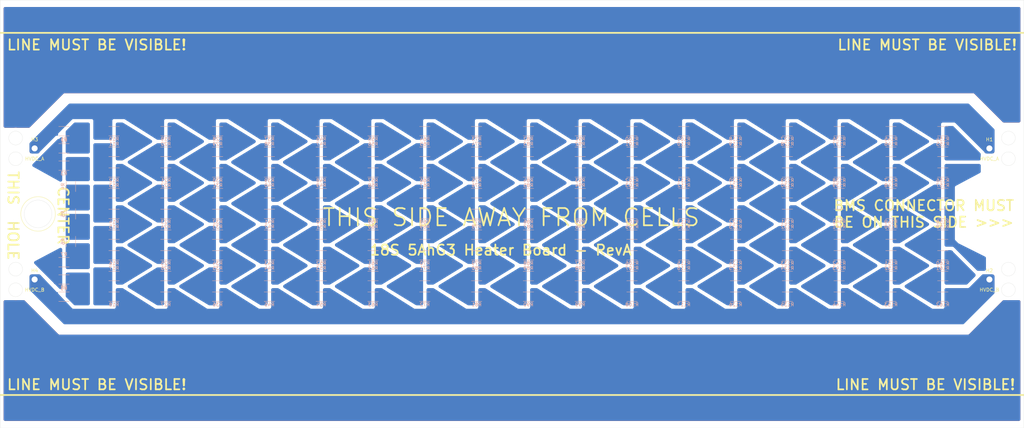
<source format=kicad_pcb>
(kicad_pcb (version 20171130) (host pcbnew "(5.1.5-0)")
  (layers (0 F.Cu signal hide) (31 B.Cu signal) (34 B.Paste user hide) (35 F.Paste user hide) (36 B.SilkS user) (37 F.SilkS user hide) (38 B.Mask user hide) (39 F.Mask user hide) (44 Edge.Cuts user))
  (net 0 "")
  (net 1 /HVDC_POS)
  (net 2 /HVDC_NEG)
  (net 3 "Net-(R1-Pad2)")
  (net 4 "Net-(R2-Pad2)")
  (net 5 "Net-(R3-Pad2)")
  (net 6 "Net-(R4-Pad2)")
  (net 7 "Net-(R5-Pad2)")
  (net 8 "Net-(R6-Pad2)")
  (net 9 "Net-(R7-Pad2)")
  (net 10 "Net-(R8-Pad2)")
  (net 11 "Net-(R10-Pad2)")
  (net 12 "Net-(R11-Pad2)")
  (net 13 "Net-(R12-Pad2)")
  (net 14 "Net-(R13-Pad2)")
  (net 15 "Net-(R14-Pad2)")
  (net 16 "Net-(R15-Pad2)")
  (net 17 "Net-(R16-Pad2)")
  (net 18 "Net-(R17-Pad2)")
  (net 19 "Net-(R19-Pad2)")
  (net 20 "Net-(R20-Pad2)")
  (net 21 "Net-(R21-Pad2)")
  (net 22 "Net-(R22-Pad2)")
  (net 23 "Net-(R23-Pad2)")
  (net 24 "Net-(R24-Pad2)")
  (net 25 "Net-(R25-Pad2)")
  (net 26 "Net-(R26-Pad2)")
  (net 27 "Net-(R28-Pad2)")
  (net 28 "Net-(R29-Pad2)")
  (net 29 "Net-(R30-Pad2)")
  (net 30 "Net-(R31-Pad2)")
  (net 31 "Net-(R32-Pad2)")
  (net 32 "Net-(R33-Pad2)")
  (net 33 "Net-(R34-Pad2)")
  (net 34 "Net-(R35-Pad2)")
  (net 35 "Net-(R37-Pad2)")
  (net 36 "Net-(R38-Pad2)")
  (net 37 "Net-(R39-Pad2)")
  (net 38 "Net-(R40-Pad2)")
  (net 39 "Net-(R41-Pad2)")
  (net 40 "Net-(R42-Pad2)")
  (net 41 "Net-(R43-Pad2)")
  (net 42 "Net-(R44-Pad2)")
  (net 43 "Net-(R46-Pad2)")
  (net 44 "Net-(R47-Pad2)")
  (net 45 "Net-(R48-Pad2)")
  (net 46 "Net-(R49-Pad2)")
  (net 47 "Net-(R50-Pad2)")
  (net 48 "Net-(R51-Pad2)")
  (net 49 "Net-(R52-Pad2)")
  (net 50 "Net-(R53-Pad2)")
  (net 51 "Net-(R55-Pad2)")
  (net 52 "Net-(R56-Pad2)")
  (net 53 "Net-(R57-Pad2)")
  (net 54 "Net-(R58-Pad2)")
  (net 55 "Net-(R59-Pad2)")
  (net 56 "Net-(R60-Pad2)")
  (net 57 "Net-(R61-Pad2)")
  (net 58 "Net-(R62-Pad2)")
  (net 59 "Net-(R64-Pad2)")
  (net 60 "Net-(R65-Pad2)")
  (net 61 "Net-(R66-Pad2)")
  (net 62 "Net-(R67-Pad2)")
  (net 63 "Net-(R68-Pad2)")
  (net 64 "Net-(R69-Pad2)")
  (net 65 "Net-(R70-Pad2)")
  (net 66 "Net-(R71-Pad2)")
  (net 67 "Net-(R73-Pad2)")
  (net 68 "Net-(R74-Pad2)")
  (net 69 "Net-(R75-Pad2)")
  (net 70 "Net-(R76-Pad2)")
  (net 71 "Net-(R77-Pad2)")
  (net 72 "Net-(R78-Pad2)")
  (net 73 "Net-(R79-Pad2)")
  (net 74 "Net-(R80-Pad2)")
  (net 75 "Net-(R82-Pad2)")
  (net 76 "Net-(R83-Pad2)")
  (net 77 "Net-(R84-Pad2)")
  (net 78 "Net-(R85-Pad2)")
  (net 79 "Net-(R86-Pad2)")
  (net 80 "Net-(R87-Pad2)")
  (net 81 "Net-(R88-Pad2)")
  (net 82 "Net-(R89-Pad2)")
  (net 83 "Net-(R91-Pad2)")
  (net 84 "Net-(R92-Pad2)")
  (net 85 "Net-(R93-Pad2)")
  (net 86 "Net-(R94-Pad2)")
  (net 87 "Net-(R95-Pad2)")
  (net 88 "Net-(R96-Pad2)")
  (net 89 "Net-(R97-Pad2)")
  (net 90 "Net-(R98-Pad2)")
  (net 91 "Net-(R100-Pad2)")
  (net 92 "Net-(R101-Pad2)")
  (net 93 "Net-(R102-Pad2)")
  (net 94 "Net-(R103-Pad2)")
  (net 95 "Net-(R104-Pad2)")
  (net 96 "Net-(R105-Pad2)")
  (net 97 "Net-(R106-Pad2)")
  (net 98 "Net-(R107-Pad2)")
  (net 99 "Net-(R109-Pad2)")
  (net 100 "Net-(R110-Pad2)")
  (net 101 "Net-(R111-Pad2)")
  (net 102 "Net-(R112-Pad2)")
  (net 103 "Net-(R113-Pad2)")
  (net 104 "Net-(R114-Pad2)")
  (net 105 "Net-(R115-Pad2)")
  (net 106 "Net-(R116-Pad2)")
  (net 107 "Net-(R118-Pad2)")
  (net 108 "Net-(R119-Pad2)")
  (net 109 "Net-(R120-Pad2)")
  (net 110 "Net-(R121-Pad2)")
  (net 111 "Net-(R122-Pad2)")
  (net 112 "Net-(R123-Pad2)")
  (net 113 "Net-(R124-Pad2)")
  (net 114 "Net-(R125-Pad2)")
  (net 115 "Net-(R127-Pad2)")
  (net 116 "Net-(R128-Pad2)")
  (net 117 "Net-(R129-Pad2)")
  (net 118 "Net-(R130-Pad2)")
  (net 119 "Net-(R131-Pad2)")
  (net 120 "Net-(R132-Pad2)")
  (net 121 "Net-(R133-Pad2)")
  (net 122 "Net-(R134-Pad2)")
  (net 123 "Net-(R136-Pad2)")
  (net 124 "Net-(R137-Pad2)")
  (net 125 "Net-(R138-Pad2)")
  (net 126 "Net-(R139-Pad2)")
  (net 127 "Net-(R140-Pad2)")
  (net 128 "Net-(R141-Pad2)")
  (net 129 "Net-(R142-Pad2)")
  (net 130 "Net-(R143-Pad2)")
  (net 131 "Net-(R145-Pad2)")
  (net 132 "Net-(R146-Pad2)")
  (net 133 "Net-(R147-Pad2)")
  (net 134 "Net-(R148-Pad2)")
  (net 135 "Net-(R149-Pad2)")
  (net 136 "Net-(R150-Pad2)")
  (net 137 "Net-(R151-Pad2)")
  (net 138 "Net-(R152-Pad2)")
  (net 139 "Net-(R154-Pad2)")
  (net 140 "Net-(R155-Pad2)")
  (net 141 "Net-(R156-Pad2)")
  (net 142 "Net-(R157-Pad2)")
  (net 143 "Net-(R158-Pad2)")
  (net 144 "Net-(R159-Pad2)")
  (net 145 "Net-(R160-Pad2)")
  (net 146 "Net-(R161-Pad2)")
  (module Resistor_SMD:R_2010_5025Metric (layer B.Cu) (at 92.5 117 180)
    (fp_text reference R2 (at 0 2.28) (layer B.SilkS) (effects (justify mirror)))
    (fp_text value 2k2)
    (pad 2 smd roundrect (at 2.3125 0 180) (size 1.225 2.65) (layers B.Cu B.Paste B.Mask) (roundrect_rratio 0.2040816326530612) (net 4 "Net-(R2-Pad2)"))
    (pad 1 smd roundrect (at -2.3125 0 180) (size 1.225 2.65) (layers B.Cu B.Paste B.Mask) (roundrect_rratio 0.2040816326530612) (net 3 "Net-(R1-Pad2)"))
  )
  (module Resistor_SMD:R_2010_5025Metric (layer B.Cu) (at 94.5 144 270)
    (fp_text reference R6 (at 0 2.28 270) (layer B.SilkS) (effects (justify mirror)))
    (fp_text value 2k2)
    (pad 2 smd roundrect (at 2.3125 0 270) (size 1.225 2.65) (layers B.Cu B.Paste B.Mask) (roundrect_rratio 0.2040816326530612) (net 8 "Net-(R6-Pad2)"))
    (pad 1 smd roundrect (at -2.3125 0 270) (size 1.225 2.65) (layers B.Cu B.Paste B.Mask) (roundrect_rratio 0.2040816326530612) (net 7 "Net-(R5-Pad2)"))
  )
  (module Resistor_SMD:R_2010_5025Metric (layer B.Cu) (at 107 124)
    (fp_text reference R12 (at 0 2.28) (layer B.SilkS) (effects (justify mirror)))
    (fp_text value 2k2)
    (pad 2 smd roundrect (at 2.3125 0) (size 1.225 2.65) (layers B.Cu B.Paste B.Mask) (roundrect_rratio 0.2040816326530612) (net 13 "Net-(R12-Pad2)"))
    (pad 1 smd roundrect (at -2.3125 0) (size 1.225 2.65) (layers B.Cu B.Paste B.Mask) (roundrect_rratio 0.2040816326530612) (net 12 "Net-(R11-Pad2)"))
  )
  (module Resistor_SMD:R_2010_5025Metric (layer B.Cu) (at 122 118 180)
    (fp_text reference R20 (at 0 2.28) (layer B.SilkS) (effects (justify mirror)))
    (fp_text value 2k2)
    (pad 2 smd roundrect (at 2.3125 0 180) (size 1.225 2.65) (layers B.Cu B.Paste B.Mask) (roundrect_rratio 0.2040816326530612) (net 20 "Net-(R20-Pad2)"))
    (pad 1 smd roundrect (at -2.3125 0 180) (size 1.225 2.65) (layers B.Cu B.Paste B.Mask) (roundrect_rratio 0.2040816326530612) (net 19 "Net-(R19-Pad2)"))
  )
  (module Resistor_SMD:R_2010_5025Metric (layer B.Cu) (at 137 118 180)
    (fp_text reference R29 (at 0 2.28) (layer B.SilkS) (effects (justify mirror)))
    (fp_text value 2k2)
    (pad 1 smd roundrect (at -2.3125 0 180) (size 1.225 2.65) (layers B.Cu B.Paste B.Mask) (roundrect_rratio 0.2040816326530612) (net 27 "Net-(R28-Pad2)"))
    (pad 2 smd roundrect (at 2.3125 0 180) (size 1.225 2.65) (layers B.Cu B.Paste B.Mask) (roundrect_rratio 0.2040816326530612) (net 28 "Net-(R29-Pad2)"))
  )
  (module Resistor_SMD:R_2010_5025Metric (layer B.Cu) (at 152 130 180)
    (fp_text reference R40 (at 0 2.28) (layer B.SilkS) (effects (justify mirror)))
    (fp_text value 2k2)
    (pad 2 smd roundrect (at 2.3125 0 180) (size 1.225 2.65) (layers B.Cu B.Paste B.Mask) (roundrect_rratio 0.2040816326530612) (net 38 "Net-(R40-Pad2)"))
    (pad 1 smd roundrect (at -2.3125 0 180) (size 1.225 2.65) (layers B.Cu B.Paste B.Mask) (roundrect_rratio 0.2040816326530612) (net 37 "Net-(R39-Pad2)"))
  )
  (module Resistor_SMD:R_2010_5025Metric (layer B.Cu) (at 167 154 180)
    (fp_text reference R53 (at 0 2.28) (layer B.SilkS) (effects (justify mirror)))
    (fp_text value 2k2)
    (pad 1 smd roundrect (at -2.3125 0 180) (size 1.225 2.65) (layers B.Cu B.Paste B.Mask) (roundrect_rratio 0.2040816326530612) (net 49 "Net-(R52-Pad2)"))
    (pad 2 smd roundrect (at 2.3125 0 180) (size 1.225 2.65) (layers B.Cu B.Paste B.Mask) (roundrect_rratio 0.2040816326530612) (net 50 "Net-(R53-Pad2)"))
  )
  (module Resistor_SMD:R_2010_5025Metric (layer B.Cu) (at 197 130 180)
    (fp_text reference R67 (at 0 2.28) (layer B.SilkS) (effects (justify mirror)))
    (fp_text value 2k2)
    (pad 1 smd roundrect (at -2.3125 0 180) (size 1.225 2.65) (layers B.Cu B.Paste B.Mask) (roundrect_rratio 0.2040816326530612) (net 61 "Net-(R66-Pad2)"))
    (pad 2 smd roundrect (at 2.3125 0 180) (size 1.225 2.65) (layers B.Cu B.Paste B.Mask) (roundrect_rratio 0.2040816326530612) (net 62 "Net-(R67-Pad2)"))
  )
  (module Resistor_SMD:R_2010_5025Metric (layer B.Cu) (at 242 136)
    (fp_text reference R95 (at 0 2.28) (layer B.SilkS) (effects (justify mirror)))
    (fp_text value 2k2)
    (pad 1 smd roundrect (at -2.3125 0) (size 1.225 2.65) (layers B.Cu B.Paste B.Mask) (roundrect_rratio 0.2040816326530612) (net 86 "Net-(R94-Pad2)"))
    (pad 2 smd roundrect (at 2.3125 0) (size 1.225 2.65) (layers B.Cu B.Paste B.Mask) (roundrect_rratio 0.2040816326530612) (net 87 "Net-(R95-Pad2)"))
  )
  (module Resistor_SMD:R_2010_5025Metric (layer B.Cu) (at 272 112)
    (fp_text reference R109 (at 0 2.28) (layer B.SilkS) (effects (justify mirror)))
    (fp_text value 2k2)
    (pad 1 smd roundrect (at -2.3125 0) (size 1.225 2.65) (layers B.Cu B.Paste B.Mask) (roundrect_rratio 0.2040816326530612) (net 1 /HVDC_POS))
    (pad 2 smd roundrect (at 2.3125 0) (size 1.225 2.65) (layers B.Cu B.Paste B.Mask) (roundrect_rratio 0.2040816326530612) (net 99 "Net-(R109-Pad2)"))
  )
  (module Resistor_SMD:R_2010_5025Metric (layer B.Cu) (at 287 142 180)
    (fp_text reference R123 (at 0 2.28) (layer B.SilkS) (effects (justify mirror)))
    (fp_text value 2k2)
    (pad 1 smd roundrect (at -2.3125 0 180) (size 1.225 2.65) (layers B.Cu B.Paste B.Mask) (roundrect_rratio 0.2040816326530612) (net 111 "Net-(R122-Pad2)"))
    (pad 2 smd roundrect (at 2.3125 0 180) (size 1.225 2.65) (layers B.Cu B.Paste B.Mask) (roundrect_rratio 0.2040816326530612) (net 112 "Net-(R123-Pad2)"))
  )
  (module Resistor_SMD:R_2010_5025Metric (layer B.Cu) (at 317 118 180)
    (fp_text reference R137 (at 0 2.28) (layer B.SilkS) (effects (justify mirror)))
    (fp_text value 2k2)
    (pad 1 smd roundrect (at -2.3125 0 180) (size 1.225 2.65) (layers B.Cu B.Paste B.Mask) (roundrect_rratio 0.2040816326530612) (net 123 "Net-(R136-Pad2)"))
    (pad 2 smd roundrect (at 2.3125 0 180) (size 1.225 2.65) (layers B.Cu B.Paste B.Mask) (roundrect_rratio 0.2040816326530612) (net 124 "Net-(R137-Pad2)"))
  )
  (module Resistor_SMD:R_2010_5025Metric (layer B.Cu) (at 332 142 180)
    (fp_text reference R150 (at 0 2.28) (layer B.SilkS) (effects (justify mirror)))
    (fp_text value 2k2)
    (pad 2 smd roundrect (at 2.3125 0 180) (size 1.225 2.65) (layers B.Cu B.Paste B.Mask) (roundrect_rratio 0.2040816326530612) (net 136 "Net-(R150-Pad2)"))
    (pad 1 smd roundrect (at -2.3125 0 180) (size 1.225 2.65) (layers B.Cu B.Paste B.Mask) (roundrect_rratio 0.2040816326530612) (net 135 "Net-(R149-Pad2)"))
  )
  (module Resistor_SMD:R_2010_5025Metric (layer B.Cu) (at 347 160)
    (fp_text reference R162 (at 0 2.28) (layer B.SilkS) (effects (justify mirror)))
    (fp_text value 2k2)
    (pad 2 smd roundrect (at 2.3125 0) (size 1.225 2.65) (layers B.Cu B.Paste B.Mask) (roundrect_rratio 0.2040816326530612) (net 2 /HVDC_NEG))
    (pad 1 smd roundrect (at -2.3125 0) (size 1.225 2.65) (layers B.Cu B.Paste B.Mask) (roundrect_rratio 0.2040816326530612) (net 146 "Net-(R161-Pad2)"))
  )
  (module Resistor_SMD:R_2010_5025Metric (layer B.Cu) (at 92.5 112)
    (fp_text reference R1 (at 0 2.28) (layer B.SilkS) (effects (justify mirror)))
    (fp_text value 2k2)
    (pad 1 smd roundrect (at -2.3125 0) (size 1.225 2.65) (layers B.Cu B.Paste B.Mask) (roundrect_rratio 0.2040816326530612) (net 1 /HVDC_POS))
    (pad 2 smd roundrect (at 2.3125 0) (size 1.225 2.65) (layers B.Cu B.Paste B.Mask) (roundrect_rratio 0.2040816326530612) (net 3 "Net-(R1-Pad2)"))
  )
  (module Resistor_SMD:R_2010_5025Metric (layer B.Cu) (at 92.5 122)
    (fp_text reference R3 (at 0 2.28) (layer B.SilkS) (effects (justify mirror)))
    (fp_text value 2k2)
    (pad 1 smd roundrect (at -2.3125 0) (size 1.225 2.65) (layers B.Cu B.Paste B.Mask) (roundrect_rratio 0.2040816326530612) (net 4 "Net-(R2-Pad2)"))
    (pad 2 smd roundrect (at 2.3125 0) (size 1.225 2.65) (layers B.Cu B.Paste B.Mask) (roundrect_rratio 0.2040816326530612) (net 5 "Net-(R3-Pad2)"))
  )
  (module Resistor_SMD:R_2010_5025Metric (layer B.Cu) (at 94.5 128 270)
    (fp_text reference R4 (at 0 2.28 270) (layer B.SilkS) (effects (justify mirror)))
    (fp_text value 2k2)
    (pad 2 smd roundrect (at 2.3125 0 270) (size 1.225 2.65) (layers B.Cu B.Paste B.Mask) (roundrect_rratio 0.2040816326530612) (net 6 "Net-(R4-Pad2)"))
    (pad 1 smd roundrect (at -2.3125 0 270) (size 1.225 2.65) (layers B.Cu B.Paste B.Mask) (roundrect_rratio 0.2040816326530612) (net 5 "Net-(R3-Pad2)"))
  )
  (module Resistor_SMD:R_2010_5025Metric (layer B.Cu) (at 94.5 136 270)
    (fp_text reference R5 (at 0 2.28 270) (layer B.SilkS) (effects (justify mirror)))
    (fp_text value 2k2)
    (pad 1 smd roundrect (at -2.3125 0 270) (size 1.225 2.65) (layers B.Cu B.Paste B.Mask) (roundrect_rratio 0.2040816326530612) (net 6 "Net-(R4-Pad2)"))
    (pad 2 smd roundrect (at 2.3125 0 270) (size 1.225 2.65) (layers B.Cu B.Paste B.Mask) (roundrect_rratio 0.2040816326530612) (net 7 "Net-(R5-Pad2)"))
  )
  (module Resistor_SMD:R_2010_5025Metric (layer B.Cu) (at 92.5 150 180)
    (fp_text reference R7 (at 0 2.28) (layer B.SilkS) (effects (justify mirror)))
    (fp_text value 2k2)
    (pad 1 smd roundrect (at -2.3125 0 180) (size 1.225 2.65) (layers B.Cu B.Paste B.Mask) (roundrect_rratio 0.2040816326530612) (net 8 "Net-(R6-Pad2)"))
    (pad 2 smd roundrect (at 2.3125 0 180) (size 1.225 2.65) (layers B.Cu B.Paste B.Mask) (roundrect_rratio 0.2040816326530612) (net 9 "Net-(R7-Pad2)"))
  )
  (module Resistor_SMD:R_2010_5025Metric (layer B.Cu) (at 92.5 155)
    (fp_text reference R8 (at 0 2.28) (layer B.SilkS) (effects (justify mirror)))
    (fp_text value 2k2)
    (pad 2 smd roundrect (at 2.3125 0) (size 1.225 2.65) (layers B.Cu B.Paste B.Mask) (roundrect_rratio 0.2040816326530612) (net 10 "Net-(R8-Pad2)"))
    (pad 1 smd roundrect (at -2.3125 0) (size 1.225 2.65) (layers B.Cu B.Paste B.Mask) (roundrect_rratio 0.2040816326530612) (net 9 "Net-(R7-Pad2)"))
  )
  (module Resistor_SMD:R_2010_5025Metric (layer B.Cu) (at 92.5 160 180)
    (fp_text reference R9 (at 0 2.28) (layer B.SilkS) (effects (justify mirror)))
    (fp_text value 2k2)
    (pad 1 smd roundrect (at -2.3125 0 180) (size 1.225 2.65) (layers B.Cu B.Paste B.Mask) (roundrect_rratio 0.2040816326530612) (net 10 "Net-(R8-Pad2)"))
    (pad 2 smd roundrect (at 2.3125 0 180) (size 1.225 2.65) (layers B.Cu B.Paste B.Mask) (roundrect_rratio 0.2040816326530612) (net 2 /HVDC_NEG))
  )
  (module Resistor_SMD:R_2010_5025Metric (layer B.Cu) (at 107 112)
    (fp_text reference R10 (at 0 2.28) (layer B.SilkS) (effects (justify mirror)))
    (fp_text value 2k2)
    (pad 2 smd roundrect (at 2.3125 0) (size 1.225 2.65) (layers B.Cu B.Paste B.Mask) (roundrect_rratio 0.2040816326530612) (net 11 "Net-(R10-Pad2)"))
    (pad 1 smd roundrect (at -2.3125 0) (size 1.225 2.65) (layers B.Cu B.Paste B.Mask) (roundrect_rratio 0.2040816326530612) (net 1 /HVDC_POS))
  )
  (module Resistor_SMD:R_2010_5025Metric (layer B.Cu) (at 107 118 180)
    (fp_text reference R11 (at 0 2.28) (layer B.SilkS) (effects (justify mirror)))
    (fp_text value 2k2)
    (pad 1 smd roundrect (at -2.3125 0 180) (size 1.225 2.65) (layers B.Cu B.Paste B.Mask) (roundrect_rratio 0.2040816326530612) (net 11 "Net-(R10-Pad2)"))
    (pad 2 smd roundrect (at 2.3125 0 180) (size 1.225 2.65) (layers B.Cu B.Paste B.Mask) (roundrect_rratio 0.2040816326530612) (net 12 "Net-(R11-Pad2)"))
  )
  (module Resistor_SMD:R_2010_5025Metric (layer B.Cu) (at 107 130 180)
    (fp_text reference R13 (at 0 2.28) (layer B.SilkS) (effects (justify mirror)))
    (fp_text value 2k2)
    (pad 1 smd roundrect (at -2.3125 0 180) (size 1.225 2.65) (layers B.Cu B.Paste B.Mask) (roundrect_rratio 0.2040816326530612) (net 13 "Net-(R12-Pad2)"))
    (pad 2 smd roundrect (at 2.3125 0 180) (size 1.225 2.65) (layers B.Cu B.Paste B.Mask) (roundrect_rratio 0.2040816326530612) (net 14 "Net-(R13-Pad2)"))
  )
  (module Resistor_SMD:R_2010_5025Metric (layer B.Cu) (at 107 136)
    (fp_text reference R14 (at 0 2.28) (layer B.SilkS) (effects (justify mirror)))
    (fp_text value 2k2)
    (pad 2 smd roundrect (at 2.3125 0) (size 1.225 2.65) (layers B.Cu B.Paste B.Mask) (roundrect_rratio 0.2040816326530612) (net 15 "Net-(R14-Pad2)"))
    (pad 1 smd roundrect (at -2.3125 0) (size 1.225 2.65) (layers B.Cu B.Paste B.Mask) (roundrect_rratio 0.2040816326530612) (net 14 "Net-(R13-Pad2)"))
  )
  (module Resistor_SMD:R_2010_5025Metric (layer B.Cu) (at 107 142 180)
    (fp_text reference R15 (at 0 2.28) (layer B.SilkS) (effects (justify mirror)))
    (fp_text value 2k2)
    (pad 1 smd roundrect (at -2.3125 0 180) (size 1.225 2.65) (layers B.Cu B.Paste B.Mask) (roundrect_rratio 0.2040816326530612) (net 15 "Net-(R14-Pad2)"))
    (pad 2 smd roundrect (at 2.3125 0 180) (size 1.225 2.65) (layers B.Cu B.Paste B.Mask) (roundrect_rratio 0.2040816326530612) (net 16 "Net-(R15-Pad2)"))
  )
  (module Resistor_SMD:R_2010_5025Metric (layer B.Cu) (at 107 148)
    (fp_text reference R16 (at 0 2.28) (layer B.SilkS) (effects (justify mirror)))
    (fp_text value 2k2)
    (pad 2 smd roundrect (at 2.3125 0) (size 1.225 2.65) (layers B.Cu B.Paste B.Mask) (roundrect_rratio 0.2040816326530612) (net 17 "Net-(R16-Pad2)"))
    (pad 1 smd roundrect (at -2.3125 0) (size 1.225 2.65) (layers B.Cu B.Paste B.Mask) (roundrect_rratio 0.2040816326530612) (net 16 "Net-(R15-Pad2)"))
  )
  (module Resistor_SMD:R_2010_5025Metric (layer B.Cu) (at 107 154 180)
    (fp_text reference R17 (at 0 2.28) (layer B.SilkS) (effects (justify mirror)))
    (fp_text value 2k2)
    (pad 1 smd roundrect (at -2.3125 0 180) (size 1.225 2.65) (layers B.Cu B.Paste B.Mask) (roundrect_rratio 0.2040816326530612) (net 17 "Net-(R16-Pad2)"))
    (pad 2 smd roundrect (at 2.3125 0 180) (size 1.225 2.65) (layers B.Cu B.Paste B.Mask) (roundrect_rratio 0.2040816326530612) (net 18 "Net-(R17-Pad2)"))
  )
  (module Resistor_SMD:R_2010_5025Metric (layer B.Cu) (at 107 160)
    (fp_text reference R18 (at 0 2.28) (layer B.SilkS) (effects (justify mirror)))
    (fp_text value 2k2)
    (pad 2 smd roundrect (at 2.3125 0) (size 1.225 2.65) (layers B.Cu B.Paste B.Mask) (roundrect_rratio 0.2040816326530612) (net 2 /HVDC_NEG))
    (pad 1 smd roundrect (at -2.3125 0) (size 1.225 2.65) (layers B.Cu B.Paste B.Mask) (roundrect_rratio 0.2040816326530612) (net 18 "Net-(R17-Pad2)"))
  )
  (module Resistor_SMD:R_2010_5025Metric (layer B.Cu) (at 122 112)
    (fp_text reference R19 (at 0 2.28) (layer B.SilkS) (effects (justify mirror)))
    (fp_text value 2k2)
    (pad 1 smd roundrect (at -2.3125 0) (size 1.225 2.65) (layers B.Cu B.Paste B.Mask) (roundrect_rratio 0.2040816326530612) (net 1 /HVDC_POS))
    (pad 2 smd roundrect (at 2.3125 0) (size 1.225 2.65) (layers B.Cu B.Paste B.Mask) (roundrect_rratio 0.2040816326530612) (net 19 "Net-(R19-Pad2)"))
  )
  (module Resistor_SMD:R_2010_5025Metric (layer B.Cu) (at 122 124)
    (fp_text reference R21 (at 0 2.28) (layer B.SilkS) (effects (justify mirror)))
    (fp_text value 2k2)
    (pad 1 smd roundrect (at -2.3125 0) (size 1.225 2.65) (layers B.Cu B.Paste B.Mask) (roundrect_rratio 0.2040816326530612) (net 20 "Net-(R20-Pad2)"))
    (pad 2 smd roundrect (at 2.3125 0) (size 1.225 2.65) (layers B.Cu B.Paste B.Mask) (roundrect_rratio 0.2040816326530612) (net 21 "Net-(R21-Pad2)"))
  )
  (module Resistor_SMD:R_2010_5025Metric (layer B.Cu) (at 122 130 180)
    (fp_text reference R22 (at 0 2.28) (layer B.SilkS) (effects (justify mirror)))
    (fp_text value 2k2)
    (pad 2 smd roundrect (at 2.3125 0 180) (size 1.225 2.65) (layers B.Cu B.Paste B.Mask) (roundrect_rratio 0.2040816326530612) (net 22 "Net-(R22-Pad2)"))
    (pad 1 smd roundrect (at -2.3125 0 180) (size 1.225 2.65) (layers B.Cu B.Paste B.Mask) (roundrect_rratio 0.2040816326530612) (net 21 "Net-(R21-Pad2)"))
  )
  (module Resistor_SMD:R_2010_5025Metric (layer B.Cu) (at 122 136)
    (fp_text reference R23 (at 0 2.28) (layer B.SilkS) (effects (justify mirror)))
    (fp_text value 2k2)
    (pad 1 smd roundrect (at -2.3125 0) (size 1.225 2.65) (layers B.Cu B.Paste B.Mask) (roundrect_rratio 0.2040816326530612) (net 22 "Net-(R22-Pad2)"))
    (pad 2 smd roundrect (at 2.3125 0) (size 1.225 2.65) (layers B.Cu B.Paste B.Mask) (roundrect_rratio 0.2040816326530612) (net 23 "Net-(R23-Pad2)"))
  )
  (module Resistor_SMD:R_2010_5025Metric (layer B.Cu) (at 122 142 180)
    (fp_text reference R24 (at 0 2.28) (layer B.SilkS) (effects (justify mirror)))
    (fp_text value 2k2)
    (pad 2 smd roundrect (at 2.3125 0 180) (size 1.225 2.65) (layers B.Cu B.Paste B.Mask) (roundrect_rratio 0.2040816326530612) (net 24 "Net-(R24-Pad2)"))
    (pad 1 smd roundrect (at -2.3125 0 180) (size 1.225 2.65) (layers B.Cu B.Paste B.Mask) (roundrect_rratio 0.2040816326530612) (net 23 "Net-(R23-Pad2)"))
  )
  (module Resistor_SMD:R_2010_5025Metric (layer B.Cu) (at 122 148)
    (fp_text reference R25 (at 0 2.28) (layer B.SilkS) (effects (justify mirror)))
    (fp_text value 2k2)
    (pad 1 smd roundrect (at -2.3125 0) (size 1.225 2.65) (layers B.Cu B.Paste B.Mask) (roundrect_rratio 0.2040816326530612) (net 24 "Net-(R24-Pad2)"))
    (pad 2 smd roundrect (at 2.3125 0) (size 1.225 2.65) (layers B.Cu B.Paste B.Mask) (roundrect_rratio 0.2040816326530612) (net 25 "Net-(R25-Pad2)"))
  )
  (module Resistor_SMD:R_2010_5025Metric (layer B.Cu) (at 122 154 180)
    (fp_text reference R26 (at 0 2.28) (layer B.SilkS) (effects (justify mirror)))
    (fp_text value 2k2)
    (pad 2 smd roundrect (at 2.3125 0 180) (size 1.225 2.65) (layers B.Cu B.Paste B.Mask) (roundrect_rratio 0.2040816326530612) (net 26 "Net-(R26-Pad2)"))
    (pad 1 smd roundrect (at -2.3125 0 180) (size 1.225 2.65) (layers B.Cu B.Paste B.Mask) (roundrect_rratio 0.2040816326530612) (net 25 "Net-(R25-Pad2)"))
  )
  (module Resistor_SMD:R_2010_5025Metric (layer B.Cu) (at 122 160)
    (fp_text reference R27 (at 0 2.28) (layer B.SilkS) (effects (justify mirror)))
    (fp_text value 2k2)
    (pad 1 smd roundrect (at -2.3125 0) (size 1.225 2.65) (layers B.Cu B.Paste B.Mask) (roundrect_rratio 0.2040816326530612) (net 26 "Net-(R26-Pad2)"))
    (pad 2 smd roundrect (at 2.3125 0) (size 1.225 2.65) (layers B.Cu B.Paste B.Mask) (roundrect_rratio 0.2040816326530612) (net 2 /HVDC_NEG))
  )
  (module Resistor_SMD:R_2010_5025Metric (layer B.Cu) (at 137 112)
    (fp_text reference R28 (at 0 2.28) (layer B.SilkS) (effects (justify mirror)))
    (fp_text value 2k2)
    (pad 2 smd roundrect (at 2.3125 0) (size 1.225 2.65) (layers B.Cu B.Paste B.Mask) (roundrect_rratio 0.2040816326530612) (net 27 "Net-(R28-Pad2)"))
    (pad 1 smd roundrect (at -2.3125 0) (size 1.225 2.65) (layers B.Cu B.Paste B.Mask) (roundrect_rratio 0.2040816326530612) (net 1 /HVDC_POS))
  )
  (module Resistor_SMD:R_2010_5025Metric (layer B.Cu) (at 137 124)
    (fp_text reference R30 (at 0 2.28) (layer B.SilkS) (effects (justify mirror)))
    (fp_text value 2k2)
    (pad 2 smd roundrect (at 2.3125 0) (size 1.225 2.65) (layers B.Cu B.Paste B.Mask) (roundrect_rratio 0.2040816326530612) (net 29 "Net-(R30-Pad2)"))
    (pad 1 smd roundrect (at -2.3125 0) (size 1.225 2.65) (layers B.Cu B.Paste B.Mask) (roundrect_rratio 0.2040816326530612) (net 28 "Net-(R29-Pad2)"))
  )
  (module Resistor_SMD:R_2010_5025Metric (layer B.Cu) (at 137 130 180)
    (fp_text reference R31 (at 0 2.28) (layer B.SilkS) (effects (justify mirror)))
    (fp_text value 2k2)
    (pad 1 smd roundrect (at -2.3125 0 180) (size 1.225 2.65) (layers B.Cu B.Paste B.Mask) (roundrect_rratio 0.2040816326530612) (net 29 "Net-(R30-Pad2)"))
    (pad 2 smd roundrect (at 2.3125 0 180) (size 1.225 2.65) (layers B.Cu B.Paste B.Mask) (roundrect_rratio 0.2040816326530612) (net 30 "Net-(R31-Pad2)"))
  )
  (module Resistor_SMD:R_2010_5025Metric (layer B.Cu) (at 137 136)
    (fp_text reference R32 (at 0 2.28) (layer B.SilkS) (effects (justify mirror)))
    (fp_text value 2k2)
    (pad 2 smd roundrect (at 2.3125 0) (size 1.225 2.65) (layers B.Cu B.Paste B.Mask) (roundrect_rratio 0.2040816326530612) (net 31 "Net-(R32-Pad2)"))
    (pad 1 smd roundrect (at -2.3125 0) (size 1.225 2.65) (layers B.Cu B.Paste B.Mask) (roundrect_rratio 0.2040816326530612) (net 30 "Net-(R31-Pad2)"))
  )
  (module Resistor_SMD:R_2010_5025Metric (layer B.Cu) (at 137 142 180)
    (fp_text reference R33 (at 0 2.28) (layer B.SilkS) (effects (justify mirror)))
    (fp_text value 2k2)
    (pad 1 smd roundrect (at -2.3125 0 180) (size 1.225 2.65) (layers B.Cu B.Paste B.Mask) (roundrect_rratio 0.2040816326530612) (net 31 "Net-(R32-Pad2)"))
    (pad 2 smd roundrect (at 2.3125 0 180) (size 1.225 2.65) (layers B.Cu B.Paste B.Mask) (roundrect_rratio 0.2040816326530612) (net 32 "Net-(R33-Pad2)"))
  )
  (module Resistor_SMD:R_2010_5025Metric (layer B.Cu) (at 137 148)
    (fp_text reference R34 (at 0 2.28) (layer B.SilkS) (effects (justify mirror)))
    (fp_text value 2k2)
    (pad 2 smd roundrect (at 2.3125 0) (size 1.225 2.65) (layers B.Cu B.Paste B.Mask) (roundrect_rratio 0.2040816326530612) (net 33 "Net-(R34-Pad2)"))
    (pad 1 smd roundrect (at -2.3125 0) (size 1.225 2.65) (layers B.Cu B.Paste B.Mask) (roundrect_rratio 0.2040816326530612) (net 32 "Net-(R33-Pad2)"))
  )
  (module Resistor_SMD:R_2010_5025Metric (layer B.Cu) (at 137 154 180)
    (fp_text reference R35 (at 0 2.28) (layer B.SilkS) (effects (justify mirror)))
    (fp_text value 2k2)
    (pad 1 smd roundrect (at -2.3125 0 180) (size 1.225 2.65) (layers B.Cu B.Paste B.Mask) (roundrect_rratio 0.2040816326530612) (net 33 "Net-(R34-Pad2)"))
    (pad 2 smd roundrect (at 2.3125 0 180) (size 1.225 2.65) (layers B.Cu B.Paste B.Mask) (roundrect_rratio 0.2040816326530612) (net 34 "Net-(R35-Pad2)"))
  )
  (module Resistor_SMD:R_2010_5025Metric (layer B.Cu) (at 137 160)
    (fp_text reference R36 (at 0 2.28) (layer B.SilkS) (effects (justify mirror)))
    (fp_text value 2k2)
    (pad 2 smd roundrect (at 2.3125 0) (size 1.225 2.65) (layers B.Cu B.Paste B.Mask) (roundrect_rratio 0.2040816326530612) (net 2 /HVDC_NEG))
    (pad 1 smd roundrect (at -2.3125 0) (size 1.225 2.65) (layers B.Cu B.Paste B.Mask) (roundrect_rratio 0.2040816326530612) (net 34 "Net-(R35-Pad2)"))
  )
  (module Resistor_SMD:R_2010_5025Metric (layer B.Cu) (at 152 112)
    (fp_text reference R37 (at 0 2.28) (layer B.SilkS) (effects (justify mirror)))
    (fp_text value 2k2)
    (pad 1 smd roundrect (at -2.3125 0) (size 1.225 2.65) (layers B.Cu B.Paste B.Mask) (roundrect_rratio 0.2040816326530612) (net 1 /HVDC_POS))
    (pad 2 smd roundrect (at 2.3125 0) (size 1.225 2.65) (layers B.Cu B.Paste B.Mask) (roundrect_rratio 0.2040816326530612) (net 35 "Net-(R37-Pad2)"))
  )
  (module Resistor_SMD:R_2010_5025Metric (layer B.Cu) (at 152 118 180)
    (fp_text reference R38 (at 0 2.28) (layer B.SilkS) (effects (justify mirror)))
    (fp_text value 2k2)
    (pad 2 smd roundrect (at 2.3125 0 180) (size 1.225 2.65) (layers B.Cu B.Paste B.Mask) (roundrect_rratio 0.2040816326530612) (net 36 "Net-(R38-Pad2)"))
    (pad 1 smd roundrect (at -2.3125 0 180) (size 1.225 2.65) (layers B.Cu B.Paste B.Mask) (roundrect_rratio 0.2040816326530612) (net 35 "Net-(R37-Pad2)"))
  )
  (module Resistor_SMD:R_2010_5025Metric (layer B.Cu) (at 152 124)
    (fp_text reference R39 (at 0 2.28) (layer B.SilkS) (effects (justify mirror)))
    (fp_text value 2k2)
    (pad 1 smd roundrect (at -2.3125 0) (size 1.225 2.65) (layers B.Cu B.Paste B.Mask) (roundrect_rratio 0.2040816326530612) (net 36 "Net-(R38-Pad2)"))
    (pad 2 smd roundrect (at 2.3125 0) (size 1.225 2.65) (layers B.Cu B.Paste B.Mask) (roundrect_rratio 0.2040816326530612) (net 37 "Net-(R39-Pad2)"))
  )
  (module Resistor_SMD:R_2010_5025Metric (layer B.Cu) (at 152 136)
    (fp_text reference R41 (at 0 2.28) (layer B.SilkS) (effects (justify mirror)))
    (fp_text value 2k2)
    (pad 1 smd roundrect (at -2.3125 0) (size 1.225 2.65) (layers B.Cu B.Paste B.Mask) (roundrect_rratio 0.2040816326530612) (net 38 "Net-(R40-Pad2)"))
    (pad 2 smd roundrect (at 2.3125 0) (size 1.225 2.65) (layers B.Cu B.Paste B.Mask) (roundrect_rratio 0.2040816326530612) (net 39 "Net-(R41-Pad2)"))
  )
  (module Resistor_SMD:R_2010_5025Metric (layer B.Cu) (at 152 142 180)
    (fp_text reference R42 (at 0 2.28) (layer B.SilkS) (effects (justify mirror)))
    (fp_text value 2k2)
    (pad 2 smd roundrect (at 2.3125 0 180) (size 1.225 2.65) (layers B.Cu B.Paste B.Mask) (roundrect_rratio 0.2040816326530612) (net 40 "Net-(R42-Pad2)"))
    (pad 1 smd roundrect (at -2.3125 0 180) (size 1.225 2.65) (layers B.Cu B.Paste B.Mask) (roundrect_rratio 0.2040816326530612) (net 39 "Net-(R41-Pad2)"))
  )
  (module Resistor_SMD:R_2010_5025Metric (layer B.Cu) (at 152 148)
    (fp_text reference R43 (at 0 2.28) (layer B.SilkS) (effects (justify mirror)))
    (fp_text value 2k2)
    (pad 1 smd roundrect (at -2.3125 0) (size 1.225 2.65) (layers B.Cu B.Paste B.Mask) (roundrect_rratio 0.2040816326530612) (net 40 "Net-(R42-Pad2)"))
    (pad 2 smd roundrect (at 2.3125 0) (size 1.225 2.65) (layers B.Cu B.Paste B.Mask) (roundrect_rratio 0.2040816326530612) (net 41 "Net-(R43-Pad2)"))
  )
  (module Resistor_SMD:R_2010_5025Metric (layer B.Cu) (at 152 154 180)
    (fp_text reference R44 (at 0 2.28) (layer B.SilkS) (effects (justify mirror)))
    (fp_text value 2k2)
    (pad 2 smd roundrect (at 2.3125 0 180) (size 1.225 2.65) (layers B.Cu B.Paste B.Mask) (roundrect_rratio 0.2040816326530612) (net 42 "Net-(R44-Pad2)"))
    (pad 1 smd roundrect (at -2.3125 0 180) (size 1.225 2.65) (layers B.Cu B.Paste B.Mask) (roundrect_rratio 0.2040816326530612) (net 41 "Net-(R43-Pad2)"))
  )
  (module Resistor_SMD:R_2010_5025Metric (layer B.Cu) (at 152 160)
    (fp_text reference R45 (at 0 2.28) (layer B.SilkS) (effects (justify mirror)))
    (fp_text value 2k2)
    (pad 1 smd roundrect (at -2.3125 0) (size 1.225 2.65) (layers B.Cu B.Paste B.Mask) (roundrect_rratio 0.2040816326530612) (net 42 "Net-(R44-Pad2)"))
    (pad 2 smd roundrect (at 2.3125 0) (size 1.225 2.65) (layers B.Cu B.Paste B.Mask) (roundrect_rratio 0.2040816326530612) (net 2 /HVDC_NEG))
  )
  (module Resistor_SMD:R_2010_5025Metric (layer B.Cu) (at 167 112)
    (fp_text reference R46 (at 0 2.28) (layer B.SilkS) (effects (justify mirror)))
    (fp_text value 2k2)
    (pad 2 smd roundrect (at 2.3125 0) (size 1.225 2.65) (layers B.Cu B.Paste B.Mask) (roundrect_rratio 0.2040816326530612) (net 43 "Net-(R46-Pad2)"))
    (pad 1 smd roundrect (at -2.3125 0) (size 1.225 2.65) (layers B.Cu B.Paste B.Mask) (roundrect_rratio 0.2040816326530612) (net 1 /HVDC_POS))
  )
  (module Resistor_SMD:R_2010_5025Metric (layer B.Cu) (at 167 118 180)
    (fp_text reference R47 (at 0 2.28) (layer B.SilkS) (effects (justify mirror)))
    (fp_text value 2k2)
    (pad 1 smd roundrect (at -2.3125 0 180) (size 1.225 2.65) (layers B.Cu B.Paste B.Mask) (roundrect_rratio 0.2040816326530612) (net 43 "Net-(R46-Pad2)"))
    (pad 2 smd roundrect (at 2.3125 0 180) (size 1.225 2.65) (layers B.Cu B.Paste B.Mask) (roundrect_rratio 0.2040816326530612) (net 44 "Net-(R47-Pad2)"))
  )
  (module Resistor_SMD:R_2010_5025Metric (layer B.Cu) (at 167 124)
    (fp_text reference R48 (at 0 2.28) (layer B.SilkS) (effects (justify mirror)))
    (fp_text value 2k2)
    (pad 2 smd roundrect (at 2.3125 0) (size 1.225 2.65) (layers B.Cu B.Paste B.Mask) (roundrect_rratio 0.2040816326530612) (net 45 "Net-(R48-Pad2)"))
    (pad 1 smd roundrect (at -2.3125 0) (size 1.225 2.65) (layers B.Cu B.Paste B.Mask) (roundrect_rratio 0.2040816326530612) (net 44 "Net-(R47-Pad2)"))
  )
  (module Resistor_SMD:R_2010_5025Metric (layer B.Cu) (at 167 130 180)
    (fp_text reference R49 (at 0 2.28) (layer B.SilkS) (effects (justify mirror)))
    (fp_text value 2k2)
    (pad 1 smd roundrect (at -2.3125 0 180) (size 1.225 2.65) (layers B.Cu B.Paste B.Mask) (roundrect_rratio 0.2040816326530612) (net 45 "Net-(R48-Pad2)"))
    (pad 2 smd roundrect (at 2.3125 0 180) (size 1.225 2.65) (layers B.Cu B.Paste B.Mask) (roundrect_rratio 0.2040816326530612) (net 46 "Net-(R49-Pad2)"))
  )
  (module Resistor_SMD:R_2010_5025Metric (layer B.Cu) (at 167 136)
    (fp_text reference R50 (at 0 2.28) (layer B.SilkS) (effects (justify mirror)))
    (fp_text value 2k2)
    (pad 2 smd roundrect (at 2.3125 0) (size 1.225 2.65) (layers B.Cu B.Paste B.Mask) (roundrect_rratio 0.2040816326530612) (net 47 "Net-(R50-Pad2)"))
    (pad 1 smd roundrect (at -2.3125 0) (size 1.225 2.65) (layers B.Cu B.Paste B.Mask) (roundrect_rratio 0.2040816326530612) (net 46 "Net-(R49-Pad2)"))
  )
  (module Resistor_SMD:R_2010_5025Metric (layer B.Cu) (at 167 142 180)
    (fp_text reference R51 (at 0 2.28) (layer B.SilkS) (effects (justify mirror)))
    (fp_text value 2k2)
    (pad 1 smd roundrect (at -2.3125 0 180) (size 1.225 2.65) (layers B.Cu B.Paste B.Mask) (roundrect_rratio 0.2040816326530612) (net 47 "Net-(R50-Pad2)"))
    (pad 2 smd roundrect (at 2.3125 0 180) (size 1.225 2.65) (layers B.Cu B.Paste B.Mask) (roundrect_rratio 0.2040816326530612) (net 48 "Net-(R51-Pad2)"))
  )
  (module Resistor_SMD:R_2010_5025Metric (layer B.Cu) (at 167 148)
    (fp_text reference R52 (at 0 2.28) (layer B.SilkS) (effects (justify mirror)))
    (fp_text value 2k2)
    (pad 2 smd roundrect (at 2.3125 0) (size 1.225 2.65) (layers B.Cu B.Paste B.Mask) (roundrect_rratio 0.2040816326530612) (net 49 "Net-(R52-Pad2)"))
    (pad 1 smd roundrect (at -2.3125 0) (size 1.225 2.65) (layers B.Cu B.Paste B.Mask) (roundrect_rratio 0.2040816326530612) (net 48 "Net-(R51-Pad2)"))
  )
  (module Resistor_SMD:R_2010_5025Metric (layer B.Cu) (at 167 160)
    (fp_text reference R54 (at 0 2.28) (layer B.SilkS) (effects (justify mirror)))
    (fp_text value 2k2)
    (pad 2 smd roundrect (at 2.3125 0) (size 1.225 2.65) (layers B.Cu B.Paste B.Mask) (roundrect_rratio 0.2040816326530612) (net 2 /HVDC_NEG))
    (pad 1 smd roundrect (at -2.3125 0) (size 1.225 2.65) (layers B.Cu B.Paste B.Mask) (roundrect_rratio 0.2040816326530612) (net 50 "Net-(R53-Pad2)"))
  )
  (module Resistor_SMD:R_2010_5025Metric (layer B.Cu) (at 182 112)
    (fp_text reference R55 (at 0 2.28) (layer B.SilkS) (effects (justify mirror)))
    (fp_text value 2k2)
    (pad 1 smd roundrect (at -2.3125 0) (size 1.225 2.65) (layers B.Cu B.Paste B.Mask) (roundrect_rratio 0.2040816326530612) (net 1 /HVDC_POS))
    (pad 2 smd roundrect (at 2.3125 0) (size 1.225 2.65) (layers B.Cu B.Paste B.Mask) (roundrect_rratio 0.2040816326530612) (net 51 "Net-(R55-Pad2)"))
  )
  (module Resistor_SMD:R_2010_5025Metric (layer B.Cu) (at 182 118 180)
    (fp_text reference R56 (at 0 2.28) (layer B.SilkS) (effects (justify mirror)))
    (fp_text value 2k2)
    (pad 2 smd roundrect (at 2.3125 0 180) (size 1.225 2.65) (layers B.Cu B.Paste B.Mask) (roundrect_rratio 0.2040816326530612) (net 52 "Net-(R56-Pad2)"))
    (pad 1 smd roundrect (at -2.3125 0 180) (size 1.225 2.65) (layers B.Cu B.Paste B.Mask) (roundrect_rratio 0.2040816326530612) (net 51 "Net-(R55-Pad2)"))
  )
  (module Resistor_SMD:R_2010_5025Metric (layer B.Cu) (at 182 124)
    (fp_text reference R57 (at 0 2.28) (layer B.SilkS) (effects (justify mirror)))
    (fp_text value 2k2)
    (pad 1 smd roundrect (at -2.3125 0) (size 1.225 2.65) (layers B.Cu B.Paste B.Mask) (roundrect_rratio 0.2040816326530612) (net 52 "Net-(R56-Pad2)"))
    (pad 2 smd roundrect (at 2.3125 0) (size 1.225 2.65) (layers B.Cu B.Paste B.Mask) (roundrect_rratio 0.2040816326530612) (net 53 "Net-(R57-Pad2)"))
  )
  (module Resistor_SMD:R_2010_5025Metric (layer B.Cu) (at 182 130 180)
    (fp_text reference R58 (at 0 2.28) (layer B.SilkS) (effects (justify mirror)))
    (fp_text value 2k2)
    (pad 2 smd roundrect (at 2.3125 0 180) (size 1.225 2.65) (layers B.Cu B.Paste B.Mask) (roundrect_rratio 0.2040816326530612) (net 54 "Net-(R58-Pad2)"))
    (pad 1 smd roundrect (at -2.3125 0 180) (size 1.225 2.65) (layers B.Cu B.Paste B.Mask) (roundrect_rratio 0.2040816326530612) (net 53 "Net-(R57-Pad2)"))
  )
  (module Resistor_SMD:R_2010_5025Metric (layer B.Cu) (at 182 136)
    (fp_text reference R59 (at 0 2.28) (layer B.SilkS) (effects (justify mirror)))
    (fp_text value 2k2)
    (pad 1 smd roundrect (at -2.3125 0) (size 1.225 2.65) (layers B.Cu B.Paste B.Mask) (roundrect_rratio 0.2040816326530612) (net 54 "Net-(R58-Pad2)"))
    (pad 2 smd roundrect (at 2.3125 0) (size 1.225 2.65) (layers B.Cu B.Paste B.Mask) (roundrect_rratio 0.2040816326530612) (net 55 "Net-(R59-Pad2)"))
  )
  (module Resistor_SMD:R_2010_5025Metric (layer B.Cu) (at 182 142 180)
    (fp_text reference R60 (at 0 2.28) (layer B.SilkS) (effects (justify mirror)))
    (fp_text value 2k2)
    (pad 2 smd roundrect (at 2.3125 0 180) (size 1.225 2.65) (layers B.Cu B.Paste B.Mask) (roundrect_rratio 0.2040816326530612) (net 56 "Net-(R60-Pad2)"))
    (pad 1 smd roundrect (at -2.3125 0 180) (size 1.225 2.65) (layers B.Cu B.Paste B.Mask) (roundrect_rratio 0.2040816326530612) (net 55 "Net-(R59-Pad2)"))
  )
  (module Resistor_SMD:R_2010_5025Metric (layer B.Cu) (at 182 148)
    (fp_text reference R61 (at 0 2.28) (layer B.SilkS) (effects (justify mirror)))
    (fp_text value 2k2)
    (pad 1 smd roundrect (at -2.3125 0) (size 1.225 2.65) (layers B.Cu B.Paste B.Mask) (roundrect_rratio 0.2040816326530612) (net 56 "Net-(R60-Pad2)"))
    (pad 2 smd roundrect (at 2.3125 0) (size 1.225 2.65) (layers B.Cu B.Paste B.Mask) (roundrect_rratio 0.2040816326530612) (net 57 "Net-(R61-Pad2)"))
  )
  (module Resistor_SMD:R_2010_5025Metric (layer B.Cu) (at 182 154 180)
    (fp_text reference R62 (at 0 2.28) (layer B.SilkS) (effects (justify mirror)))
    (fp_text value 2k2)
    (pad 2 smd roundrect (at 2.3125 0 180) (size 1.225 2.65) (layers B.Cu B.Paste B.Mask) (roundrect_rratio 0.2040816326530612) (net 58 "Net-(R62-Pad2)"))
    (pad 1 smd roundrect (at -2.3125 0 180) (size 1.225 2.65) (layers B.Cu B.Paste B.Mask) (roundrect_rratio 0.2040816326530612) (net 57 "Net-(R61-Pad2)"))
  )
  (module Resistor_SMD:R_2010_5025Metric (layer B.Cu) (at 182 160)
    (fp_text reference R63 (at 0 2.28) (layer B.SilkS) (effects (justify mirror)))
    (fp_text value 2k2)
    (pad 1 smd roundrect (at -2.3125 0) (size 1.225 2.65) (layers B.Cu B.Paste B.Mask) (roundrect_rratio 0.2040816326530612) (net 58 "Net-(R62-Pad2)"))
    (pad 2 smd roundrect (at 2.3125 0) (size 1.225 2.65) (layers B.Cu B.Paste B.Mask) (roundrect_rratio 0.2040816326530612) (net 2 /HVDC_NEG))
  )
  (module Resistor_SMD:R_2010_5025Metric (layer B.Cu) (at 197 112)
    (fp_text reference R64 (at 0 2.28) (layer B.SilkS) (effects (justify mirror)))
    (fp_text value 2k2)
    (pad 2 smd roundrect (at 2.3125 0) (size 1.225 2.65) (layers B.Cu B.Paste B.Mask) (roundrect_rratio 0.2040816326530612) (net 59 "Net-(R64-Pad2)"))
    (pad 1 smd roundrect (at -2.3125 0) (size 1.225 2.65) (layers B.Cu B.Paste B.Mask) (roundrect_rratio 0.2040816326530612) (net 1 /HVDC_POS))
  )
  (module Resistor_SMD:R_2010_5025Metric (layer B.Cu) (at 197 118 180)
    (fp_text reference R65 (at 0 2.28) (layer B.SilkS) (effects (justify mirror)))
    (fp_text value 2k2)
    (pad 1 smd roundrect (at -2.3125 0 180) (size 1.225 2.65) (layers B.Cu B.Paste B.Mask) (roundrect_rratio 0.2040816326530612) (net 59 "Net-(R64-Pad2)"))
    (pad 2 smd roundrect (at 2.3125 0 180) (size 1.225 2.65) (layers B.Cu B.Paste B.Mask) (roundrect_rratio 0.2040816326530612) (net 60 "Net-(R65-Pad2)"))
  )
  (module Resistor_SMD:R_2010_5025Metric (layer B.Cu) (at 197 124)
    (fp_text reference R66 (at 0 2.28) (layer B.SilkS) (effects (justify mirror)))
    (fp_text value 2k2)
    (pad 2 smd roundrect (at 2.3125 0) (size 1.225 2.65) (layers B.Cu B.Paste B.Mask) (roundrect_rratio 0.2040816326530612) (net 61 "Net-(R66-Pad2)"))
    (pad 1 smd roundrect (at -2.3125 0) (size 1.225 2.65) (layers B.Cu B.Paste B.Mask) (roundrect_rratio 0.2040816326530612) (net 60 "Net-(R65-Pad2)"))
  )
  (module Resistor_SMD:R_2010_5025Metric (layer B.Cu) (at 197 136)
    (fp_text reference R68 (at 0 2.28) (layer B.SilkS) (effects (justify mirror)))
    (fp_text value 2k2)
    (pad 2 smd roundrect (at 2.3125 0) (size 1.225 2.65) (layers B.Cu B.Paste B.Mask) (roundrect_rratio 0.2040816326530612) (net 63 "Net-(R68-Pad2)"))
    (pad 1 smd roundrect (at -2.3125 0) (size 1.225 2.65) (layers B.Cu B.Paste B.Mask) (roundrect_rratio 0.2040816326530612) (net 62 "Net-(R67-Pad2)"))
  )
  (module Resistor_SMD:R_2010_5025Metric (layer B.Cu) (at 197 142 180)
    (fp_text reference R69 (at 0 2.28) (layer B.SilkS) (effects (justify mirror)))
    (fp_text value 2k2)
    (pad 1 smd roundrect (at -2.3125 0 180) (size 1.225 2.65) (layers B.Cu B.Paste B.Mask) (roundrect_rratio 0.2040816326530612) (net 63 "Net-(R68-Pad2)"))
    (pad 2 smd roundrect (at 2.3125 0 180) (size 1.225 2.65) (layers B.Cu B.Paste B.Mask) (roundrect_rratio 0.2040816326530612) (net 64 "Net-(R69-Pad2)"))
  )
  (module Resistor_SMD:R_2010_5025Metric (layer B.Cu) (at 197 148)
    (fp_text reference R70 (at 0 2.28) (layer B.SilkS) (effects (justify mirror)))
    (fp_text value 2k2)
    (pad 2 smd roundrect (at 2.3125 0) (size 1.225 2.65) (layers B.Cu B.Paste B.Mask) (roundrect_rratio 0.2040816326530612) (net 65 "Net-(R70-Pad2)"))
    (pad 1 smd roundrect (at -2.3125 0) (size 1.225 2.65) (layers B.Cu B.Paste B.Mask) (roundrect_rratio 0.2040816326530612) (net 64 "Net-(R69-Pad2)"))
  )
  (module Resistor_SMD:R_2010_5025Metric (layer B.Cu) (at 197 154 180)
    (fp_text reference R71 (at 0 2.28) (layer B.SilkS) (effects (justify mirror)))
    (fp_text value 2k2)
    (pad 1 smd roundrect (at -2.3125 0 180) (size 1.225 2.65) (layers B.Cu B.Paste B.Mask) (roundrect_rratio 0.2040816326530612) (net 65 "Net-(R70-Pad2)"))
    (pad 2 smd roundrect (at 2.3125 0 180) (size 1.225 2.65) (layers B.Cu B.Paste B.Mask) (roundrect_rratio 0.2040816326530612) (net 66 "Net-(R71-Pad2)"))
  )
  (module Resistor_SMD:R_2010_5025Metric (layer B.Cu) (at 197 160)
    (fp_text reference R72 (at 0 2.28) (layer B.SilkS) (effects (justify mirror)))
    (fp_text value 2k2)
    (pad 2 smd roundrect (at 2.3125 0) (size 1.225 2.65) (layers B.Cu B.Paste B.Mask) (roundrect_rratio 0.2040816326530612) (net 2 /HVDC_NEG))
    (pad 1 smd roundrect (at -2.3125 0) (size 1.225 2.65) (layers B.Cu B.Paste B.Mask) (roundrect_rratio 0.2040816326530612) (net 66 "Net-(R71-Pad2)"))
  )
  (module Resistor_SMD:R_2010_5025Metric (layer B.Cu) (at 212 112)
    (fp_text reference R73 (at 0 2.28) (layer B.SilkS) (effects (justify mirror)))
    (fp_text value 2k2)
    (pad 1 smd roundrect (at -2.3125 0) (size 1.225 2.65) (layers B.Cu B.Paste B.Mask) (roundrect_rratio 0.2040816326530612) (net 1 /HVDC_POS))
    (pad 2 smd roundrect (at 2.3125 0) (size 1.225 2.65) (layers B.Cu B.Paste B.Mask) (roundrect_rratio 0.2040816326530612) (net 67 "Net-(R73-Pad2)"))
  )
  (module Resistor_SMD:R_2010_5025Metric (layer B.Cu) (at 212 118 180)
    (fp_text reference R74 (at 0 2.28) (layer B.SilkS) (effects (justify mirror)))
    (fp_text value 2k2)
    (pad 2 smd roundrect (at 2.3125 0 180) (size 1.225 2.65) (layers B.Cu B.Paste B.Mask) (roundrect_rratio 0.2040816326530612) (net 68 "Net-(R74-Pad2)"))
    (pad 1 smd roundrect (at -2.3125 0 180) (size 1.225 2.65) (layers B.Cu B.Paste B.Mask) (roundrect_rratio 0.2040816326530612) (net 67 "Net-(R73-Pad2)"))
  )
  (module Resistor_SMD:R_2010_5025Metric (layer B.Cu) (at 212 124)
    (fp_text reference R75 (at 0 2.28) (layer B.SilkS) (effects (justify mirror)))
    (fp_text value 2k2)
    (pad 1 smd roundrect (at -2.3125 0) (size 1.225 2.65) (layers B.Cu B.Paste B.Mask) (roundrect_rratio 0.2040816326530612) (net 68 "Net-(R74-Pad2)"))
    (pad 2 smd roundrect (at 2.3125 0) (size 1.225 2.65) (layers B.Cu B.Paste B.Mask) (roundrect_rratio 0.2040816326530612) (net 69 "Net-(R75-Pad2)"))
  )
  (module Resistor_SMD:R_2010_5025Metric (layer B.Cu) (at 212 130 180)
    (fp_text reference R76 (at 0 2.28) (layer B.SilkS) (effects (justify mirror)))
    (fp_text value 2k2)
    (pad 2 smd roundrect (at 2.3125 0 180) (size 1.225 2.65) (layers B.Cu B.Paste B.Mask) (roundrect_rratio 0.2040816326530612) (net 70 "Net-(R76-Pad2)"))
    (pad 1 smd roundrect (at -2.3125 0 180) (size 1.225 2.65) (layers B.Cu B.Paste B.Mask) (roundrect_rratio 0.2040816326530612) (net 69 "Net-(R75-Pad2)"))
  )
  (module Resistor_SMD:R_2010_5025Metric (layer B.Cu) (at 212 136)
    (fp_text reference R77 (at 0 2.28) (layer B.SilkS) (effects (justify mirror)))
    (fp_text value 2k2)
    (pad 1 smd roundrect (at -2.3125 0) (size 1.225 2.65) (layers B.Cu B.Paste B.Mask) (roundrect_rratio 0.2040816326530612) (net 70 "Net-(R76-Pad2)"))
    (pad 2 smd roundrect (at 2.3125 0) (size 1.225 2.65) (layers B.Cu B.Paste B.Mask) (roundrect_rratio 0.2040816326530612) (net 71 "Net-(R77-Pad2)"))
  )
  (module Resistor_SMD:R_2010_5025Metric (layer B.Cu) (at 212 142 180)
    (fp_text reference R78 (at 0 2.28) (layer B.SilkS) (effects (justify mirror)))
    (fp_text value 2k2)
    (pad 2 smd roundrect (at 2.3125 0 180) (size 1.225 2.65) (layers B.Cu B.Paste B.Mask) (roundrect_rratio 0.2040816326530612) (net 72 "Net-(R78-Pad2)"))
    (pad 1 smd roundrect (at -2.3125 0 180) (size 1.225 2.65) (layers B.Cu B.Paste B.Mask) (roundrect_rratio 0.2040816326530612) (net 71 "Net-(R77-Pad2)"))
  )
  (module Resistor_SMD:R_2010_5025Metric (layer B.Cu) (at 212 148)
    (fp_text reference R79 (at 0 2.28) (layer B.SilkS) (effects (justify mirror)))
    (fp_text value 2k2)
    (pad 1 smd roundrect (at -2.3125 0) (size 1.225 2.65) (layers B.Cu B.Paste B.Mask) (roundrect_rratio 0.2040816326530612) (net 72 "Net-(R78-Pad2)"))
    (pad 2 smd roundrect (at 2.3125 0) (size 1.225 2.65) (layers B.Cu B.Paste B.Mask) (roundrect_rratio 0.2040816326530612) (net 73 "Net-(R79-Pad2)"))
  )
  (module Resistor_SMD:R_2010_5025Metric (layer B.Cu) (at 212 154 180)
    (fp_text reference R80 (at 0 2.28) (layer B.SilkS) (effects (justify mirror)))
    (fp_text value 2k2)
    (pad 2 smd roundrect (at 2.3125 0 180) (size 1.225 2.65) (layers B.Cu B.Paste B.Mask) (roundrect_rratio 0.2040816326530612) (net 74 "Net-(R80-Pad2)"))
    (pad 1 smd roundrect (at -2.3125 0 180) (size 1.225 2.65) (layers B.Cu B.Paste B.Mask) (roundrect_rratio 0.2040816326530612) (net 73 "Net-(R79-Pad2)"))
  )
  (module Resistor_SMD:R_2010_5025Metric (layer B.Cu) (at 212 160)
    (fp_text reference R81 (at 0 2.28) (layer B.SilkS) (effects (justify mirror)))
    (fp_text value 2k2)
    (pad 1 smd roundrect (at -2.3125 0) (size 1.225 2.65) (layers B.Cu B.Paste B.Mask) (roundrect_rratio 0.2040816326530612) (net 74 "Net-(R80-Pad2)"))
    (pad 2 smd roundrect (at 2.3125 0) (size 1.225 2.65) (layers B.Cu B.Paste B.Mask) (roundrect_rratio 0.2040816326530612) (net 2 /HVDC_NEG))
  )
  (module Resistor_SMD:R_2010_5025Metric (layer B.Cu) (at 227 112)
    (fp_text reference R82 (at 0 2.28) (layer B.SilkS) (effects (justify mirror)))
    (fp_text value 2k2)
    (pad 2 smd roundrect (at 2.3125 0) (size 1.225 2.65) (layers B.Cu B.Paste B.Mask) (roundrect_rratio 0.2040816326530612) (net 75 "Net-(R82-Pad2)"))
    (pad 1 smd roundrect (at -2.3125 0) (size 1.225 2.65) (layers B.Cu B.Paste B.Mask) (roundrect_rratio 0.2040816326530612) (net 1 /HVDC_POS))
  )
  (module Resistor_SMD:R_2010_5025Metric (layer B.Cu) (at 227 118 180)
    (fp_text reference R83 (at 0 2.28) (layer B.SilkS) (effects (justify mirror)))
    (fp_text value 2k2)
    (pad 1 smd roundrect (at -2.3125 0 180) (size 1.225 2.65) (layers B.Cu B.Paste B.Mask) (roundrect_rratio 0.2040816326530612) (net 75 "Net-(R82-Pad2)"))
    (pad 2 smd roundrect (at 2.3125 0 180) (size 1.225 2.65) (layers B.Cu B.Paste B.Mask) (roundrect_rratio 0.2040816326530612) (net 76 "Net-(R83-Pad2)"))
  )
  (module Resistor_SMD:R_2010_5025Metric (layer B.Cu) (at 227 124)
    (fp_text reference R84 (at 0 2.28) (layer B.SilkS) (effects (justify mirror)))
    (fp_text value 2k2)
    (pad 2 smd roundrect (at 2.3125 0) (size 1.225 2.65) (layers B.Cu B.Paste B.Mask) (roundrect_rratio 0.2040816326530612) (net 77 "Net-(R84-Pad2)"))
    (pad 1 smd roundrect (at -2.3125 0) (size 1.225 2.65) (layers B.Cu B.Paste B.Mask) (roundrect_rratio 0.2040816326530612) (net 76 "Net-(R83-Pad2)"))
  )
  (module Resistor_SMD:R_2010_5025Metric (layer B.Cu) (at 227 130 180)
    (fp_text reference R85 (at 0 2.28) (layer B.SilkS) (effects (justify mirror)))
    (fp_text value 2k2)
    (pad 1 smd roundrect (at -2.3125 0 180) (size 1.225 2.65) (layers B.Cu B.Paste B.Mask) (roundrect_rratio 0.2040816326530612) (net 77 "Net-(R84-Pad2)"))
    (pad 2 smd roundrect (at 2.3125 0 180) (size 1.225 2.65) (layers B.Cu B.Paste B.Mask) (roundrect_rratio 0.2040816326530612) (net 78 "Net-(R85-Pad2)"))
  )
  (module Resistor_SMD:R_2010_5025Metric (layer B.Cu) (at 227 136)
    (fp_text reference R86 (at 0 2.28) (layer B.SilkS) (effects (justify mirror)))
    (fp_text value 2k2)
    (pad 2 smd roundrect (at 2.3125 0) (size 1.225 2.65) (layers B.Cu B.Paste B.Mask) (roundrect_rratio 0.2040816326530612) (net 79 "Net-(R86-Pad2)"))
    (pad 1 smd roundrect (at -2.3125 0) (size 1.225 2.65) (layers B.Cu B.Paste B.Mask) (roundrect_rratio 0.2040816326530612) (net 78 "Net-(R85-Pad2)"))
  )
  (module Resistor_SMD:R_2010_5025Metric (layer B.Cu) (at 227.025001 142 180)
    (fp_text reference R87 (at 0 2.28) (layer B.SilkS) (effects (justify mirror)))
    (fp_text value 2k2)
    (pad 1 smd roundrect (at -2.3125 0 180) (size 1.225 2.65) (layers B.Cu B.Paste B.Mask) (roundrect_rratio 0.2040816326530612) (net 79 "Net-(R86-Pad2)"))
    (pad 2 smd roundrect (at 2.3125 0 180) (size 1.225 2.65) (layers B.Cu B.Paste B.Mask) (roundrect_rratio 0.2040816326530612) (net 80 "Net-(R87-Pad2)"))
  )
  (module Resistor_SMD:R_2010_5025Metric (layer B.Cu) (at 227 148)
    (fp_text reference R88 (at 0 2.28) (layer B.SilkS) (effects (justify mirror)))
    (fp_text value 2k2)
    (pad 2 smd roundrect (at 2.3125 0) (size 1.225 2.65) (layers B.Cu B.Paste B.Mask) (roundrect_rratio 0.2040816326530612) (net 81 "Net-(R88-Pad2)"))
    (pad 1 smd roundrect (at -2.3125 0) (size 1.225 2.65) (layers B.Cu B.Paste B.Mask) (roundrect_rratio 0.2040816326530612) (net 80 "Net-(R87-Pad2)"))
  )
  (module Resistor_SMD:R_2010_5025Metric (layer B.Cu) (at 227 154 180)
    (fp_text reference R89 (at 0 2.28) (layer B.SilkS) (effects (justify mirror)))
    (fp_text value 2k2)
    (pad 1 smd roundrect (at -2.3125 0 180) (size 1.225 2.65) (layers B.Cu B.Paste B.Mask) (roundrect_rratio 0.2040816326530612) (net 81 "Net-(R88-Pad2)"))
    (pad 2 smd roundrect (at 2.3125 0 180) (size 1.225 2.65) (layers B.Cu B.Paste B.Mask) (roundrect_rratio 0.2040816326530612) (net 82 "Net-(R89-Pad2)"))
  )
  (module Resistor_SMD:R_2010_5025Metric (layer B.Cu) (at 227 160)
    (fp_text reference R90 (at 0 2.28) (layer B.SilkS) (effects (justify mirror)))
    (fp_text value 2k2)
    (pad 2 smd roundrect (at 2.3125 0) (size 1.225 2.65) (layers B.Cu B.Paste B.Mask) (roundrect_rratio 0.2040816326530612) (net 2 /HVDC_NEG))
    (pad 1 smd roundrect (at -2.3125 0) (size 1.225 2.65) (layers B.Cu B.Paste B.Mask) (roundrect_rratio 0.2040816326530612) (net 82 "Net-(R89-Pad2)"))
  )
  (module Resistor_SMD:R_2010_5025Metric (layer B.Cu) (at 242 112)
    (fp_text reference R91 (at 0 2.28) (layer B.SilkS) (effects (justify mirror)))
    (fp_text value 2k2)
    (pad 1 smd roundrect (at -2.3125 0) (size 1.225 2.65) (layers B.Cu B.Paste B.Mask) (roundrect_rratio 0.2040816326530612) (net 1 /HVDC_POS))
    (pad 2 smd roundrect (at 2.3125 0) (size 1.225 2.65) (layers B.Cu B.Paste B.Mask) (roundrect_rratio 0.2040816326530612) (net 83 "Net-(R91-Pad2)"))
  )
  (module Resistor_SMD:R_2010_5025Metric (layer B.Cu) (at 242 118 180)
    (fp_text reference R92 (at 0 2.28) (layer B.SilkS) (effects (justify mirror)))
    (fp_text value 2k2)
    (pad 2 smd roundrect (at 2.3125 0 180) (size 1.225 2.65) (layers B.Cu B.Paste B.Mask) (roundrect_rratio 0.2040816326530612) (net 84 "Net-(R92-Pad2)"))
    (pad 1 smd roundrect (at -2.3125 0 180) (size 1.225 2.65) (layers B.Cu B.Paste B.Mask) (roundrect_rratio 0.2040816326530612) (net 83 "Net-(R91-Pad2)"))
  )
  (module Resistor_SMD:R_2010_5025Metric (layer B.Cu) (at 242 124)
    (fp_text reference R93 (at 0 2.28) (layer B.SilkS) (effects (justify mirror)))
    (fp_text value 2k2)
    (pad 1 smd roundrect (at -2.3125 0) (size 1.225 2.65) (layers B.Cu B.Paste B.Mask) (roundrect_rratio 0.2040816326530612) (net 84 "Net-(R92-Pad2)"))
    (pad 2 smd roundrect (at 2.3125 0) (size 1.225 2.65) (layers B.Cu B.Paste B.Mask) (roundrect_rratio 0.2040816326530612) (net 85 "Net-(R93-Pad2)"))
  )
  (module Resistor_SMD:R_2010_5025Metric (layer B.Cu) (at 242 130 180)
    (fp_text reference R94 (at 0 2.28) (layer B.SilkS) (effects (justify mirror)))
    (fp_text value 2k2)
    (pad 2 smd roundrect (at 2.3125 0 180) (size 1.225 2.65) (layers B.Cu B.Paste B.Mask) (roundrect_rratio 0.2040816326530612) (net 86 "Net-(R94-Pad2)"))
    (pad 1 smd roundrect (at -2.3125 0 180) (size 1.225 2.65) (layers B.Cu B.Paste B.Mask) (roundrect_rratio 0.2040816326530612) (net 85 "Net-(R93-Pad2)"))
  )
  (module Resistor_SMD:R_2010_5025Metric (layer B.Cu) (at 242 142 180)
    (fp_text reference R96 (at 0 2.28) (layer B.SilkS) (effects (justify mirror)))
    (fp_text value 2k2)
    (pad 2 smd roundrect (at 2.3125 0 180) (size 1.225 2.65) (layers B.Cu B.Paste B.Mask) (roundrect_rratio 0.2040816326530612) (net 88 "Net-(R96-Pad2)"))
    (pad 1 smd roundrect (at -2.3125 0 180) (size 1.225 2.65) (layers B.Cu B.Paste B.Mask) (roundrect_rratio 0.2040816326530612) (net 87 "Net-(R95-Pad2)"))
  )
  (module Resistor_SMD:R_2010_5025Metric (layer B.Cu) (at 242 148)
    (fp_text reference R97 (at 0 2.28) (layer B.SilkS) (effects (justify mirror)))
    (fp_text value 2k2)
    (pad 1 smd roundrect (at -2.3125 0) (size 1.225 2.65) (layers B.Cu B.Paste B.Mask) (roundrect_rratio 0.2040816326530612) (net 88 "Net-(R96-Pad2)"))
    (pad 2 smd roundrect (at 2.3125 0) (size 1.225 2.65) (layers B.Cu B.Paste B.Mask) (roundrect_rratio 0.2040816326530612) (net 89 "Net-(R97-Pad2)"))
  )
  (module Resistor_SMD:R_2010_5025Metric (layer B.Cu) (at 242 154 180)
    (fp_text reference R98 (at 0 2.28) (layer B.SilkS) (effects (justify mirror)))
    (fp_text value 2k2)
    (pad 2 smd roundrect (at 2.3125 0 180) (size 1.225 2.65) (layers B.Cu B.Paste B.Mask) (roundrect_rratio 0.2040816326530612) (net 90 "Net-(R98-Pad2)"))
    (pad 1 smd roundrect (at -2.3125 0 180) (size 1.225 2.65) (layers B.Cu B.Paste B.Mask) (roundrect_rratio 0.2040816326530612) (net 89 "Net-(R97-Pad2)"))
  )
  (module Resistor_SMD:R_2010_5025Metric (layer B.Cu) (at 242 160)
    (fp_text reference R99 (at 0 2.28) (layer B.SilkS) (effects (justify mirror)))
    (fp_text value 2k2)
    (pad 1 smd roundrect (at -2.3125 0) (size 1.225 2.65) (layers B.Cu B.Paste B.Mask) (roundrect_rratio 0.2040816326530612) (net 90 "Net-(R98-Pad2)"))
    (pad 2 smd roundrect (at 2.3125 0) (size 1.225 2.65) (layers B.Cu B.Paste B.Mask) (roundrect_rratio 0.2040816326530612) (net 2 /HVDC_NEG))
  )
  (module Resistor_SMD:R_2010_5025Metric (layer B.Cu) (at 257 112)
    (fp_text reference R100 (at 0 2.28) (layer B.SilkS) (effects (justify mirror)))
    (fp_text value 2k2)
    (pad 2 smd roundrect (at 2.3125 0) (size 1.225 2.65) (layers B.Cu B.Paste B.Mask) (roundrect_rratio 0.2040816326530612) (net 91 "Net-(R100-Pad2)"))
    (pad 1 smd roundrect (at -2.3125 0) (size 1.225 2.65) (layers B.Cu B.Paste B.Mask) (roundrect_rratio 0.2040816326530612) (net 1 /HVDC_POS))
  )
  (module Resistor_SMD:R_2010_5025Metric (layer B.Cu) (at 257 118 180)
    (fp_text reference R101 (at 0 2.28) (layer B.SilkS) (effects (justify mirror)))
    (fp_text value 2k2)
    (pad 1 smd roundrect (at -2.3125 0 180) (size 1.225 2.65) (layers B.Cu B.Paste B.Mask) (roundrect_rratio 0.2040816326530612) (net 91 "Net-(R100-Pad2)"))
    (pad 2 smd roundrect (at 2.3125 0 180) (size 1.225 2.65) (layers B.Cu B.Paste B.Mask) (roundrect_rratio 0.2040816326530612) (net 92 "Net-(R101-Pad2)"))
  )
  (module Resistor_SMD:R_2010_5025Metric (layer B.Cu) (at 257 124)
    (fp_text reference R102 (at 0 2.28) (layer B.SilkS) (effects (justify mirror)))
    (fp_text value 2k2)
    (pad 2 smd roundrect (at 2.3125 0) (size 1.225 2.65) (layers B.Cu B.Paste B.Mask) (roundrect_rratio 0.2040816326530612) (net 93 "Net-(R102-Pad2)"))
    (pad 1 smd roundrect (at -2.3125 0) (size 1.225 2.65) (layers B.Cu B.Paste B.Mask) (roundrect_rratio 0.2040816326530612) (net 92 "Net-(R101-Pad2)"))
  )
  (module Resistor_SMD:R_2010_5025Metric (layer B.Cu) (at 257 130 180)
    (fp_text reference R103 (at 0 2.28) (layer B.SilkS) (effects (justify mirror)))
    (fp_text value 2k2)
    (pad 1 smd roundrect (at -2.3125 0 180) (size 1.225 2.65) (layers B.Cu B.Paste B.Mask) (roundrect_rratio 0.2040816326530612) (net 93 "Net-(R102-Pad2)"))
    (pad 2 smd roundrect (at 2.3125 0 180) (size 1.225 2.65) (layers B.Cu B.Paste B.Mask) (roundrect_rratio 0.2040816326530612) (net 94 "Net-(R103-Pad2)"))
  )
  (module Resistor_SMD:R_2010_5025Metric (layer B.Cu) (at 257 136)
    (fp_text reference R104 (at 0 2.28) (layer B.SilkS) (effects (justify mirror)))
    (fp_text value 2k2)
    (pad 2 smd roundrect (at 2.3125 0) (size 1.225 2.65) (layers B.Cu B.Paste B.Mask) (roundrect_rratio 0.2040816326530612) (net 95 "Net-(R104-Pad2)"))
    (pad 1 smd roundrect (at -2.3125 0) (size 1.225 2.65) (layers B.Cu B.Paste B.Mask) (roundrect_rratio 0.2040816326530612) (net 94 "Net-(R103-Pad2)"))
  )
  (module Resistor_SMD:R_2010_5025Metric (layer B.Cu) (at 257 142 180)
    (fp_text reference R105 (at 0 2.28) (layer B.SilkS) (effects (justify mirror)))
    (fp_text value 2k2)
    (pad 1 smd roundrect (at -2.3125 0 180) (size 1.225 2.65) (layers B.Cu B.Paste B.Mask) (roundrect_rratio 0.2040816326530612) (net 95 "Net-(R104-Pad2)"))
    (pad 2 smd roundrect (at 2.3125 0 180) (size 1.225 2.65) (layers B.Cu B.Paste B.Mask) (roundrect_rratio 0.2040816326530612) (net 96 "Net-(R105-Pad2)"))
  )
  (module Resistor_SMD:R_2010_5025Metric (layer B.Cu) (at 257 148)
    (fp_text reference R106 (at 0 2.28) (layer B.SilkS) (effects (justify mirror)))
    (fp_text value 2k2)
    (pad 2 smd roundrect (at 2.3125 0) (size 1.225 2.65) (layers B.Cu B.Paste B.Mask) (roundrect_rratio 0.2040816326530612) (net 97 "Net-(R106-Pad2)"))
    (pad 1 smd roundrect (at -2.3125 0) (size 1.225 2.65) (layers B.Cu B.Paste B.Mask) (roundrect_rratio 0.2040816326530612) (net 96 "Net-(R105-Pad2)"))
  )
  (module Resistor_SMD:R_2010_5025Metric (layer B.Cu) (at 257 154 180)
    (fp_text reference R107 (at 0 2.28) (layer B.SilkS) (effects (justify mirror)))
    (fp_text value 2k2)
    (pad 1 smd roundrect (at -2.3125 0 180) (size 1.225 2.65) (layers B.Cu B.Paste B.Mask) (roundrect_rratio 0.2040816326530612) (net 97 "Net-(R106-Pad2)"))
    (pad 2 smd roundrect (at 2.3125 0 180) (size 1.225 2.65) (layers B.Cu B.Paste B.Mask) (roundrect_rratio 0.2040816326530612) (net 98 "Net-(R107-Pad2)"))
  )
  (module Resistor_SMD:R_2010_5025Metric (layer B.Cu) (at 257 160)
    (fp_text reference R108 (at 0 2.28) (layer B.SilkS) (effects (justify mirror)))
    (fp_text value 2k2)
    (pad 2 smd roundrect (at 2.3125 0) (size 1.225 2.65) (layers B.Cu B.Paste B.Mask) (roundrect_rratio 0.2040816326530612) (net 2 /HVDC_NEG))
    (pad 1 smd roundrect (at -2.3125 0) (size 1.225 2.65) (layers B.Cu B.Paste B.Mask) (roundrect_rratio 0.2040816326530612) (net 98 "Net-(R107-Pad2)"))
  )
  (module Resistor_SMD:R_2010_5025Metric (layer B.Cu) (at 272 118 180)
    (fp_text reference R110 (at 0 2.28) (layer B.SilkS) (effects (justify mirror)))
    (fp_text value 2k2)
    (pad 2 smd roundrect (at 2.3125 0 180) (size 1.225 2.65) (layers B.Cu B.Paste B.Mask) (roundrect_rratio 0.2040816326530612) (net 100 "Net-(R110-Pad2)"))
    (pad 1 smd roundrect (at -2.3125 0 180) (size 1.225 2.65) (layers B.Cu B.Paste B.Mask) (roundrect_rratio 0.2040816326530612) (net 99 "Net-(R109-Pad2)"))
  )
  (module Resistor_SMD:R_2010_5025Metric (layer B.Cu) (at 272 124)
    (fp_text reference R111 (at 0 2.28) (layer B.SilkS) (effects (justify mirror)))
    (fp_text value 2k2)
    (pad 1 smd roundrect (at -2.3125 0) (size 1.225 2.65) (layers B.Cu B.Paste B.Mask) (roundrect_rratio 0.2040816326530612) (net 100 "Net-(R110-Pad2)"))
    (pad 2 smd roundrect (at 2.3125 0) (size 1.225 2.65) (layers B.Cu B.Paste B.Mask) (roundrect_rratio 0.2040816326530612) (net 101 "Net-(R111-Pad2)"))
  )
  (module Resistor_SMD:R_2010_5025Metric (layer B.Cu) (at 272 130 180)
    (fp_text reference R112 (at 0 2.28) (layer B.SilkS) (effects (justify mirror)))
    (fp_text value 2k2)
    (pad 2 smd roundrect (at 2.3125 0 180) (size 1.225 2.65) (layers B.Cu B.Paste B.Mask) (roundrect_rratio 0.2040816326530612) (net 102 "Net-(R112-Pad2)"))
    (pad 1 smd roundrect (at -2.3125 0 180) (size 1.225 2.65) (layers B.Cu B.Paste B.Mask) (roundrect_rratio 0.2040816326530612) (net 101 "Net-(R111-Pad2)"))
  )
  (module Resistor_SMD:R_2010_5025Metric (layer B.Cu) (at 272 136)
    (fp_text reference R113 (at 0 2.28) (layer B.SilkS) (effects (justify mirror)))
    (fp_text value 2k2)
    (pad 1 smd roundrect (at -2.3125 0) (size 1.225 2.65) (layers B.Cu B.Paste B.Mask) (roundrect_rratio 0.2040816326530612) (net 102 "Net-(R112-Pad2)"))
    (pad 2 smd roundrect (at 2.3125 0) (size 1.225 2.65) (layers B.Cu B.Paste B.Mask) (roundrect_rratio 0.2040816326530612) (net 103 "Net-(R113-Pad2)"))
  )
  (module Resistor_SMD:R_2010_5025Metric (layer B.Cu) (at 272 142 180)
    (fp_text reference R114 (at 0 2.28) (layer B.SilkS) (effects (justify mirror)))
    (fp_text value 2k2)
    (pad 2 smd roundrect (at 2.3125 0 180) (size 1.225 2.65) (layers B.Cu B.Paste B.Mask) (roundrect_rratio 0.2040816326530612) (net 104 "Net-(R114-Pad2)"))
    (pad 1 smd roundrect (at -2.3125 0 180) (size 1.225 2.65) (layers B.Cu B.Paste B.Mask) (roundrect_rratio 0.2040816326530612) (net 103 "Net-(R113-Pad2)"))
  )
  (module Resistor_SMD:R_2010_5025Metric (layer B.Cu) (at 272 148)
    (fp_text reference R115 (at 0 2.28) (layer B.SilkS) (effects (justify mirror)))
    (fp_text value 2k2)
    (pad 1 smd roundrect (at -2.3125 0) (size 1.225 2.65) (layers B.Cu B.Paste B.Mask) (roundrect_rratio 0.2040816326530612) (net 104 "Net-(R114-Pad2)"))
    (pad 2 smd roundrect (at 2.3125 0) (size 1.225 2.65) (layers B.Cu B.Paste B.Mask) (roundrect_rratio 0.2040816326530612) (net 105 "Net-(R115-Pad2)"))
  )
  (module Resistor_SMD:R_2010_5025Metric (layer B.Cu) (at 272 154 180)
    (fp_text reference R116 (at 0 2.28) (layer B.SilkS) (effects (justify mirror)))
    (fp_text value 2k2)
    (pad 2 smd roundrect (at 2.3125 0 180) (size 1.225 2.65) (layers B.Cu B.Paste B.Mask) (roundrect_rratio 0.2040816326530612) (net 106 "Net-(R116-Pad2)"))
    (pad 1 smd roundrect (at -2.3125 0 180) (size 1.225 2.65) (layers B.Cu B.Paste B.Mask) (roundrect_rratio 0.2040816326530612) (net 105 "Net-(R115-Pad2)"))
  )
  (module Resistor_SMD:R_2010_5025Metric (layer B.Cu) (at 272 160)
    (fp_text reference R117 (at 0 2.28) (layer B.SilkS) (effects (justify mirror)))
    (fp_text value 2k2)
    (pad 1 smd roundrect (at -2.3125 0) (size 1.225 2.65) (layers B.Cu B.Paste B.Mask) (roundrect_rratio 0.2040816326530612) (net 106 "Net-(R116-Pad2)"))
    (pad 2 smd roundrect (at 2.3125 0) (size 1.225 2.65) (layers B.Cu B.Paste B.Mask) (roundrect_rratio 0.2040816326530612) (net 2 /HVDC_NEG))
  )
  (module Resistor_SMD:R_2010_5025Metric (layer B.Cu) (at 287 112)
    (fp_text reference R118 (at 0 2.28) (layer B.SilkS) (effects (justify mirror)))
    (fp_text value 2k2)
    (pad 2 smd roundrect (at 2.3125 0) (size 1.225 2.65) (layers B.Cu B.Paste B.Mask) (roundrect_rratio 0.2040816326530612) (net 107 "Net-(R118-Pad2)"))
    (pad 1 smd roundrect (at -2.3125 0) (size 1.225 2.65) (layers B.Cu B.Paste B.Mask) (roundrect_rratio 0.2040816326530612) (net 1 /HVDC_POS))
  )
  (module Resistor_SMD:R_2010_5025Metric (layer B.Cu) (at 287 118 180)
    (fp_text reference R119 (at 0 2.28) (layer B.SilkS) (effects (justify mirror)))
    (fp_text value 2k2)
    (pad 1 smd roundrect (at -2.3125 0 180) (size 1.225 2.65) (layers B.Cu B.Paste B.Mask) (roundrect_rratio 0.2040816326530612) (net 107 "Net-(R118-Pad2)"))
    (pad 2 smd roundrect (at 2.3125 0 180) (size 1.225 2.65) (layers B.Cu B.Paste B.Mask) (roundrect_rratio 0.2040816326530612) (net 108 "Net-(R119-Pad2)"))
  )
  (module Resistor_SMD:R_2010_5025Metric (layer B.Cu) (at 287 124)
    (fp_text reference R120 (at 0 2.28) (layer B.SilkS) (effects (justify mirror)))
    (fp_text value 2k2)
    (pad 2 smd roundrect (at 2.3125 0) (size 1.225 2.65) (layers B.Cu B.Paste B.Mask) (roundrect_rratio 0.2040816326530612) (net 109 "Net-(R120-Pad2)"))
    (pad 1 smd roundrect (at -2.3125 0) (size 1.225 2.65) (layers B.Cu B.Paste B.Mask) (roundrect_rratio 0.2040816326530612) (net 108 "Net-(R119-Pad2)"))
  )
  (module Resistor_SMD:R_2010_5025Metric (layer B.Cu) (at 287 130 180)
    (fp_text reference R121 (at 0 2.28) (layer B.SilkS) (effects (justify mirror)))
    (fp_text value 2k2)
    (pad 1 smd roundrect (at -2.3125 0 180) (size 1.225 2.65) (layers B.Cu B.Paste B.Mask) (roundrect_rratio 0.2040816326530612) (net 109 "Net-(R120-Pad2)"))
    (pad 2 smd roundrect (at 2.3125 0 180) (size 1.225 2.65) (layers B.Cu B.Paste B.Mask) (roundrect_rratio 0.2040816326530612) (net 110 "Net-(R121-Pad2)"))
  )
  (module Resistor_SMD:R_2010_5025Metric (layer B.Cu) (at 287 136)
    (fp_text reference R122 (at 0 2.28) (layer B.SilkS) (effects (justify mirror)))
    (fp_text value 2k2)
    (pad 2 smd roundrect (at 2.3125 0) (size 1.225 2.65) (layers B.Cu B.Paste B.Mask) (roundrect_rratio 0.2040816326530612) (net 111 "Net-(R122-Pad2)"))
    (pad 1 smd roundrect (at -2.3125 0) (size 1.225 2.65) (layers B.Cu B.Paste B.Mask) (roundrect_rratio 0.2040816326530612) (net 110 "Net-(R121-Pad2)"))
  )
  (module Resistor_SMD:R_2010_5025Metric (layer B.Cu) (at 287 148)
    (fp_text reference R124 (at 0 2.28) (layer B.SilkS) (effects (justify mirror)))
    (fp_text value 2k2)
    (pad 2 smd roundrect (at 2.3125 0) (size 1.225 2.65) (layers B.Cu B.Paste B.Mask) (roundrect_rratio 0.2040816326530612) (net 113 "Net-(R124-Pad2)"))
    (pad 1 smd roundrect (at -2.3125 0) (size 1.225 2.65) (layers B.Cu B.Paste B.Mask) (roundrect_rratio 0.2040816326530612) (net 112 "Net-(R123-Pad2)"))
  )
  (module Resistor_SMD:R_2010_5025Metric (layer B.Cu) (at 287 154 180)
    (fp_text reference R125 (at 0 2.28) (layer B.SilkS) (effects (justify mirror)))
    (fp_text value 2k2)
    (pad 1 smd roundrect (at -2.3125 0 180) (size 1.225 2.65) (layers B.Cu B.Paste B.Mask) (roundrect_rratio 0.2040816326530612) (net 113 "Net-(R124-Pad2)"))
    (pad 2 smd roundrect (at 2.3125 0 180) (size 1.225 2.65) (layers B.Cu B.Paste B.Mask) (roundrect_rratio 0.2040816326530612) (net 114 "Net-(R125-Pad2)"))
  )
  (module Resistor_SMD:R_2010_5025Metric (layer B.Cu) (at 287 160)
    (fp_text reference R126 (at 0 2.28) (layer B.SilkS) (effects (justify mirror)))
    (fp_text value 2k2)
    (pad 2 smd roundrect (at 2.3125 0) (size 1.225 2.65) (layers B.Cu B.Paste B.Mask) (roundrect_rratio 0.2040816326530612) (net 2 /HVDC_NEG))
    (pad 1 smd roundrect (at -2.3125 0) (size 1.225 2.65) (layers B.Cu B.Paste B.Mask) (roundrect_rratio 0.2040816326530612) (net 114 "Net-(R125-Pad2)"))
  )
  (module Resistor_SMD:R_2010_5025Metric (layer B.Cu) (at 302 112)
    (fp_text reference R127 (at 0 2.28) (layer B.SilkS) (effects (justify mirror)))
    (fp_text value 2k2)
    (pad 1 smd roundrect (at -2.3125 0) (size 1.225 2.65) (layers B.Cu B.Paste B.Mask) (roundrect_rratio 0.2040816326530612) (net 1 /HVDC_POS))
    (pad 2 smd roundrect (at 2.3125 0) (size 1.225 2.65) (layers B.Cu B.Paste B.Mask) (roundrect_rratio 0.2040816326530612) (net 115 "Net-(R127-Pad2)"))
  )
  (module Resistor_SMD:R_2010_5025Metric (layer B.Cu) (at 302 118 180)
    (fp_text reference R128 (at 0 2.28) (layer B.SilkS) (effects (justify mirror)))
    (fp_text value 2k2)
    (pad 2 smd roundrect (at 2.3125 0 180) (size 1.225 2.65) (layers B.Cu B.Paste B.Mask) (roundrect_rratio 0.2040816326530612) (net 116 "Net-(R128-Pad2)"))
    (pad 1 smd roundrect (at -2.3125 0 180) (size 1.225 2.65) (layers B.Cu B.Paste B.Mask) (roundrect_rratio 0.2040816326530612) (net 115 "Net-(R127-Pad2)"))
  )
  (module Resistor_SMD:R_2010_5025Metric (layer B.Cu) (at 302 124)
    (fp_text reference R129 (at 0 2.28) (layer B.SilkS) (effects (justify mirror)))
    (fp_text value 2k2)
    (pad 1 smd roundrect (at -2.3125 0) (size 1.225 2.65) (layers B.Cu B.Paste B.Mask) (roundrect_rratio 0.2040816326530612) (net 116 "Net-(R128-Pad2)"))
    (pad 2 smd roundrect (at 2.3125 0) (size 1.225 2.65) (layers B.Cu B.Paste B.Mask) (roundrect_rratio 0.2040816326530612) (net 117 "Net-(R129-Pad2)"))
  )
  (module Resistor_SMD:R_2010_5025Metric (layer B.Cu) (at 302 130 180)
    (fp_text reference R130 (at 0 2.28) (layer B.SilkS) (effects (justify mirror)))
    (fp_text value 2k2)
    (pad 2 smd roundrect (at 2.3125 0 180) (size 1.225 2.65) (layers B.Cu B.Paste B.Mask) (roundrect_rratio 0.2040816326530612) (net 118 "Net-(R130-Pad2)"))
    (pad 1 smd roundrect (at -2.3125 0 180) (size 1.225 2.65) (layers B.Cu B.Paste B.Mask) (roundrect_rratio 0.2040816326530612) (net 117 "Net-(R129-Pad2)"))
  )
  (module Resistor_SMD:R_2010_5025Metric (layer B.Cu) (at 302 136)
    (fp_text reference R131 (at 0 2.28) (layer B.SilkS) (effects (justify mirror)))
    (fp_text value 2k2)
    (pad 1 smd roundrect (at -2.3125 0) (size 1.225 2.65) (layers B.Cu B.Paste B.Mask) (roundrect_rratio 0.2040816326530612) (net 118 "Net-(R130-Pad2)"))
    (pad 2 smd roundrect (at 2.3125 0) (size 1.225 2.65) (layers B.Cu B.Paste B.Mask) (roundrect_rratio 0.2040816326530612) (net 119 "Net-(R131-Pad2)"))
  )
  (module Resistor_SMD:R_2010_5025Metric (layer B.Cu) (at 302 142 180)
    (fp_text reference R132 (at 0 2.28) (layer B.SilkS) (effects (justify mirror)))
    (fp_text value 2k2)
    (pad 2 smd roundrect (at 2.3125 0 180) (size 1.225 2.65) (layers B.Cu B.Paste B.Mask) (roundrect_rratio 0.2040816326530612) (net 120 "Net-(R132-Pad2)"))
    (pad 1 smd roundrect (at -2.3125 0 180) (size 1.225 2.65) (layers B.Cu B.Paste B.Mask) (roundrect_rratio 0.2040816326530612) (net 119 "Net-(R131-Pad2)"))
  )
  (module Resistor_SMD:R_2010_5025Metric (layer B.Cu) (at 302 148)
    (fp_text reference R133 (at 0 2.28) (layer B.SilkS) (effects (justify mirror)))
    (fp_text value 2k2)
    (pad 1 smd roundrect (at -2.3125 0) (size 1.225 2.65) (layers B.Cu B.Paste B.Mask) (roundrect_rratio 0.2040816326530612) (net 120 "Net-(R132-Pad2)"))
    (pad 2 smd roundrect (at 2.3125 0) (size 1.225 2.65) (layers B.Cu B.Paste B.Mask) (roundrect_rratio 0.2040816326530612) (net 121 "Net-(R133-Pad2)"))
  )
  (module Resistor_SMD:R_2010_5025Metric (layer B.Cu) (at 302 154 180)
    (fp_text reference R134 (at 0 2.28) (layer B.SilkS) (effects (justify mirror)))
    (fp_text value 2k2)
    (pad 2 smd roundrect (at 2.3125 0 180) (size 1.225 2.65) (layers B.Cu B.Paste B.Mask) (roundrect_rratio 0.2040816326530612) (net 122 "Net-(R134-Pad2)"))
    (pad 1 smd roundrect (at -2.3125 0 180) (size 1.225 2.65) (layers B.Cu B.Paste B.Mask) (roundrect_rratio 0.2040816326530612) (net 121 "Net-(R133-Pad2)"))
  )
  (module Resistor_SMD:R_2010_5025Metric (layer B.Cu) (at 302 160)
    (fp_text reference R135 (at 0 2.28) (layer B.SilkS) (effects (justify mirror)))
    (fp_text value 2k2)
    (pad 1 smd roundrect (at -2.3125 0) (size 1.225 2.65) (layers B.Cu B.Paste B.Mask) (roundrect_rratio 0.2040816326530612) (net 122 "Net-(R134-Pad2)"))
    (pad 2 smd roundrect (at 2.3125 0) (size 1.225 2.65) (layers B.Cu B.Paste B.Mask) (roundrect_rratio 0.2040816326530612) (net 2 /HVDC_NEG))
  )
  (module Resistor_SMD:R_2010_5025Metric (layer B.Cu) (at 317 112)
    (fp_text reference R136 (at 0 2.28) (layer B.SilkS) (effects (justify mirror)))
    (fp_text value 2k2)
    (pad 2 smd roundrect (at 2.3125 0) (size 1.225 2.65) (layers B.Cu B.Paste B.Mask) (roundrect_rratio 0.2040816326530612) (net 123 "Net-(R136-Pad2)"))
    (pad 1 smd roundrect (at -2.3125 0) (size 1.225 2.65) (layers B.Cu B.Paste B.Mask) (roundrect_rratio 0.2040816326530612) (net 1 /HVDC_POS))
  )
  (module Resistor_SMD:R_2010_5025Metric (layer B.Cu) (at 317 124)
    (fp_text reference R138 (at 0 2.28) (layer B.SilkS) (effects (justify mirror)))
    (fp_text value 2k2)
    (pad 2 smd roundrect (at 2.3125 0) (size 1.225 2.65) (layers B.Cu B.Paste B.Mask) (roundrect_rratio 0.2040816326530612) (net 125 "Net-(R138-Pad2)"))
    (pad 1 smd roundrect (at -2.3125 0) (size 1.225 2.65) (layers B.Cu B.Paste B.Mask) (roundrect_rratio 0.2040816326530612) (net 124 "Net-(R137-Pad2)"))
  )
  (module Resistor_SMD:R_2010_5025Metric (layer B.Cu) (at 317 130 180)
    (fp_text reference R139 (at 0 2.28) (layer B.SilkS) (effects (justify mirror)))
    (fp_text value 2k2)
    (pad 1 smd roundrect (at -2.3125 0 180) (size 1.225 2.65) (layers B.Cu B.Paste B.Mask) (roundrect_rratio 0.2040816326530612) (net 125 "Net-(R138-Pad2)"))
    (pad 2 smd roundrect (at 2.3125 0 180) (size 1.225 2.65) (layers B.Cu B.Paste B.Mask) (roundrect_rratio 0.2040816326530612) (net 126 "Net-(R139-Pad2)"))
  )
  (module Resistor_SMD:R_2010_5025Metric (layer B.Cu) (at 317 136)
    (fp_text reference R140 (at 0 2.28) (layer B.SilkS) (effects (justify mirror)))
    (fp_text value 2k2)
    (pad 2 smd roundrect (at 2.3125 0) (size 1.225 2.65) (layers B.Cu B.Paste B.Mask) (roundrect_rratio 0.2040816326530612) (net 127 "Net-(R140-Pad2)"))
    (pad 1 smd roundrect (at -2.3125 0) (size 1.225 2.65) (layers B.Cu B.Paste B.Mask) (roundrect_rratio 0.2040816326530612) (net 126 "Net-(R139-Pad2)"))
  )
  (module Resistor_SMD:R_2010_5025Metric (layer B.Cu) (at 317 142 180)
    (fp_text reference R141 (at 0 2.28) (layer B.SilkS) (effects (justify mirror)))
    (fp_text value 2k2)
    (pad 1 smd roundrect (at -2.3125 0 180) (size 1.225 2.65) (layers B.Cu B.Paste B.Mask) (roundrect_rratio 0.2040816326530612) (net 127 "Net-(R140-Pad2)"))
    (pad 2 smd roundrect (at 2.3125 0 180) (size 1.225 2.65) (layers B.Cu B.Paste B.Mask) (roundrect_rratio 0.2040816326530612) (net 128 "Net-(R141-Pad2)"))
  )
  (module Resistor_SMD:R_2010_5025Metric (layer B.Cu) (at 317 148)
    (fp_text reference R142 (at 0 2.28) (layer B.SilkS) (effects (justify mirror)))
    (fp_text value 2k2)
    (pad 2 smd roundrect (at 2.3125 0) (size 1.225 2.65) (layers B.Cu B.Paste B.Mask) (roundrect_rratio 0.2040816326530612) (net 129 "Net-(R142-Pad2)"))
    (pad 1 smd roundrect (at -2.3125 0) (size 1.225 2.65) (layers B.Cu B.Paste B.Mask) (roundrect_rratio 0.2040816326530612) (net 128 "Net-(R141-Pad2)"))
  )
  (module Resistor_SMD:R_2010_5025Metric (layer B.Cu) (at 317 154 180)
    (fp_text reference R143 (at 0 2.28) (layer B.SilkS) (effects (justify mirror)))
    (fp_text value 2k2)
    (pad 1 smd roundrect (at -2.3125 0 180) (size 1.225 2.65) (layers B.Cu B.Paste B.Mask) (roundrect_rratio 0.2040816326530612) (net 129 "Net-(R142-Pad2)"))
    (pad 2 smd roundrect (at 2.3125 0 180) (size 1.225 2.65) (layers B.Cu B.Paste B.Mask) (roundrect_rratio 0.2040816326530612) (net 130 "Net-(R143-Pad2)"))
  )
  (module Resistor_SMD:R_2010_5025Metric (layer B.Cu) (at 317 160)
    (fp_text reference R144 (at 0 2.28) (layer B.SilkS) (effects (justify mirror)))
    (fp_text value 2k2)
    (pad 2 smd roundrect (at 2.3125 0) (size 1.225 2.65) (layers B.Cu B.Paste B.Mask) (roundrect_rratio 0.2040816326530612) (net 2 /HVDC_NEG))
    (pad 1 smd roundrect (at -2.3125 0) (size 1.225 2.65) (layers B.Cu B.Paste B.Mask) (roundrect_rratio 0.2040816326530612) (net 130 "Net-(R143-Pad2)"))
  )
  (module Resistor_SMD:R_2010_5025Metric (layer B.Cu) (at 332 112)
    (fp_text reference R145 (at 0 2.28) (layer B.SilkS) (effects (justify mirror)))
    (fp_text value 2k2)
    (pad 1 smd roundrect (at -2.3125 0) (size 1.225 2.65) (layers B.Cu B.Paste B.Mask) (roundrect_rratio 0.2040816326530612) (net 1 /HVDC_POS))
    (pad 2 smd roundrect (at 2.3125 0) (size 1.225 2.65) (layers B.Cu B.Paste B.Mask) (roundrect_rratio 0.2040816326530612) (net 131 "Net-(R145-Pad2)"))
  )
  (module Resistor_SMD:R_2010_5025Metric (layer B.Cu) (at 332 118 180)
    (fp_text reference R146 (at 0 2.28) (layer B.SilkS) (effects (justify mirror)))
    (fp_text value 2k2)
    (pad 2 smd roundrect (at 2.3125 0 180) (size 1.225 2.65) (layers B.Cu B.Paste B.Mask) (roundrect_rratio 0.2040816326530612) (net 132 "Net-(R146-Pad2)"))
    (pad 1 smd roundrect (at -2.3125 0 180) (size 1.225 2.65) (layers B.Cu B.Paste B.Mask) (roundrect_rratio 0.2040816326530612) (net 131 "Net-(R145-Pad2)"))
  )
  (module Resistor_SMD:R_2010_5025Metric (layer B.Cu) (at 332 124)
    (fp_text reference R147 (at 0 2.28) (layer B.SilkS) (effects (justify mirror)))
    (fp_text value 2k2)
    (pad 1 smd roundrect (at -2.3125 0) (size 1.225 2.65) (layers B.Cu B.Paste B.Mask) (roundrect_rratio 0.2040816326530612) (net 132 "Net-(R146-Pad2)"))
    (pad 2 smd roundrect (at 2.3125 0) (size 1.225 2.65) (layers B.Cu B.Paste B.Mask) (roundrect_rratio 0.2040816326530612) (net 133 "Net-(R147-Pad2)"))
  )
  (module Resistor_SMD:R_2010_5025Metric (layer B.Cu) (at 332 130 180)
    (fp_text reference R148 (at 0 2.28) (layer B.SilkS) (effects (justify mirror)))
    (fp_text value 2k2)
    (pad 2 smd roundrect (at 2.3125 0 180) (size 1.225 2.65) (layers B.Cu B.Paste B.Mask) (roundrect_rratio 0.2040816326530612) (net 134 "Net-(R148-Pad2)"))
    (pad 1 smd roundrect (at -2.3125 0 180) (size 1.225 2.65) (layers B.Cu B.Paste B.Mask) (roundrect_rratio 0.2040816326530612) (net 133 "Net-(R147-Pad2)"))
  )
  (module Resistor_SMD:R_2010_5025Metric (layer B.Cu) (at 332 136)
    (fp_text reference R149 (at 0 2.28) (layer B.SilkS) (effects (justify mirror)))
    (fp_text value 2k2)
    (pad 1 smd roundrect (at -2.3125 0) (size 1.225 2.65) (layers B.Cu B.Paste B.Mask) (roundrect_rratio 0.2040816326530612) (net 134 "Net-(R148-Pad2)"))
    (pad 2 smd roundrect (at 2.3125 0) (size 1.225 2.65) (layers B.Cu B.Paste B.Mask) (roundrect_rratio 0.2040816326530612) (net 135 "Net-(R149-Pad2)"))
  )
  (module Resistor_SMD:R_2010_5025Metric (layer B.Cu) (at 332 148)
    (fp_text reference R151 (at 0 2.28) (layer B.SilkS) (effects (justify mirror)))
    (fp_text value 2k2)
    (pad 1 smd roundrect (at -2.3125 0) (size 1.225 2.65) (layers B.Cu B.Paste B.Mask) (roundrect_rratio 0.2040816326530612) (net 136 "Net-(R150-Pad2)"))
    (pad 2 smd roundrect (at 2.3125 0) (size 1.225 2.65) (layers B.Cu B.Paste B.Mask) (roundrect_rratio 0.2040816326530612) (net 137 "Net-(R151-Pad2)"))
  )
  (module Resistor_SMD:R_2010_5025Metric (layer B.Cu) (at 332 154 180)
    (fp_text reference R152 (at 0 2.28) (layer B.SilkS) (effects (justify mirror)))
    (fp_text value 2k2)
    (pad 2 smd roundrect (at 2.3125 0 180) (size 1.225 2.65) (layers B.Cu B.Paste B.Mask) (roundrect_rratio 0.2040816326530612) (net 138 "Net-(R152-Pad2)"))
    (pad 1 smd roundrect (at -2.3125 0 180) (size 1.225 2.65) (layers B.Cu B.Paste B.Mask) (roundrect_rratio 0.2040816326530612) (net 137 "Net-(R151-Pad2)"))
  )
  (module Resistor_SMD:R_2010_5025Metric (layer B.Cu) (at 332 160)
    (fp_text reference R153 (at 0 2.28) (layer B.SilkS) (effects (justify mirror)))
    (fp_text value 2k2)
    (pad 1 smd roundrect (at -2.3125 0) (size 1.225 2.65) (layers B.Cu B.Paste B.Mask) (roundrect_rratio 0.2040816326530612) (net 138 "Net-(R152-Pad2)"))
    (pad 2 smd roundrect (at 2.3125 0) (size 1.225 2.65) (layers B.Cu B.Paste B.Mask) (roundrect_rratio 0.2040816326530612) (net 2 /HVDC_NEG))
  )
  (module Resistor_SMD:R_2010_5025Metric (layer B.Cu) (at 347 112)
    (fp_text reference R154 (at 0 2.28) (layer B.SilkS) (effects (justify mirror)))
    (fp_text value 2k2)
    (pad 2 smd roundrect (at 2.3125 0) (size 1.225 2.65) (layers B.Cu B.Paste B.Mask) (roundrect_rratio 0.2040816326530612) (net 139 "Net-(R154-Pad2)"))
    (pad 1 smd roundrect (at -2.3125 0) (size 1.225 2.65) (layers B.Cu B.Paste B.Mask) (roundrect_rratio 0.2040816326530612) (net 1 /HVDC_POS))
  )
  (module Resistor_SMD:R_2010_5025Metric (layer B.Cu) (at 347 118 180)
    (fp_text reference R155 (at 0 2.28) (layer B.SilkS) (effects (justify mirror)))
    (fp_text value 2k2)
    (pad 1 smd roundrect (at -2.3125 0 180) (size 1.225 2.65) (layers B.Cu B.Paste B.Mask) (roundrect_rratio 0.2040816326530612) (net 139 "Net-(R154-Pad2)"))
    (pad 2 smd roundrect (at 2.3125 0 180) (size 1.225 2.65) (layers B.Cu B.Paste B.Mask) (roundrect_rratio 0.2040816326530612) (net 140 "Net-(R155-Pad2)"))
  )
  (module Resistor_SMD:R_2010_5025Metric (layer B.Cu) (at 347 124)
    (fp_text reference R156 (at 0 2.28) (layer B.SilkS) (effects (justify mirror)))
    (fp_text value 2k2)
    (pad 2 smd roundrect (at 2.3125 0) (size 1.225 2.65) (layers B.Cu B.Paste B.Mask) (roundrect_rratio 0.2040816326530612) (net 141 "Net-(R156-Pad2)"))
    (pad 1 smd roundrect (at -2.3125 0) (size 1.225 2.65) (layers B.Cu B.Paste B.Mask) (roundrect_rratio 0.2040816326530612) (net 140 "Net-(R155-Pad2)"))
  )
  (module Resistor_SMD:R_2010_5025Metric (layer B.Cu) (at 347 130 180)
    (fp_text reference R157 (at 0 2.28) (layer B.SilkS) (effects (justify mirror)))
    (fp_text value 2k2)
    (pad 1 smd roundrect (at -2.3125 0 180) (size 1.225 2.65) (layers B.Cu B.Paste B.Mask) (roundrect_rratio 0.2040816326530612) (net 141 "Net-(R156-Pad2)"))
    (pad 2 smd roundrect (at 2.3125 0 180) (size 1.225 2.65) (layers B.Cu B.Paste B.Mask) (roundrect_rratio 0.2040816326530612) (net 142 "Net-(R157-Pad2)"))
  )
  (module Resistor_SMD:R_2010_5025Metric (layer B.Cu) (at 347 136)
    (fp_text reference R158 (at 0 2.28) (layer B.SilkS) (effects (justify mirror)))
    (fp_text value 2k2)
    (pad 2 smd roundrect (at 2.3125 0) (size 1.225 2.65) (layers B.Cu B.Paste B.Mask) (roundrect_rratio 0.2040816326530612) (net 143 "Net-(R158-Pad2)"))
    (pad 1 smd roundrect (at -2.3125 0) (size 1.225 2.65) (layers B.Cu B.Paste B.Mask) (roundrect_rratio 0.2040816326530612) (net 142 "Net-(R157-Pad2)"))
  )
  (module Resistor_SMD:R_2010_5025Metric (layer B.Cu) (at 347 142 180)
    (fp_text reference R159 (at 0 2.28) (layer B.SilkS) (effects (justify mirror)))
    (fp_text value 2k2)
    (pad 1 smd roundrect (at -2.3125 0 180) (size 1.225 2.65) (layers B.Cu B.Paste B.Mask) (roundrect_rratio 0.2040816326530612) (net 143 "Net-(R158-Pad2)"))
    (pad 2 smd roundrect (at 2.3125 0 180) (size 1.225 2.65) (layers B.Cu B.Paste B.Mask) (roundrect_rratio 0.2040816326530612) (net 144 "Net-(R159-Pad2)"))
  )
  (module Resistor_SMD:R_2010_5025Metric (layer B.Cu) (at 347 148)
    (fp_text reference R160 (at 0 2.28) (layer B.SilkS) (effects (justify mirror)))
    (fp_text value 2k2)
    (pad 2 smd roundrect (at 2.3125 0) (size 1.225 2.65) (layers B.Cu B.Paste B.Mask) (roundrect_rratio 0.2040816326530612) (net 145 "Net-(R160-Pad2)"))
    (pad 1 smd roundrect (at -2.3125 0) (size 1.225 2.65) (layers B.Cu B.Paste B.Mask) (roundrect_rratio 0.2040816326530612) (net 144 "Net-(R159-Pad2)"))
  )
  (module Resistor_SMD:R_2010_5025Metric (layer B.Cu) (at 347 154 180)
    (fp_text reference R161 (at 0 2.28) (layer B.SilkS) (effects (justify mirror)))
    (fp_text value 2k2)
    (pad 1 smd roundrect (at -2.3125 0 180) (size 1.225 2.65) (layers B.Cu B.Paste B.Mask) (roundrect_rratio 0.2040816326530612) (net 145 "Net-(R160-Pad2)"))
    (pad 2 smd roundrect (at 2.3125 0 180) (size 1.225 2.65) (layers B.Cu B.Paste B.Mask) (roundrect_rratio 0.2040816326530612) (net 146 "Net-(R161-Pad2)"))
  )
  (module Connector_Wire:SolderWire-1sqmm_1x01_D1.4mm_OD2.7mm (layer F.Cu) (at 360.5 117)
    (fp_text reference H1 (at 0 -2.58) (layer F.SilkS))
    (fp_text value MountingHole_Pad)
    (pad 1 thru_hole roundrect (at 0 0) (size 2.75 2.75) (drill 1.75) (layers *.Cu *.Mask) (roundrect_rratio 0.09090836363636363) (net 1 /HVDC_POS))
  )
  (module Connector_Wire:SolderWire-1sqmm_1x01_D1.4mm_OD2.7mm (layer F.Cu) (at 360.5 155)
    (fp_text reference H2 (at 0 -2.58) (layer F.SilkS))
    (fp_text value MountingHole_Pad)
    (pad 1 thru_hole roundrect (at 0 0) (size 2.75 2.75) (drill 1.75) (layers *.Cu *.Mask) (roundrect_rratio 0.09090836363636363) (net 2 /HVDC_NEG))
  )
  (module Connector_Wire:SolderWire-1sqmm_1x01_D1.4mm_OD2.7mm (layer F.Cu) (at 84 117)
    (fp_text reference H3 (at 0 -2.58) (layer F.SilkS))
    (fp_text value MountingHole_Pad)
    (pad 1 thru_hole roundrect (at 0 0) (size 2.75 2.75) (drill 1.75) (layers *.Cu *.Mask) (roundrect_rratio 0.09090836363636363) (net 1 /HVDC_POS))
  )
  (module Connector_Wire:SolderWire-1sqmm_1x01_D1.4mm_OD2.7mm (layer F.Cu) (at 84 155)
    (fp_text reference H4 (at 0 -2.58) (layer F.SilkS))
    (fp_text value MountingHole_Pad)
    (pad 1 thru_hole roundrect (at 0 0) (size 2.75 2.75) (drill 1.75) (layers *.Cu *.Mask) (roundrect_rratio 0.09090836363636363) (net 2 /HVDC_NEG))
  )
  (gr_circle (center 78.5 152) (end 80.5 152) (layer Edge.Cuts) (width 0.05))
  (gr_circle (center 78.5 158) (end 80.5 158) (layer Edge.Cuts) (width 0.05))
  (gr_circle (center 366 152) (end 368 152) (layer Edge.Cuts) (width 0.05))
  (gr_circle (center 366 158) (end 368 158) (layer Edge.Cuts) (width 0.05))
  (gr_circle (center 366 114) (end 368 114) (layer Edge.Cuts) (width 0.05))
  (gr_circle (center 366 120) (end 368 120) (layer Edge.Cuts) (width 0.05))
  (gr_circle (center 78.5 114) (end 80.5 114) (layer Edge.Cuts) (width 0.05))
  (gr_circle (center 78.5 120) (end 80.5 120) (layer Edge.Cuts) (width 0.05))
  (gr_text HVDC_B (at 84 158) (layer F.SilkS) (effects (font (size 1 1))))
  (gr_text HVDC_B (at 360.5 158) (layer F.SilkS) (effects (font (size 1 1))))
  (gr_text HVDC_A (at 360.5 120) (layer F.SilkS) (effects (font (size 1 1))))
  (gr_text HVDC_A (at 84 120) (layer F.SilkS) (effects (font (size 1 1))))
  (gr_text "THIS SIDE AWAY FROM CELLS" (at 222 137) (layer F.SilkS) (effects (font (size 5 5) (thickness 0.5))))
  (gr_text "18S 5AhG3 Heater Board - RevA" (at 219 146.5) (layer F.SilkS) (effects (font (size 3 3) (thickness 0.5))))
  (gr_text "BMS CONNECTOR MUST\nBE ON THIS SIDE >>>" (at 341.5 136) (layer F.SilkS) (effects (font (size 3 3) (thickness 0.5))))
  (gr_text "LINE MUST BE VISIBLE!" (at 102 185.5) (layer F.SilkS) (effects (font (size 3 3) (thickness 0.5))))
  (gr_text "LINE MUST BE VISIBLE!" (at 342 185.5) (layer F.SilkS) (effects (font (size 3 3) (thickness 0.5))))
  (gr_text "LINE MUST BE VISIBLE!" (at 342.5 87) (layer F.SilkS) (effects (font (size 3 3) (thickness 0.5))))
  (gr_text "LINE MUST BE VISIBLE!" (at 102 87) (layer F.SilkS) (effects (font (size 3 3) (thickness 0.5))))
  (gr_line (start 370.5 188.5) (end 74 188.5) (layer F.SilkS) (width 0.5))
  (gr_line (start 74 83.5) (end 370.5 83.5) (layer F.SilkS) (width 0.5))
  (gr_circle (center 85 136) (end 90 136) (layer F.SilkS) (width 0.12))
  (gr_text "CENTER\n\n\nTHIS  HOLE" (at 85 136.5 -90) (layer F.SilkS) (effects (font (size 3 3) (thickness 0.5))))
  (gr_circle (center 85 136) (end 89 136) (layer Edge.Cuts) (width 0.05))
  (gr_line (start 74 198) (end 74 74) (layer Edge.Cuts) (width 0.05))
  (gr_line (start 370.5 198) (end 74 198) (layer Edge.Cuts) (width 0.05))
  (gr_line (start 370.5 74) (end 370.5 198) (layer Edge.Cuts) (width 0.05))
  (gr_line (start 74 74) (end 370.5 74) (layer Edge.Cuts) (width 0.05))
  (segment (start 90.1875 112.3125) (end 89.75 112.75) (width 1) (layer B.Cu) (net 1))
  (segment (start 90.1875 112) (end 90.1875 112.3125) (width 1) (layer B.Cu) (net 1))
  (segment (start 360.5 117) (end 360.5 116.25) (width 1) (layer B.Cu) (net 1))
  (segment (start 95.5 105.5) (end 84 117) (width 2) (layer B.Cu) (net 1))
  (segment (start 104.6875 105.6875) (end 104.5 105.5) (width 1) (layer B.Cu) (net 1))
  (segment (start 104.6875 112) (end 104.6875 105.6875) (width 1) (layer B.Cu) (net 1))
  (segment (start 104.5 105.5) (end 95.5 105.5) (width 2) (layer B.Cu) (net 1))
  (segment (start 119.6875 105.6875) (end 119.5 105.5) (width 1) (layer B.Cu) (net 1))
  (segment (start 119.6875 112) (end 119.6875 105.6875) (width 1) (layer B.Cu) (net 1))
  (segment (start 119.5 105.5) (end 104.5 105.5) (width 2) (layer B.Cu) (net 1))
  (segment (start 134.6875 105.6875) (end 134.5 105.5) (width 1) (layer B.Cu) (net 1))
  (segment (start 134.5 105.5) (end 119.5 105.5) (width 2) (layer B.Cu) (net 1))
  (segment (start 134.6875 112) (end 134.6875 105.6875) (width 1) (layer B.Cu) (net 1))
  (segment (start 149.6875 112) (end 149.6875 106.1875) (width 1) (layer B.Cu) (net 1))
  (segment (start 149.6875 106.1875) (end 149 105.5) (width 1) (layer B.Cu) (net 1))
  (segment (start 149 105.5) (end 134.5 105.5) (width 2) (layer B.Cu) (net 1))
  (segment (start 164.6875 105.6875) (end 164.5 105.5) (width 1) (layer B.Cu) (net 1))
  (segment (start 164.6875 112) (end 164.6875 105.6875) (width 1) (layer B.Cu) (net 1))
  (segment (start 164.5 105.5) (end 149 105.5) (width 2) (layer B.Cu) (net 1))
  (segment (start 180 105.5) (end 164.5 105.5) (width 2) (layer B.Cu) (net 1))
  (segment (start 179.6875 105.8125) (end 180 105.5) (width 1) (layer B.Cu) (net 1))
  (segment (start 179.6875 112) (end 179.6875 105.8125) (width 1) (layer B.Cu) (net 1))
  (segment (start 194.6875 106.1875) (end 194 105.5) (width 1) (layer B.Cu) (net 1))
  (segment (start 194.6875 112) (end 194.6875 106.1875) (width 1) (layer B.Cu) (net 1))
  (segment (start 194 105.5) (end 180 105.5) (width 2) (layer B.Cu) (net 1))
  (segment (start 209.5 105.5) (end 194 105.5) (width 2) (layer B.Cu) (net 1))
  (segment (start 209.6875 105.6875) (end 209.5 105.5) (width 1) (layer B.Cu) (net 1))
  (segment (start 209.6875 112) (end 209.6875 105.6875) (width 1) (layer B.Cu) (net 1))
  (segment (start 224.6875 105.6875) (end 224.5 105.5) (width 1) (layer B.Cu) (net 1))
  (segment (start 224.6875 112) (end 224.6875 105.6875) (width 1) (layer B.Cu) (net 1))
  (segment (start 224.5 105.5) (end 209.5 105.5) (width 2) (layer B.Cu) (net 1))
  (segment (start 239 105.5) (end 224.5 105.5) (width 2) (layer B.Cu) (net 1))
  (segment (start 239.6875 106.1875) (end 239 105.5) (width 1) (layer B.Cu) (net 1))
  (segment (start 239.6875 112) (end 239.6875 106.1875) (width 1) (layer B.Cu) (net 1))
  (segment (start 254.6875 106.1875) (end 254 105.5) (width 1) (layer B.Cu) (net 1))
  (segment (start 254.6875 112) (end 254.6875 106.1875) (width 1) (layer B.Cu) (net 1))
  (segment (start 254 105.5) (end 239 105.5) (width 2) (layer B.Cu) (net 1))
  (segment (start 269.6875 112) (end 269.6875 105.8125) (width 1) (layer B.Cu) (net 1))
  (segment (start 269.6875 105.8125) (end 270 105.5) (width 1) (layer B.Cu) (net 1))
  (segment (start 270 105.5) (end 254 105.5) (width 2) (layer B.Cu) (net 1))
  (segment (start 284.6875 105.6875) (end 284.5 105.5) (width 1) (layer B.Cu) (net 1))
  (segment (start 284.6875 112) (end 284.6875 105.6875) (width 1) (layer B.Cu) (net 1))
  (segment (start 284.5 105.5) (end 270 105.5) (width 2) (layer B.Cu) (net 1))
  (segment (start 299.6875 105.8125) (end 300 105.5) (width 1) (layer B.Cu) (net 1))
  (segment (start 299.6875 112) (end 299.6875 105.8125) (width 1) (layer B.Cu) (net 1))
  (segment (start 300 105.5) (end 284.5 105.5) (width 2) (layer B.Cu) (net 1))
  (segment (start 314.6875 112) (end 314.6875 105.8125) (width 1) (layer B.Cu) (net 1))
  (segment (start 314.6875 105.8125) (end 315 105.5) (width 1) (layer B.Cu) (net 1))
  (segment (start 315 105.5) (end 300 105.5) (width 2) (layer B.Cu) (net 1))
  (segment (start 329.6875 105.8125) (end 330 105.5) (width 1) (layer B.Cu) (net 1))
  (segment (start 329.6875 112) (end 329.6875 105.8125) (width 1) (layer B.Cu) (net 1))
  (segment (start 330 105.5) (end 315 105.5) (width 2) (layer B.Cu) (net 1))
  (segment (start 344.6875 105.6875) (end 344.5 105.5) (width 1) (layer B.Cu) (net 1))
  (segment (start 344.6875 112) (end 344.6875 105.6875) (width 1) (layer B.Cu) (net 1))
  (segment (start 344.5 105.5) (end 330 105.5) (width 2) (layer B.Cu) (net 1))
  (segment (start 350 105.5) (end 344.5 105.5) (width 2) (layer B.Cu) (net 1))
  (segment (start 360.5 116) (end 350 105.5) (width 2) (layer B.Cu) (net 1))
  (segment (start 360.5 117) (end 360.5 116) (width 2) (layer B.Cu) (net 1))
  (segment (start 84 155) (end 84 155.75) (width 1) (layer B.Cu) (net 2))
  (segment (start 95.5 166.5) (end 84 155) (width 2) (layer B.Cu) (net 2))
  (segment (start 109.3125 166.3125) (end 109.5 166.5) (width 1) (layer B.Cu) (net 2))
  (segment (start 109.3125 160) (end 109.3125 166.3125) (width 1) (layer B.Cu) (net 2))
  (segment (start 109.5 166.5) (end 95.5 166.5) (width 2) (layer B.Cu) (net 2))
  (segment (start 124.3125 166.1875) (end 124 166.5) (width 1) (layer B.Cu) (net 2))
  (segment (start 124.3125 160) (end 124.3125 166.1875) (width 1) (layer B.Cu) (net 2))
  (segment (start 124 166.5) (end 109.5 166.5) (width 2) (layer B.Cu) (net 2))
  (segment (start 139.3125 166.3125) (end 139.5 166.5) (width 1) (layer B.Cu) (net 2))
  (segment (start 139.3125 160) (end 139.3125 166.3125) (width 1) (layer B.Cu) (net 2))
  (segment (start 139.5 166.5) (end 124 166.5) (width 2) (layer B.Cu) (net 2))
  (segment (start 154.3125 166.3125) (end 154.5 166.5) (width 1) (layer B.Cu) (net 2))
  (segment (start 154.3125 160) (end 154.3125 166.3125) (width 1) (layer B.Cu) (net 2))
  (segment (start 154.5 166.5) (end 139.5 166.5) (width 2) (layer B.Cu) (net 2))
  (segment (start 169.3125 166.3125) (end 169.5 166.5) (width 1) (layer B.Cu) (net 2))
  (segment (start 169.3125 160) (end 169.3125 166.3125) (width 1) (layer B.Cu) (net 2))
  (segment (start 169.5 166.5) (end 154.5 166.5) (width 2) (layer B.Cu) (net 2))
  (segment (start 184.3125 166.1875) (end 184 166.5) (width 1) (layer B.Cu) (net 2))
  (segment (start 184.3125 160) (end 184.3125 166.1875) (width 1) (layer B.Cu) (net 2))
  (segment (start 184 166.5) (end 169.5 166.5) (width 2) (layer B.Cu) (net 2))
  (segment (start 199.3125 166.1875) (end 199 166.5) (width 1) (layer B.Cu) (net 2))
  (segment (start 199 166.5) (end 184 166.5) (width 2) (layer B.Cu) (net 2))
  (segment (start 199.3125 160) (end 199.3125 166.1875) (width 1) (layer B.Cu) (net 2))
  (segment (start 214.3125 160) (end 214.3125 166.3125) (width 1) (layer B.Cu) (net 2))
  (segment (start 214.3125 166.3125) (end 214.5 166.5) (width 1) (layer B.Cu) (net 2))
  (segment (start 214.5 166.5) (end 199 166.5) (width 2) (layer B.Cu) (net 2))
  (segment (start 229.3125 166.3125) (end 229.5 166.5) (width 1) (layer B.Cu) (net 2))
  (segment (start 229.5 166.5) (end 214.5 166.5) (width 2) (layer B.Cu) (net 2))
  (segment (start 229.3125 160) (end 229.3125 166.3125) (width 1) (layer B.Cu) (net 2))
  (segment (start 244.3125 165.6875) (end 243.5 166.5) (width 1) (layer B.Cu) (net 2))
  (segment (start 243.5 166.5) (end 229.5 166.5) (width 2) (layer B.Cu) (net 2))
  (segment (start 244.3125 160) (end 244.3125 165.6875) (width 1) (layer B.Cu) (net 2))
  (segment (start 259.3125 166.3125) (end 259.5 166.5) (width 1) (layer B.Cu) (net 2))
  (segment (start 259.3125 160) (end 259.3125 166.3125) (width 1) (layer B.Cu) (net 2))
  (segment (start 259.5 166.5) (end 243.5 166.5) (width 2) (layer B.Cu) (net 2))
  (segment (start 274.3125 166.1875) (end 274 166.5) (width 1) (layer B.Cu) (net 2))
  (segment (start 274 166.5) (end 259.5 166.5) (width 2) (layer B.Cu) (net 2))
  (segment (start 274.3125 160) (end 274.3125 166.1875) (width 1) (layer B.Cu) (net 2))
  (segment (start 289.3125 166.1875) (end 289 166.5) (width 1) (layer B.Cu) (net 2))
  (segment (start 289.3125 160) (end 289.3125 166.1875) (width 1) (layer B.Cu) (net 2))
  (segment (start 289 166.5) (end 274 166.5) (width 2) (layer B.Cu) (net 2))
  (segment (start 304.3125 166.3125) (end 304.5 166.5) (width 1) (layer B.Cu) (net 2))
  (segment (start 304.3125 160) (end 304.3125 166.3125) (width 1) (layer B.Cu) (net 2))
  (segment (start 304.5 166.5) (end 289 166.5) (width 2) (layer B.Cu) (net 2))
  (segment (start 319.3125 160) (end 319.3125 166.3125) (width 1) (layer B.Cu) (net 2))
  (segment (start 319.3125 166.3125) (end 319.5 166.5) (width 1) (layer B.Cu) (net 2))
  (segment (start 319.5 166.5) (end 304.5 166.5) (width 2) (layer B.Cu) (net 2))
  (segment (start 334.3125 160) (end 334.3125 165.8125) (width 1) (layer B.Cu) (net 2))
  (segment (start 334.3125 165.8125) (end 335 166.5) (width 1) (layer B.Cu) (net 2))
  (segment (start 335 166.5) (end 319.5 166.5) (width 2) (layer B.Cu) (net 2))
  (segment (start 348 166.5) (end 335 166.5) (width 2) (layer B.Cu) (net 2))
  (segment (start 349 166.5) (end 348 166.5) (width 2) (layer B.Cu) (net 2))
  (segment (start 352.25 162.9375) (end 349.3125 160) (width 1) (layer B.Cu) (net 2))
  (segment (start 352.25 163.25) (end 352.25 162.9375) (width 1) (layer B.Cu) (net 2))
  (segment (start 360.5 155) (end 352.25 163.25) (width 2) (layer B.Cu) (net 2))
  (segment (start 352.25 163.25) (end 349 166.5) (width 2) (layer B.Cu) (net 2))
  (segment (start 94.8125 112) (end 94.8125 117) (width 1) (layer B.Cu) (net 3))
  (segment (start 90.1875 117) (end 90.1875 122) (width 1) (layer B.Cu) (net 4))
  (segment (start 94.8125 125.375) (end 94.5 125.6875) (width 1) (layer B.Cu) (net 5))
  (segment (start 94.8125 122) (end 94.8125 125.375) (width 1) (layer B.Cu) (net 5))
  (segment (start 94.5 130.3125) (end 94.5 133.6875) (width 1) (layer B.Cu) (net 6))
  (segment (start 94.5 138.3125) (end 94.5 141.6875) (width 1) (layer B.Cu) (net 7))
  (segment (start 94.8125 146.625) (end 94.5 146.3125) (width 1) (layer B.Cu) (net 8))
  (segment (start 94.8125 150) (end 94.8125 146.625) (width 1) (layer B.Cu) (net 8))
  (segment (start 90.1875 150) (end 90.1875 155) (width 1) (layer B.Cu) (net 9))
  (segment (start 94.8125 155) (end 94.8125 160) (width 1) (layer B.Cu) (net 10))
  (segment (start 109.3125 118) (end 109.3125 112) (width 1) (layer B.Cu) (net 11))
  (segment (start 104.6875 124) (end 104.6875 118) (width 1) (layer B.Cu) (net 12))
  (segment (start 109.3125 130) (end 109.3125 124) (width 1) (layer B.Cu) (net 13))
  (segment (start 104.6875 136) (end 104.6875 130) (width 1) (layer B.Cu) (net 14))
  (segment (start 109.3125 142) (end 109.3125 136) (width 1) (layer B.Cu) (net 15))
  (segment (start 104.6875 148) (end 104.6875 142) (width 1) (layer B.Cu) (net 16))
  (segment (start 109.3125 154) (end 109.3125 148) (width 1) (layer B.Cu) (net 17))
  (segment (start 104.6875 160) (end 104.6875 154) (width 1) (layer B.Cu) (net 18))
  (segment (start 124.3125 118) (end 124.3125 112) (width 1) (layer B.Cu) (net 19))
  (segment (start 119.6875 124) (end 119.6875 118) (width 1) (layer B.Cu) (net 20))
  (segment (start 124.3125 130) (end 124.3125 124) (width 1) (layer B.Cu) (net 21))
  (segment (start 119.6875 136) (end 119.6875 130) (width 1) (layer B.Cu) (net 22))
  (segment (start 124.3125 142) (end 124.3125 136) (width 1) (layer B.Cu) (net 23))
  (segment (start 119.6875 148) (end 119.6875 142) (width 1) (layer B.Cu) (net 24))
  (segment (start 124.3125 154) (end 124.3125 148) (width 1) (layer B.Cu) (net 25))
  (segment (start 119.6875 160) (end 119.6875 154) (width 1) (layer B.Cu) (net 26))
  (segment (start 139.3125 112) (end 139.3125 118) (width 1) (layer B.Cu) (net 27))
  (segment (start 134.6875 118) (end 134.6875 123.8125) (width 1) (layer B.Cu) (net 28))
  (segment (start 134.6875 123.8125) (end 134.6875 124) (width 1) (layer B.Cu) (net 28))
  (segment (start 139.3125 130) (end 139.3125 124) (width 1) (layer B.Cu) (net 29))
  (segment (start 134.6875 136) (end 134.6875 130) (width 1) (layer B.Cu) (net 30))
  (segment (start 139.3125 136) (end 139.3125 142) (width 1) (layer B.Cu) (net 31))
  (segment (start 134.6875 142) (end 134.6875 148) (width 1) (layer B.Cu) (net 32))
  (segment (start 139.3125 148) (end 139.3125 154) (width 1) (layer B.Cu) (net 33))
  (segment (start 134.6875 154) (end 134.6875 160) (width 1) (layer B.Cu) (net 34))
  (segment (start 154.3125 118) (end 154.3125 112) (width 1) (layer B.Cu) (net 35))
  (segment (start 149.6875 118) (end 149.6875 124) (width 1) (layer B.Cu) (net 36))
  (segment (start 154.3125 130) (end 154.3125 124) (width 1) (layer B.Cu) (net 37))
  (segment (start 149.6875 136) (end 149.6875 130) (width 1) (layer B.Cu) (net 38))
  (segment (start 154.3125 142) (end 154.3125 136) (width 1) (layer B.Cu) (net 39))
  (segment (start 149.6875 148) (end 149.6875 142) (width 1) (layer B.Cu) (net 40))
  (segment (start 154.3125 154) (end 154.3125 148) (width 1) (layer B.Cu) (net 41))
  (segment (start 149.6875 160) (end 149.6875 154) (width 1) (layer B.Cu) (net 42))
  (segment (start 169.3125 118) (end 169.3125 112) (width 1) (layer B.Cu) (net 43))
  (segment (start 164.6875 124) (end 164.6875 118) (width 1) (layer B.Cu) (net 44))
  (segment (start 169.3125 130) (end 169.3125 124) (width 1) (layer B.Cu) (net 45))
  (segment (start 164.6875 136) (end 164.6875 130) (width 1) (layer B.Cu) (net 46))
  (segment (start 169.3125 142) (end 169.3125 136) (width 1) (layer B.Cu) (net 47))
  (segment (start 164.6875 148) (end 164.6875 142) (width 1) (layer B.Cu) (net 48))
  (segment (start 169.3125 154) (end 169.3125 148) (width 1) (layer B.Cu) (net 49))
  (segment (start 164.6875 160) (end 164.6875 154) (width 1) (layer B.Cu) (net 50))
  (segment (start 184.3125 112) (end 184.3125 118) (width 1) (layer B.Cu) (net 51))
  (segment (start 179.6875 118) (end 179.6875 124) (width 1) (layer B.Cu) (net 52))
  (segment (start 184.3125 124) (end 184.3125 130) (width 1) (layer B.Cu) (net 53))
  (segment (start 179.6875 130) (end 179.6875 136) (width 1) (layer B.Cu) (net 54))
  (segment (start 184.3125 136) (end 184.3125 142) (width 1) (layer B.Cu) (net 55))
  (segment (start 179.6875 142) (end 179.6875 148) (width 1) (layer B.Cu) (net 56))
  (segment (start 184.3125 148) (end 184.3125 154) (width 1) (layer B.Cu) (net 57))
  (segment (start 179.6875 154) (end 179.6875 160) (width 1) (layer B.Cu) (net 58))
  (segment (start 199.3125 112) (end 199.3125 118) (width 1) (layer B.Cu) (net 59))
  (segment (start 194.6875 124) (end 194.6875 118) (width 1) (layer B.Cu) (net 60))
  (segment (start 199.3125 124) (end 199.3125 130) (width 1) (layer B.Cu) (net 61))
  (segment (start 194.6875 136) (end 194.6875 130) (width 1) (layer B.Cu) (net 62))
  (segment (start 199.3125 136) (end 199.3125 142) (width 1) (layer B.Cu) (net 63))
  (segment (start 194.6875 148) (end 194.6875 142) (width 1) (layer B.Cu) (net 64))
  (segment (start 199.3125 148) (end 199.3125 154) (width 1) (layer B.Cu) (net 65))
  (segment (start 194.6875 160) (end 194.6875 154) (width 1) (layer B.Cu) (net 66))
  (segment (start 214.3125 118) (end 214.3125 112) (width 1) (layer B.Cu) (net 67))
  (segment (start 209.6875 124) (end 209.6875 118) (width 1) (layer B.Cu) (net 68))
  (segment (start 214.3125 130) (end 214.3125 124) (width 1) (layer B.Cu) (net 69))
  (segment (start 209.6875 136) (end 209.6875 130) (width 1) (layer B.Cu) (net 70))
  (segment (start 214.3125 142) (end 214.3125 136) (width 1) (layer B.Cu) (net 71))
  (segment (start 209.6875 148) (end 209.6875 142) (width 1) (layer B.Cu) (net 72))
  (segment (start 214.3125 154) (end 214.3125 148) (width 1) (layer B.Cu) (net 73))
  (segment (start 209.6875 160) (end 209.6875 154) (width 1) (layer B.Cu) (net 74))
  (segment (start 229.3125 112) (end 229.3125 118) (width 1) (layer B.Cu) (net 75))
  (segment (start 224.6875 118) (end 224.6875 124) (width 1) (layer B.Cu) (net 76))
  (segment (start 229.3125 124) (end 229.3125 130) (width 1) (layer B.Cu) (net 77))
  (segment (start 224.6875 130) (end 224.6875 136) (width 1) (layer B.Cu) (net 78))
  (segment (start 229.3125 141.974999) (end 229.337501 142) (width 1) (layer B.Cu) (net 79))
  (segment (start 229.3125 136) (end 229.3125 141.974999) (width 1) (layer B.Cu) (net 79))
  (segment (start 224.712501 147.974999) (end 224.6875 148) (width 1) (layer B.Cu) (net 80))
  (segment (start 224.712501 142) (end 224.712501 147.974999) (width 1) (layer B.Cu) (net 80))
  (segment (start 229.3125 148) (end 229.3125 154) (width 1) (layer B.Cu) (net 81))
  (segment (start 224.6875 154) (end 224.6875 160) (width 1) (layer B.Cu) (net 82))
  (segment (start 244.3125 118) (end 244.3125 112) (width 1) (layer B.Cu) (net 83))
  (segment (start 239.6875 124) (end 239.6875 118) (width 1) (layer B.Cu) (net 84))
  (segment (start 244.3125 130) (end 244.3125 124) (width 1) (layer B.Cu) (net 85))
  (segment (start 239.6875 136) (end 239.6875 130) (width 1) (layer B.Cu) (net 86))
  (segment (start 244.3125 142) (end 244.3125 136) (width 1) (layer B.Cu) (net 87))
  (segment (start 239.6875 148) (end 239.6875 142) (width 1) (layer B.Cu) (net 88))
  (segment (start 244.3125 154) (end 244.3125 148) (width 1) (layer B.Cu) (net 89))
  (segment (start 239.6875 160) (end 239.6875 154) (width 1) (layer B.Cu) (net 90))
  (segment (start 259.3125 112) (end 259.3125 118) (width 1) (layer B.Cu) (net 91))
  (segment (start 254.6875 118) (end 254.6875 124) (width 1) (layer B.Cu) (net 92))
  (segment (start 259.3125 124) (end 259.3125 130) (width 1) (layer B.Cu) (net 93))
  (segment (start 254.6875 130) (end 254.6875 136) (width 1) (layer B.Cu) (net 94))
  (segment (start 259.3125 136) (end 259.3125 142) (width 1) (layer B.Cu) (net 95))
  (segment (start 254.6875 142) (end 254.6875 148) (width 1) (layer B.Cu) (net 96))
  (segment (start 259.3125 148) (end 259.3125 154) (width 1) (layer B.Cu) (net 97))
  (segment (start 254.6875 154) (end 254.6875 160) (width 1) (layer B.Cu) (net 98))
  (segment (start 274.3125 118) (end 274.3125 112) (width 1) (layer B.Cu) (net 99))
  (segment (start 269.6875 124) (end 269.6875 118) (width 1) (layer B.Cu) (net 100))
  (segment (start 274.3125 130) (end 274.3125 124) (width 1) (layer B.Cu) (net 101))
  (segment (start 269.6875 136) (end 269.6875 130) (width 1) (layer B.Cu) (net 102))
  (segment (start 274.3125 142) (end 274.3125 136) (width 1) (layer B.Cu) (net 103))
  (segment (start 269.6875 148) (end 269.6875 142) (width 1) (layer B.Cu) (net 104))
  (segment (start 274.3125 148) (end 274.3125 154) (width 1) (layer B.Cu) (net 105))
  (segment (start 269.6875 160) (end 269.6875 154) (width 1) (layer B.Cu) (net 106))
  (segment (start 289.3125 112) (end 289.3125 118) (width 1) (layer B.Cu) (net 107))
  (segment (start 284.6875 118) (end 284.6875 124) (width 1) (layer B.Cu) (net 108))
  (segment (start 289.3125 124) (end 289.3125 130) (width 1) (layer B.Cu) (net 109))
  (segment (start 284.6875 130) (end 284.6875 136) (width 1) (layer B.Cu) (net 110))
  (segment (start 289.3125 136) (end 289.3125 142) (width 1) (layer B.Cu) (net 111))
  (segment (start 284.6875 142) (end 284.6875 148) (width 1) (layer B.Cu) (net 112))
  (segment (start 289.3125 148) (end 289.3125 154) (width 1) (layer B.Cu) (net 113))
  (segment (start 284.6875 154) (end 284.6875 160) (width 1) (layer B.Cu) (net 114))
  (segment (start 304.3125 118) (end 304.3125 112) (width 1) (layer B.Cu) (net 115))
  (segment (start 299.6875 124) (end 299.6875 118) (width 1) (layer B.Cu) (net 116))
  (segment (start 304.3125 130) (end 304.3125 124) (width 1) (layer B.Cu) (net 117))
  (segment (start 299.6875 136) (end 299.6875 130) (width 1) (layer B.Cu) (net 118))
  (segment (start 304.3125 142) (end 304.3125 136) (width 1) (layer B.Cu) (net 119))
  (segment (start 299.6875 148) (end 299.6875 142) (width 1) (layer B.Cu) (net 120))
  (segment (start 304.3125 154) (end 304.3125 148) (width 1) (layer B.Cu) (net 121))
  (segment (start 299.6875 160) (end 299.6875 154) (width 1) (layer B.Cu) (net 122))
  (segment (start 319.3125 112) (end 319.3125 118) (width 1) (layer B.Cu) (net 123))
  (segment (start 314.6875 118) (end 314.6875 124) (width 1) (layer B.Cu) (net 124))
  (segment (start 319.3125 124) (end 319.3125 130) (width 1) (layer B.Cu) (net 125))
  (segment (start 314.6875 130) (end 314.6875 136) (width 1) (layer B.Cu) (net 126))
  (segment (start 319.3125 136) (end 319.3125 142) (width 1) (layer B.Cu) (net 127))
  (segment (start 314.6875 142) (end 314.6875 148) (width 1) (layer B.Cu) (net 128))
  (segment (start 319.3125 148) (end 319.3125 154) (width 1) (layer B.Cu) (net 129))
  (segment (start 314.6875 154) (end 314.6875 160) (width 1) (layer B.Cu) (net 130))
  (segment (start 334.3125 118) (end 334.3125 112) (width 1) (layer B.Cu) (net 131))
  (segment (start 329.6875 124) (end 329.6875 118) (width 1) (layer B.Cu) (net 132))
  (segment (start 334.3125 130) (end 334.3125 124) (width 1) (layer B.Cu) (net 133))
  (segment (start 329.6875 136) (end 329.6875 130) (width 1) (layer B.Cu) (net 134))
  (segment (start 334.3125 142) (end 334.3125 136) (width 1) (layer B.Cu) (net 135))
  (segment (start 329.6875 148) (end 329.6875 142) (width 1) (layer B.Cu) (net 136))
  (segment (start 334.3125 154) (end 334.3125 148) (width 1) (layer B.Cu) (net 137))
  (segment (start 329.6875 160) (end 329.6875 154) (width 1) (layer B.Cu) (net 138))
  (segment (start 349.3125 112) (end 349.3125 118) (width 1) (layer B.Cu) (net 139))
  (segment (start 344.6875 118) (end 344.6875 124) (width 1) (layer B.Cu) (net 140))
  (segment (start 349.3125 124) (end 349.3125 130) (width 1) (layer B.Cu) (net 141))
  (segment (start 344.6875 130) (end 344.6875 136) (width 1) (layer B.Cu) (net 142))
  (segment (start 349.3125 136) (end 349.3125 142) (width 1) (layer B.Cu) (net 143))
  (segment (start 344.6875 142) (end 344.6875 148) (width 1) (layer B.Cu) (net 144))
  (segment (start 349.3125 148) (end 349.3125 154) (width 1) (layer B.Cu) (net 145))
  (segment (start 344.6875 154) (end 344.6875 160) (width 1) (layer B.Cu) (net 146))
  (zone (net 11) (net_name "Net-(R10-Pad2)") (layer B.Cu) (connect_pads yes (clearance 1)) (min_thickness 0.254) (fill yes (arc_segments 32) (thermal_gap 0.508) (thermal_bridge_width 0.508) (smoothing fillet) (radius 0.5))
    (polygon (pts (xy 118.5 115) (xy 109.5 120.5) (xy 107.5 120.5) (xy 107.5 109.5) (xy 109.5 109.5)))
  )
  (zone (net 13) (net_name "Net-(R12-Pad2)") (layer B.Cu) (connect_pads yes (clearance 1)) (min_thickness 0.254) (fill yes (arc_segments 32) (thermal_gap 0.508) (thermal_bridge_width 0.508) (smoothing fillet) (radius 0.5))
    (polygon (pts (xy 118.5 127) (xy 109.5 132.5) (xy 107.5 132.5) (xy 107.5 121.5) (xy 109.5 121.5)))
  )
  (zone (net 20) (net_name "Net-(R20-Pad2)") (layer B.Cu) (connect_pads yes (clearance 1)) (min_thickness 0.254) (fill yes (arc_segments 32) (thermal_gap 0.508) (thermal_bridge_width 0.508) (smoothing fillet) (radius 0.5))
    (polygon (pts (xy 110.5 121) (xy 119.5 115.5) (xy 121.5 115.5) (xy 121.5 126.5) (xy 119.5 126.5)))
  )
  (zone (net 15) (net_name "Net-(R14-Pad2)") (layer B.Cu) (connect_pads yes (clearance 1)) (min_thickness 0.254) (fill yes (arc_segments 32) (thermal_gap 0.508) (thermal_bridge_width 0.508) (smoothing fillet) (radius 0.5))
    (polygon (pts (xy 118.5 139) (xy 109.5 144.5) (xy 107.5 144.5) (xy 107.5 133.5) (xy 109.5 133.5)))
  )
  (zone (net 17) (net_name "Net-(R16-Pad2)") (layer B.Cu) (connect_pads yes (clearance 1)) (min_thickness 0.254) (fill yes (arc_segments 32) (thermal_gap 0.508) (thermal_bridge_width 0.508) (smoothing fillet) (radius 0.5))
    (polygon (pts (xy 118.5 151) (xy 109.5 156.5) (xy 107.5 156.5) (xy 107.5 145.5) (xy 109.5 145.5)))
  )
  (zone (net 22) (net_name "Net-(R22-Pad2)") (layer B.Cu) (connect_pads yes (clearance 1)) (min_thickness 0.254) (fill yes (arc_segments 32) (thermal_gap 0.508) (thermal_bridge_width 0.508) (smoothing fillet) (radius 0.5))
    (polygon (pts (xy 110.491982 133) (xy 119.5 127.5) (xy 121.5 127.5) (xy 121.5 138.5) (xy 119.5 138.5)))
  )
  (zone (net 24) (net_name "Net-(R24-Pad2)") (layer B.Cu) (connect_pads yes (clearance 1)) (min_thickness 0.254) (fill yes (arc_segments 32) (thermal_gap 0.508) (thermal_bridge_width 0.508) (smoothing fillet) (radius 0.5))
    (polygon (pts (xy 110.410177 145) (xy 119.5 139.5) (xy 121.5 139.5) (xy 121.5 150.5) (xy 119.5 150.5)))
  )
  (zone (net 21) (net_name "Net-(R21-Pad2)") (layer B.Cu) (connect_pads yes (clearance 1)) (min_thickness 0.254) (fill yes (arc_segments 32) (thermal_gap 0.508) (thermal_bridge_width 0.508) (smoothing fillet) (radius 0.5))
    (polygon (pts (xy 133.5 127) (xy 124.5 132.5) (xy 122.5 132.5) (xy 122.5 121.5) (xy 124.5 121.5)))
  )
  (zone (net 32) (net_name "Net-(R33-Pad2)") (layer B.Cu) (connect_pads yes (clearance 1)) (min_thickness 0.254) (fill yes (arc_segments 32) (thermal_gap 0.508) (thermal_bridge_width 0.508) (smoothing fillet) (radius 0.5))
    (polygon (pts (xy 125.5 145) (xy 134.5 139.5) (xy 136.5 139.5) (xy 136.5 150.5) (xy 134.5 150.5)))
  )
  (zone (net 23) (net_name "Net-(R23-Pad2)") (layer B.Cu) (connect_pads yes (clearance 1)) (min_thickness 0.254) (fill yes (arc_segments 32) (thermal_gap 0.508) (thermal_bridge_width 0.508) (smoothing fillet) (radius 0.5))
    (polygon (pts (xy 133.5 139) (xy 124.5 144.5) (xy 122.5 144.5) (xy 122.5 133.5) (xy 124.5 133.5)))
  )
  (zone (net 30) (net_name "Net-(R31-Pad2)") (layer B.Cu) (connect_pads yes (clearance 1)) (min_thickness 0.254) (fill yes (arc_segments 32) (thermal_gap 0.508) (thermal_bridge_width 0.508) (smoothing fillet) (radius 0.5))
    (polygon (pts (xy 125.491982 133) (xy 134.5 127.5) (xy 136.5 127.5) (xy 136.5 138.5) (xy 134.5 138.5)))
  )
  (zone (net 19) (net_name "Net-(R19-Pad2)") (layer B.Cu) (connect_pads yes (clearance 1)) (min_thickness 0.254) (fill yes (arc_segments 32) (thermal_gap 0.508) (thermal_bridge_width 0.508) (smoothing fillet) (radius 0.5))
    (polygon (pts (xy 133.5 115) (xy 124.5 120.5) (xy 122.5 120.5) (xy 122.5 109.5) (xy 124.5 109.5)))
  )
  (zone (net 28) (net_name "Net-(R29-Pad2)") (layer B.Cu) (connect_pads yes (clearance 1)) (min_thickness 0.254) (fill yes (arc_segments 32) (thermal_gap 0.508) (thermal_bridge_width 0.508) (smoothing fillet) (radius 0.5))
    (polygon (pts (xy 125.469652 121) (xy 134.5 115.5) (xy 136.5 115.5) (xy 136.5 126.5) (xy 134.5 126.5)))
  )
  (zone (net 25) (net_name "Net-(R25-Pad2)") (layer B.Cu) (connect_pads yes (clearance 1)) (min_thickness 0.254) (fill yes (arc_segments 32) (thermal_gap 0.508) (thermal_bridge_width 0.508) (smoothing fillet) (radius 0.5))
    (polygon (pts (xy 133.5 151) (xy 124.5 156.5) (xy 122.5 156.5) (xy 122.5 145.5) (xy 124.5 145.5)))
  )
  (zone (net 29) (net_name "Net-(R30-Pad2)") (layer B.Cu) (connect_pads yes (clearance 1)) (min_thickness 0.254) (fill yes (arc_segments 32) (thermal_gap 0.508) (thermal_bridge_width 0.508) (smoothing fillet) (radius 0.5))
    (polygon (pts (xy 148.5 127) (xy 139.5 132.5) (xy 137.5 132.5) (xy 137.5 121.5) (xy 139.5 121.5)))
  )
  (zone (net 40) (net_name "Net-(R42-Pad2)") (layer B.Cu) (connect_pads yes (clearance 1)) (min_thickness 0.254) (fill yes (arc_segments 32) (thermal_gap 0.508) (thermal_bridge_width 0.508) (smoothing fillet) (radius 0.5))
    (polygon (pts (xy 140.5 145) (xy 149.5 139.5) (xy 151.5 139.5) (xy 151.5 150.5) (xy 149.5 150.5)))
  )
  (zone (net 31) (net_name "Net-(R32-Pad2)") (layer B.Cu) (connect_pads yes (clearance 1)) (min_thickness 0.254) (fill yes (arc_segments 32) (thermal_gap 0.508) (thermal_bridge_width 0.508) (smoothing fillet) (radius 0.5))
    (polygon (pts (xy 148.5 139) (xy 139.5 144.5) (xy 137.5 144.5) (xy 137.5 133.5) (xy 139.5 133.5)))
  )
  (zone (net 38) (net_name "Net-(R40-Pad2)") (layer B.Cu) (connect_pads yes (clearance 1)) (min_thickness 0.254) (fill yes (arc_segments 32) (thermal_gap 0.508) (thermal_bridge_width 0.508) (smoothing fillet) (radius 0.5))
    (polygon (pts (xy 140.491982 133) (xy 149.5 127.5) (xy 151.5 127.5) (xy 151.5 138.5) (xy 149.5 138.5)))
  )
  (zone (net 27) (net_name "Net-(R28-Pad2)") (layer B.Cu) (connect_pads yes (clearance 1)) (min_thickness 0.254) (fill yes (arc_segments 32) (thermal_gap 0.508) (thermal_bridge_width 0.508) (smoothing fillet) (radius 0.5))
    (polygon (pts (xy 148.5 115) (xy 139.5 120.5) (xy 137.5 120.5) (xy 137.5 109.5) (xy 139.5 109.5)))
  )
  (zone (net 36) (net_name "Net-(R38-Pad2)") (layer B.Cu) (connect_pads yes (clearance 1)) (min_thickness 0.254) (fill yes (arc_segments 32) (thermal_gap 0.508) (thermal_bridge_width 0.508) (smoothing fillet) (radius 0.5))
    (polygon (pts (xy 140.469652 121) (xy 149.5 115.5) (xy 151.5 115.5) (xy 151.5 126.5) (xy 149.5 126.5)))
  )
  (zone (net 33) (net_name "Net-(R34-Pad2)") (layer B.Cu) (connect_pads yes (clearance 1)) (min_thickness 0.254) (fill yes (arc_segments 32) (thermal_gap 0.508) (thermal_bridge_width 0.508) (smoothing fillet) (radius 0.5))
    (polygon (pts (xy 148.5 151) (xy 139.5 156.5) (xy 137.5 156.5) (xy 137.5 145.5) (xy 139.5 145.5)))
  )
  (zone (net 37) (net_name "Net-(R39-Pad2)") (layer B.Cu) (connect_pads yes (clearance 1)) (min_thickness 0.254) (fill yes (arc_segments 32) (thermal_gap 0.508) (thermal_bridge_width 0.508) (smoothing fillet) (radius 0.5))
    (polygon (pts (xy 163.5 127) (xy 154.5 132.5) (xy 152.5 132.5) (xy 152.5 121.5) (xy 154.5 121.5)))
  )
  (zone (net 48) (net_name "Net-(R51-Pad2)") (layer B.Cu) (connect_pads yes (clearance 1)) (min_thickness 0.254) (fill yes (arc_segments 32) (thermal_gap 0.508) (thermal_bridge_width 0.508) (smoothing fillet) (radius 0.5))
    (polygon (pts (xy 155.5 145) (xy 164.5 139.5) (xy 166.5 139.5) (xy 166.5 150.5) (xy 164.5 150.5)))
  )
  (zone (net 39) (net_name "Net-(R41-Pad2)") (layer B.Cu) (connect_pads yes (clearance 1)) (min_thickness 0.254) (fill yes (arc_segments 32) (thermal_gap 0.508) (thermal_bridge_width 0.508) (smoothing fillet) (radius 0.5))
    (polygon (pts (xy 163.5 139) (xy 154.5 144.5) (xy 152.5 144.5) (xy 152.5 133.5) (xy 154.5 133.5)))
  )
  (zone (net 46) (net_name "Net-(R49-Pad2)") (layer B.Cu) (connect_pads yes (clearance 1)) (min_thickness 0.254) (fill yes (arc_segments 32) (thermal_gap 0.508) (thermal_bridge_width 0.508) (smoothing fillet) (radius 0.5))
    (polygon (pts (xy 155.491982 133) (xy 164.5 127.5) (xy 166.5 127.5) (xy 166.5 138.5) (xy 164.5 138.5)))
  )
  (zone (net 35) (net_name "Net-(R37-Pad2)") (layer B.Cu) (connect_pads yes (clearance 1)) (min_thickness 0.254) (fill yes (arc_segments 32) (thermal_gap 0.508) (thermal_bridge_width 0.508) (smoothing fillet) (radius 0.5))
    (polygon (pts (xy 163.5 115) (xy 154.5 120.5) (xy 152.5 120.5) (xy 152.5 109.5) (xy 154.5 109.5)))
  )
  (zone (net 44) (net_name "Net-(R47-Pad2)") (layer B.Cu) (connect_pads yes (clearance 1)) (min_thickness 0.254) (fill yes (arc_segments 32) (thermal_gap 0.508) (thermal_bridge_width 0.508) (smoothing fillet) (radius 0.5))
    (polygon (pts (xy 155.469652 121) (xy 164.5 115.5) (xy 166.5 115.5) (xy 166.5 126.5) (xy 164.5 126.5)))
  )
  (zone (net 41) (net_name "Net-(R43-Pad2)") (layer B.Cu) (connect_pads yes (clearance 1)) (min_thickness 0.254) (fill yes (arc_segments 32) (thermal_gap 0.508) (thermal_bridge_width 0.508) (smoothing fillet) (radius 0.5))
    (polygon (pts (xy 163.5 151) (xy 154.5 156.5) (xy 152.5 156.5) (xy 152.5 145.5) (xy 154.5 145.5)))
  )
  (zone (net 45) (net_name "Net-(R48-Pad2)") (layer B.Cu) (connect_pads yes (clearance 1)) (min_thickness 0.254) (fill yes (arc_segments 32) (thermal_gap 0.508) (thermal_bridge_width 0.508) (smoothing fillet) (radius 0.5))
    (polygon (pts (xy 178.5 127) (xy 169.5 132.5) (xy 167.5 132.5) (xy 167.5 121.5) (xy 169.5 121.5)))
  )
  (zone (net 56) (net_name "Net-(R60-Pad2)") (layer B.Cu) (connect_pads yes (clearance 1)) (min_thickness 0.254) (fill yes (arc_segments 32) (thermal_gap 0.508) (thermal_bridge_width 0.508) (smoothing fillet) (radius 0.5))
    (polygon (pts (xy 170.5 145) (xy 179.5 139.5) (xy 181.5 139.5) (xy 181.5 150.5) (xy 179.5 150.5)))
  )
  (zone (net 47) (net_name "Net-(R50-Pad2)") (layer B.Cu) (connect_pads yes (clearance 1)) (min_thickness 0.254) (fill yes (arc_segments 32) (thermal_gap 0.508) (thermal_bridge_width 0.508) (smoothing fillet) (radius 0.5))
    (polygon (pts (xy 178.5 139) (xy 169.5 144.5) (xy 167.5 144.5) (xy 167.5 133.5) (xy 169.5 133.5)))
  )
  (zone (net 54) (net_name "Net-(R58-Pad2)") (layer B.Cu) (connect_pads yes (clearance 1)) (min_thickness 0.254) (fill yes (arc_segments 32) (thermal_gap 0.508) (thermal_bridge_width 0.508) (smoothing fillet) (radius 0.5))
    (polygon (pts (xy 170.491982 133) (xy 179.5 127.5) (xy 181.5 127.5) (xy 181.5 138.5) (xy 179.5 138.5)))
  )
  (zone (net 43) (net_name "Net-(R46-Pad2)") (layer B.Cu) (connect_pads yes (clearance 1)) (min_thickness 0.254) (fill yes (arc_segments 32) (thermal_gap 0.508) (thermal_bridge_width 0.508) (smoothing fillet) (radius 0.5))
    (polygon (pts (xy 178.5 115) (xy 169.5 120.5) (xy 167.5 120.5) (xy 167.5 109.5) (xy 169.5 109.5)))
  )
  (zone (net 52) (net_name "Net-(R56-Pad2)") (layer B.Cu) (connect_pads yes (clearance 1)) (min_thickness 0.254) (fill yes (arc_segments 32) (thermal_gap 0.508) (thermal_bridge_width 0.508) (smoothing fillet) (radius 0.5))
    (polygon (pts (xy 170.5 121) (xy 179.5 115.5) (xy 181.5 115.5) (xy 181.5 126.5) (xy 179.5 126.5)))
  )
  (zone (net 49) (net_name "Net-(R52-Pad2)") (layer B.Cu) (connect_pads yes (clearance 1)) (min_thickness 0.254) (fill yes (arc_segments 32) (thermal_gap 0.508) (thermal_bridge_width 0.508) (smoothing fillet) (radius 0.5))
    (polygon (pts (xy 178.5 151) (xy 169.5 156.5) (xy 167.5 156.5) (xy 167.5 145.5) (xy 169.5 145.5)))
  )
  (zone (net 53) (net_name "Net-(R57-Pad2)") (layer B.Cu) (connect_pads yes (clearance 1)) (min_thickness 0.254) (fill yes (arc_segments 32) (thermal_gap 0.508) (thermal_bridge_width 0.508) (smoothing fillet) (radius 0.5))
    (polygon (pts (xy 193.5 127) (xy 184.5 132.5) (xy 182.5 132.5) (xy 182.5 121.5) (xy 184.5 121.5)))
  )
  (zone (net 64) (net_name "Net-(R69-Pad2)") (layer B.Cu) (connect_pads yes (clearance 1)) (min_thickness 0.254) (fill yes (arc_segments 32) (thermal_gap 0.508) (thermal_bridge_width 0.508) (smoothing fillet) (radius 0.5))
    (polygon (pts (xy 185.5 145) (xy 194.5 139.5) (xy 196.5 139.5) (xy 196.5 150.5) (xy 194.5 150.5)))
  )
  (zone (net 55) (net_name "Net-(R59-Pad2)") (layer B.Cu) (connect_pads yes (clearance 1)) (min_thickness 0.254) (fill yes (arc_segments 32) (thermal_gap 0.508) (thermal_bridge_width 0.508) (smoothing fillet) (radius 0.5))
    (polygon (pts (xy 193.5 139) (xy 184.5 144.5) (xy 182.5 144.5) (xy 182.5 133.5) (xy 184.5 133.5)))
  )
  (zone (net 62) (net_name "Net-(R67-Pad2)") (layer B.Cu) (connect_pads yes (clearance 1)) (min_thickness 0.254) (fill yes (arc_segments 32) (thermal_gap 0.508) (thermal_bridge_width 0.508) (smoothing fillet) (radius 0.5))
    (polygon (pts (xy 185.491982 133) (xy 194.5 127.5) (xy 196.5 127.5) (xy 196.5 138.5) (xy 194.5 138.5)))
  )
  (zone (net 51) (net_name "Net-(R55-Pad2)") (layer B.Cu) (connect_pads yes (clearance 1)) (min_thickness 0.254) (fill yes (arc_segments 32) (thermal_gap 0.508) (thermal_bridge_width 0.508) (smoothing fillet) (radius 0.5))
    (polygon (pts (xy 193.5 115) (xy 184.5 120.5) (xy 182.5 120.5) (xy 182.5 109.5) (xy 184.5 109.5)))
  )
  (zone (net 60) (net_name "Net-(R65-Pad2)") (layer B.Cu) (connect_pads yes (clearance 1)) (min_thickness 0.254) (fill yes (arc_segments 32) (thermal_gap 0.508) (thermal_bridge_width 0.508) (smoothing fillet) (radius 0.5))
    (polygon (pts (xy 185.469652 121) (xy 194.5 115.5) (xy 196.5 115.5) (xy 196.5 126.5) (xy 194.5 126.5)))
  )
  (zone (net 57) (net_name "Net-(R61-Pad2)") (layer B.Cu) (connect_pads yes (clearance 1)) (min_thickness 0.254) (fill yes (arc_segments 32) (thermal_gap 0.508) (thermal_bridge_width 0.508) (smoothing fillet) (radius 0.5))
    (polygon (pts (xy 193.5 151) (xy 184.5 156.5) (xy 182.5 156.5) (xy 182.5 145.5) (xy 184.5 145.5)))
  )
  (zone (net 61) (net_name "Net-(R66-Pad2)") (layer B.Cu) (connect_pads yes (clearance 1)) (min_thickness 0.254) (fill yes (arc_segments 32) (thermal_gap 0.508) (thermal_bridge_width 0.508) (smoothing fillet) (radius 0.5))
    (polygon (pts (xy 208.5 127) (xy 199.5 132.5) (xy 197.5 132.5) (xy 197.5 121.5) (xy 199.5 121.5)))
  )
  (zone (net 72) (net_name "Net-(R78-Pad2)") (layer B.Cu) (connect_pads yes (clearance 1)) (min_thickness 0.254) (fill yes (arc_segments 32) (thermal_gap 0.508) (thermal_bridge_width 0.508) (smoothing fillet) (radius 0.5))
    (polygon (pts (xy 200.5 145) (xy 209.5 139.5) (xy 211.5 139.5) (xy 211.5 150.5) (xy 209.5 150.5)))
  )
  (zone (net 63) (net_name "Net-(R68-Pad2)") (layer B.Cu) (connect_pads yes (clearance 1)) (min_thickness 0.254) (fill yes (arc_segments 32) (thermal_gap 0.508) (thermal_bridge_width 0.508) (smoothing fillet) (radius 0.5))
    (polygon (pts (xy 208.5 139) (xy 199.5 144.5) (xy 197.5 144.5) (xy 197.5 133.5) (xy 199.5 133.5)))
  )
  (zone (net 70) (net_name "Net-(R76-Pad2)") (layer B.Cu) (connect_pads yes (clearance 1)) (min_thickness 0.254) (fill yes (arc_segments 32) (thermal_gap 0.508) (thermal_bridge_width 0.508) (smoothing fillet) (radius 0.5))
    (polygon (pts (xy 200.491982 133) (xy 209.5 127.5) (xy 211.5 127.5) (xy 211.5 138.5) (xy 209.5 138.5)))
  )
  (zone (net 59) (net_name "Net-(R64-Pad2)") (layer B.Cu) (connect_pads yes (clearance 1)) (min_thickness 0.254) (fill yes (arc_segments 32) (thermal_gap 0.508) (thermal_bridge_width 0.508) (smoothing fillet) (radius 0.5))
    (polygon (pts (xy 208.5 115) (xy 199.5 120.5) (xy 197.5 120.5) (xy 197.5 109.5) (xy 199.5 109.5)))
  )
  (zone (net 68) (net_name "Net-(R74-Pad2)") (layer B.Cu) (connect_pads yes (clearance 1)) (min_thickness 0.254) (fill yes (arc_segments 32) (thermal_gap 0.508) (thermal_bridge_width 0.508) (smoothing fillet) (radius 0.5))
    (polygon (pts (xy 200.469652 121) (xy 209.5 115.5) (xy 211.5 115.5) (xy 211.5 126.5) (xy 209.5 126.5)))
  )
  (zone (net 65) (net_name "Net-(R70-Pad2)") (layer B.Cu) (connect_pads yes (clearance 1)) (min_thickness 0.254) (fill yes (arc_segments 32) (thermal_gap 0.508) (thermal_bridge_width 0.508) (smoothing fillet) (radius 0.5))
    (polygon (pts (xy 208.5 151) (xy 199.5 156.5) (xy 197.5 156.5) (xy 197.5 145.5) (xy 199.5 145.5)))
  )
  (zone (net 74) (net_name "Net-(R80-Pad2)") (layer B.Cu) (connect_pads yes (clearance 1)) (min_thickness 0.254) (fill yes (arc_segments 32) (thermal_gap 0.508) (thermal_bridge_width 0.508) (smoothing fillet) (radius 0.5))
    (polygon (pts (xy 200.5 157) (xy 209.5 151.5) (xy 211.5 151.5) (xy 211.5 162.5) (xy 209.5 162.5)))
  )
  (zone (net 69) (net_name "Net-(R75-Pad2)") (layer B.Cu) (connect_pads yes (clearance 1)) (min_thickness 0.254) (fill yes (arc_segments 32) (thermal_gap 0.508) (thermal_bridge_width 0.508) (smoothing fillet) (radius 0.5))
    (polygon (pts (xy 223.5 127) (xy 214.5 132.5) (xy 212.5 132.5) (xy 212.5 121.5) (xy 214.5 121.5)))
  )
  (zone (net 80) (net_name "Net-(R87-Pad2)") (layer B.Cu) (connect_pads yes (clearance 1)) (min_thickness 0.254) (fill yes (arc_segments 32) (thermal_gap 0.508) (thermal_bridge_width 0.508) (smoothing fillet) (radius 0.5))
    (polygon (pts (xy 215.5 145) (xy 224.5 139.5) (xy 226.5 139.5) (xy 226.5 150.5) (xy 224.5 150.5)))
  )
  (zone (net 71) (net_name "Net-(R77-Pad2)") (layer B.Cu) (connect_pads yes (clearance 1)) (min_thickness 0.254) (fill yes (arc_segments 32) (thermal_gap 0.508) (thermal_bridge_width 0.508) (smoothing fillet) (radius 0.5))
    (polygon (pts (xy 223.5 139) (xy 214.5 144.5) (xy 212.5 144.5) (xy 212.5 133.5) (xy 214.5 133.5)))
  )
  (zone (net 78) (net_name "Net-(R85-Pad2)") (layer B.Cu) (connect_pads yes (clearance 1)) (min_thickness 0.254) (fill yes (arc_segments 32) (thermal_gap 0.508) (thermal_bridge_width 0.508) (smoothing fillet) (radius 0.5))
    (polygon (pts (xy 215.491982 133) (xy 224.5 127.5) (xy 226.5 127.5) (xy 226.5 138.5) (xy 224.5 138.5)))
  )
  (zone (net 67) (net_name "Net-(R73-Pad2)") (layer B.Cu) (connect_pads yes (clearance 1)) (min_thickness 0.254) (fill yes (arc_segments 32) (thermal_gap 0.508) (thermal_bridge_width 0.508) (smoothing fillet) (radius 0.5))
    (polygon (pts (xy 223.5 115) (xy 214.5 120.5) (xy 212.5 120.5) (xy 212.5 109.5) (xy 214.5 109.5)))
  )
  (zone (net 76) (net_name "Net-(R83-Pad2)") (layer B.Cu) (connect_pads yes (clearance 1)) (min_thickness 0.254) (fill yes (arc_segments 32) (thermal_gap 0.508) (thermal_bridge_width 0.508) (smoothing fillet) (radius 0.5))
    (polygon (pts (xy 215.5 121) (xy 224.5 115.5) (xy 226.5 115.5) (xy 226.5 126.5) (xy 224.5 126.5)))
  )
  (zone (net 73) (net_name "Net-(R79-Pad2)") (layer B.Cu) (connect_pads yes (clearance 1)) (min_thickness 0.254) (fill yes (arc_segments 32) (thermal_gap 0.508) (thermal_bridge_width 0.508) (smoothing fillet) (radius 0.5))
    (polygon (pts (xy 223.5 151) (xy 214.5 156.5) (xy 212.5 156.5) (xy 212.5 145.5) (xy 214.5 145.5)))
  )
  (zone (net 82) (net_name "Net-(R89-Pad2)") (layer B.Cu) (connect_pads yes (clearance 1)) (min_thickness 0.254) (fill yes (arc_segments 32) (thermal_gap 0.508) (thermal_bridge_width 0.508) (smoothing fillet) (radius 0.5))
    (polygon (pts (xy 215.5 157) (xy 224.5 151.5) (xy 226.5 151.5) (xy 226.5 162.5) (xy 224.5 162.5)))
  )
  (zone (net 77) (net_name "Net-(R84-Pad2)") (layer B.Cu) (connect_pads yes (clearance 1)) (min_thickness 0.254) (fill yes (arc_segments 32) (thermal_gap 0.508) (thermal_bridge_width 0.508) (smoothing fillet) (radius 0.5))
    (polygon (pts (xy 238.5 127) (xy 229.5 132.5) (xy 227.5 132.5) (xy 227.5 121.5) (xy 229.5 121.5)))
  )
  (zone (net 88) (net_name "Net-(R96-Pad2)") (layer B.Cu) (connect_pads yes (clearance 1)) (min_thickness 0.254) (fill yes (arc_segments 32) (thermal_gap 0.508) (thermal_bridge_width 0.508) (smoothing fillet) (radius 0.5))
    (polygon (pts (xy 230.5 145) (xy 239.5 139.5) (xy 241.5 139.5) (xy 241.5 150.5) (xy 239.5 150.5)))
  )
  (zone (net 79) (net_name "Net-(R86-Pad2)") (layer B.Cu) (connect_pads yes (clearance 1)) (min_thickness 0.254) (fill yes (arc_segments 32) (thermal_gap 0.508) (thermal_bridge_width 0.508) (smoothing fillet) (radius 0.5))
    (polygon (pts (xy 238.5 139) (xy 229.5 144.5) (xy 227.5 144.5) (xy 227.5 133.5) (xy 229.5 133.5)))
  )
  (zone (net 86) (net_name "Net-(R94-Pad2)") (layer B.Cu) (connect_pads yes (clearance 1)) (min_thickness 0.254) (fill yes (arc_segments 32) (thermal_gap 0.508) (thermal_bridge_width 0.508) (smoothing fillet) (radius 0.5))
    (polygon (pts (xy 230.491982 133) (xy 239.5 127.5) (xy 241.5 127.5) (xy 241.5 138.5) (xy 239.5 138.5)))
  )
  (zone (net 75) (net_name "Net-(R82-Pad2)") (layer B.Cu) (connect_pads yes (clearance 1)) (min_thickness 0.254) (fill yes (arc_segments 32) (thermal_gap 0.508) (thermal_bridge_width 0.508) (smoothing fillet) (radius 0.5))
    (polygon (pts (xy 238.5 115) (xy 229.5 120.5) (xy 227.5 120.5) (xy 227.5 109.5) (xy 229.5 109.5)))
  )
  (zone (net 84) (net_name "Net-(R92-Pad2)") (layer B.Cu) (connect_pads yes (clearance 1)) (min_thickness 0.254) (fill yes (arc_segments 32) (thermal_gap 0.508) (thermal_bridge_width 0.508) (smoothing fillet) (radius 0.5))
    (polygon (pts (xy 230.469652 121) (xy 239.5 115.5) (xy 241.5 115.5) (xy 241.5 126.5) (xy 239.5 126.5)))
  )
  (zone (net 81) (net_name "Net-(R88-Pad2)") (layer B.Cu) (connect_pads yes (clearance 1)) (min_thickness 0.254) (fill yes (arc_segments 32) (thermal_gap 0.508) (thermal_bridge_width 0.508) (smoothing fillet) (radius 0.5))
    (polygon (pts (xy 238.5 151) (xy 229.5 156.5) (xy 227.5 156.5) (xy 227.5 145.5) (xy 229.5 145.5)))
  )
  (zone (net 90) (net_name "Net-(R98-Pad2)") (layer B.Cu) (connect_pads yes (clearance 1)) (min_thickness 0.254) (fill yes (arc_segments 32) (thermal_gap 0.508) (thermal_bridge_width 0.508) (smoothing fillet) (radius 0.5))
    (polygon (pts (xy 230.5 157) (xy 239.5 151.5) (xy 241.5 151.5) (xy 241.5 162.5) (xy 239.5 162.5)))
  )
  (zone (net 85) (net_name "Net-(R93-Pad2)") (layer B.Cu) (connect_pads yes (clearance 1)) (min_thickness 0.254) (fill yes (arc_segments 32) (thermal_gap 0.508) (thermal_bridge_width 0.508) (smoothing fillet) (radius 0.5))
    (polygon (pts (xy 253.5 127) (xy 244.5 132.5) (xy 242.5 132.5) (xy 242.5 121.5) (xy 244.5 121.5)))
  )
  (zone (net 96) (net_name "Net-(R105-Pad2)") (layer B.Cu) (connect_pads yes (clearance 1)) (min_thickness 0.254) (fill yes (arc_segments 32) (thermal_gap 0.508) (thermal_bridge_width 0.508) (smoothing fillet) (radius 0.5))
    (polygon (pts (xy 245.5 145) (xy 254.5 139.5) (xy 256.5 139.5) (xy 256.5 150.5) (xy 254.5 150.5)))
  )
  (zone (net 87) (net_name "Net-(R95-Pad2)") (layer B.Cu) (connect_pads yes (clearance 1)) (min_thickness 0.254) (fill yes (arc_segments 32) (thermal_gap 0.508) (thermal_bridge_width 0.508) (smoothing fillet) (radius 0.5))
    (polygon (pts (xy 253.5 139) (xy 244.5 144.5) (xy 242.5 144.5) (xy 242.5 133.5) (xy 244.5 133.5)))
  )
  (zone (net 94) (net_name "Net-(R103-Pad2)") (layer B.Cu) (connect_pads yes (clearance 1)) (min_thickness 0.254) (fill yes (arc_segments 32) (thermal_gap 0.508) (thermal_bridge_width 0.508) (smoothing fillet) (radius 0.5))
    (polygon (pts (xy 245.491982 133) (xy 254.5 127.5) (xy 256.5 127.5) (xy 256.5 138.5) (xy 254.5 138.5)))
  )
  (zone (net 83) (net_name "Net-(R91-Pad2)") (layer B.Cu) (connect_pads yes (clearance 1)) (min_thickness 0.254) (fill yes (arc_segments 32) (thermal_gap 0.508) (thermal_bridge_width 0.508) (smoothing fillet) (radius 0.5))
    (polygon (pts (xy 253.5 115) (xy 244.5 120.5) (xy 242.5 120.5) (xy 242.5 109.5) (xy 244.5 109.5)))
  )
  (zone (net 92) (net_name "Net-(R101-Pad2)") (layer B.Cu) (connect_pads yes (clearance 1)) (min_thickness 0.254) (fill yes (arc_segments 32) (thermal_gap 0.508) (thermal_bridge_width 0.508) (smoothing fillet) (radius 0.5))
    (polygon (pts (xy 245.469652 121) (xy 254.5 115.5) (xy 256.5 115.5) (xy 256.5 126.5) (xy 254.5 126.5)))
  )
  (zone (net 89) (net_name "Net-(R97-Pad2)") (layer B.Cu) (connect_pads yes (clearance 1)) (min_thickness 0.254) (fill yes (arc_segments 32) (thermal_gap 0.508) (thermal_bridge_width 0.508) (smoothing fillet) (radius 0.5))
    (polygon (pts (xy 253.5 151) (xy 244.5 156.5) (xy 242.5 156.5) (xy 242.5 145.5) (xy 244.5 145.5)))
  )
  (zone (net 93) (net_name "Net-(R102-Pad2)") (layer B.Cu) (connect_pads yes (clearance 1)) (min_thickness 0.254) (fill yes (arc_segments 32) (thermal_gap 0.508) (thermal_bridge_width 0.508) (smoothing fillet) (radius 0.5))
    (polygon (pts (xy 268.5 127) (xy 259.5 132.5) (xy 257.5 132.5) (xy 257.5 121.5) (xy 259.5 121.5)))
  )
  (zone (net 104) (net_name "Net-(R114-Pad2)") (layer B.Cu) (connect_pads yes (clearance 1)) (min_thickness 0.254) (fill yes (arc_segments 32) (thermal_gap 0.508) (thermal_bridge_width 0.508) (smoothing fillet) (radius 0.5))
    (polygon (pts (xy 260.5 145) (xy 269.5 139.5) (xy 271.5 139.5) (xy 271.5 150.5) (xy 269.5 150.5)))
  )
  (zone (net 95) (net_name "Net-(R104-Pad2)") (layer B.Cu) (connect_pads yes (clearance 1)) (min_thickness 0.254) (fill yes (arc_segments 32) (thermal_gap 0.508) (thermal_bridge_width 0.508) (smoothing fillet) (radius 0.5))
    (polygon (pts (xy 268.5 139) (xy 259.5 144.5) (xy 257.5 144.5) (xy 257.5 133.5) (xy 259.5 133.5)))
  )
  (zone (net 102) (net_name "Net-(R112-Pad2)") (layer B.Cu) (connect_pads yes (clearance 1)) (min_thickness 0.254) (fill yes (arc_segments 32) (thermal_gap 0.508) (thermal_bridge_width 0.508) (smoothing fillet) (radius 0.5))
    (polygon (pts (xy 260.491982 133) (xy 269.5 127.5) (xy 271.5 127.5) (xy 271.5 138.5) (xy 269.5 138.5)))
  )
  (zone (net 91) (net_name "Net-(R100-Pad2)") (layer B.Cu) (connect_pads yes (clearance 1)) (min_thickness 0.254) (fill yes (arc_segments 32) (thermal_gap 0.508) (thermal_bridge_width 0.508) (smoothing fillet) (radius 0.5))
    (polygon (pts (xy 268.5 115) (xy 259.5 120.5) (xy 257.5 120.5) (xy 257.5 109.5) (xy 259.5 109.5)))
  )
  (zone (net 100) (net_name "Net-(R110-Pad2)") (layer B.Cu) (connect_pads yes (clearance 1)) (min_thickness 0.254) (fill yes (arc_segments 32) (thermal_gap 0.508) (thermal_bridge_width 0.508) (smoothing fillet) (radius 0.5))
    (polygon (pts (xy 260.469652 121) (xy 269.5 115.5) (xy 271.5 115.5) (xy 271.5 126.5) (xy 269.5 126.5)))
  )
  (zone (net 97) (net_name "Net-(R106-Pad2)") (layer B.Cu) (connect_pads yes (clearance 1)) (min_thickness 0.254) (fill yes (arc_segments 32) (thermal_gap 0.508) (thermal_bridge_width 0.508) (smoothing fillet) (radius 0.5))
    (polygon (pts (xy 268.5 151) (xy 259.5 156.5) (xy 257.5 156.5) (xy 257.5 145.5) (xy 259.5 145.5)))
  )
  (zone (net 101) (net_name "Net-(R111-Pad2)") (layer B.Cu) (connect_pads yes (clearance 1)) (min_thickness 0.254) (fill yes (arc_segments 32) (thermal_gap 0.508) (thermal_bridge_width 0.508) (smoothing fillet) (radius 0.5))
    (polygon (pts (xy 283.5 127) (xy 274.5 132.5) (xy 272.5 132.5) (xy 272.5 121.5) (xy 274.5 121.5)))
  )
  (zone (net 112) (net_name "Net-(R123-Pad2)") (layer B.Cu) (connect_pads yes (clearance 1)) (min_thickness 0.254) (fill yes (arc_segments 32) (thermal_gap 0.508) (thermal_bridge_width 0.508) (smoothing fillet) (radius 0.5))
    (polygon (pts (xy 275.5 145) (xy 284.5 139.5) (xy 286.5 139.5) (xy 286.5 150.5) (xy 284.5 150.5)))
  )
  (zone (net 103) (net_name "Net-(R113-Pad2)") (layer B.Cu) (connect_pads yes (clearance 1)) (min_thickness 0.254) (fill yes (arc_segments 32) (thermal_gap 0.508) (thermal_bridge_width 0.508) (smoothing fillet) (radius 0.5))
    (polygon (pts (xy 283.5 139) (xy 274.5 144.5) (xy 272.5 144.5) (xy 272.5 133.5) (xy 274.5 133.5)))
  )
  (zone (net 110) (net_name "Net-(R121-Pad2)") (layer B.Cu) (connect_pads yes (clearance 1)) (min_thickness 0.254) (fill yes (arc_segments 32) (thermal_gap 0.508) (thermal_bridge_width 0.508) (smoothing fillet) (radius 0.5))
    (polygon (pts (xy 275.491982 133) (xy 284.5 127.5) (xy 286.5 127.5) (xy 286.5 138.5) (xy 284.5 138.5)))
  )
  (zone (net 99) (net_name "Net-(R109-Pad2)") (layer B.Cu) (connect_pads yes (clearance 1)) (min_thickness 0.254) (fill yes (arc_segments 32) (thermal_gap 0.508) (thermal_bridge_width 0.508) (smoothing fillet) (radius 0.5))
    (polygon (pts (xy 283.5 115) (xy 274.5 120.5) (xy 272.5 120.5) (xy 272.5 109.5) (xy 274.5 109.5)))
  )
  (zone (net 108) (net_name "Net-(R119-Pad2)") (layer B.Cu) (connect_pads yes (clearance 1)) (min_thickness 0.254) (fill yes (arc_segments 32) (thermal_gap 0.508) (thermal_bridge_width 0.508) (smoothing fillet) (radius 0.5))
    (polygon (pts (xy 275.469652 121) (xy 284.5 115.5) (xy 286.5 115.5) (xy 286.5 126.5) (xy 284.5 126.5)))
  )
  (zone (net 105) (net_name "Net-(R115-Pad2)") (layer B.Cu) (connect_pads yes (clearance 1)) (min_thickness 0.254) (fill yes (arc_segments 32) (thermal_gap 0.508) (thermal_bridge_width 0.508) (smoothing fillet) (radius 0.5))
    (polygon (pts (xy 283.5 151) (xy 274.5 156.5) (xy 272.5 156.5) (xy 272.5 145.5) (xy 274.5 145.5)))
  )
  (zone (net 109) (net_name "Net-(R120-Pad2)") (layer B.Cu) (connect_pads yes (clearance 1)) (min_thickness 0.254) (fill yes (arc_segments 32) (thermal_gap 0.508) (thermal_bridge_width 0.508) (smoothing fillet) (radius 0.5))
    (polygon (pts (xy 298.5 127) (xy 289.5 132.5) (xy 287.5 132.5) (xy 287.5 121.5) (xy 289.5 121.5)))
  )
  (zone (net 120) (net_name "Net-(R132-Pad2)") (layer B.Cu) (connect_pads yes (clearance 1)) (min_thickness 0.254) (fill yes (arc_segments 32) (thermal_gap 0.508) (thermal_bridge_width 0.508) (smoothing fillet) (radius 0.5))
    (polygon (pts (xy 290.5 145) (xy 299.5 139.5) (xy 301.5 139.5) (xy 301.5 150.5) (xy 299.5 150.5)))
  )
  (zone (net 111) (net_name "Net-(R122-Pad2)") (layer B.Cu) (connect_pads yes (clearance 1)) (min_thickness 0.254) (fill yes (arc_segments 32) (thermal_gap 0.508) (thermal_bridge_width 0.508) (smoothing fillet) (radius 0.5))
    (polygon (pts (xy 298.5 139) (xy 289.5 144.5) (xy 287.5 144.5) (xy 287.5 133.5) (xy 289.5 133.5)))
  )
  (zone (net 118) (net_name "Net-(R130-Pad2)") (layer B.Cu) (connect_pads yes (clearance 1)) (min_thickness 0.254) (fill yes (arc_segments 32) (thermal_gap 0.508) (thermal_bridge_width 0.508) (smoothing fillet) (radius 0.5))
    (polygon (pts (xy 290.491982 133) (xy 299.5 127.5) (xy 301.5 127.5) (xy 301.5 138.5) (xy 299.5 138.5)))
  )
  (zone (net 107) (net_name "Net-(R118-Pad2)") (layer B.Cu) (connect_pads yes (clearance 1)) (min_thickness 0.254) (fill yes (arc_segments 32) (thermal_gap 0.508) (thermal_bridge_width 0.508) (smoothing fillet) (radius 0.5))
    (polygon (pts (xy 298.5 115) (xy 289.5 120.5) (xy 287.5 120.5) (xy 287.5 109.5) (xy 289.5 109.5)))
  )
  (zone (net 116) (net_name "Net-(R128-Pad2)") (layer B.Cu) (connect_pads yes (clearance 1)) (min_thickness 0.254) (fill yes (arc_segments 32) (thermal_gap 0.508) (thermal_bridge_width 0.508) (smoothing fillet) (radius 0.5))
    (polygon (pts (xy 290.469652 121) (xy 299.5 115.5) (xy 301.5 115.5) (xy 301.5 126.5) (xy 299.5 126.5)))
  )
  (zone (net 113) (net_name "Net-(R124-Pad2)") (layer B.Cu) (connect_pads yes (clearance 1)) (min_thickness 0.254) (fill yes (arc_segments 32) (thermal_gap 0.508) (thermal_bridge_width 0.508) (smoothing fillet) (radius 0.5))
    (polygon (pts (xy 298.5 151) (xy 289.5 156.5) (xy 287.5 156.5) (xy 287.5 145.5) (xy 289.5 145.5)))
  )
  (zone (net 117) (net_name "Net-(R129-Pad2)") (layer B.Cu) (connect_pads yes (clearance 1)) (min_thickness 0.254) (fill yes (arc_segments 32) (thermal_gap 0.508) (thermal_bridge_width 0.508) (smoothing fillet) (radius 0.5))
    (polygon (pts (xy 313.5 127) (xy 304.5 132.5) (xy 302.5 132.5) (xy 302.5 121.5) (xy 304.5 121.5)))
  )
  (zone (net 128) (net_name "Net-(R141-Pad2)") (layer B.Cu) (connect_pads yes (clearance 1)) (min_thickness 0.254) (fill yes (arc_segments 32) (thermal_gap 0.508) (thermal_bridge_width 0.508) (smoothing fillet) (radius 0.5))
    (polygon (pts (xy 305.5 145) (xy 314.5 139.5) (xy 316.5 139.5) (xy 316.5 150.5) (xy 314.5 150.5)))
  )
  (zone (net 119) (net_name "Net-(R131-Pad2)") (layer B.Cu) (connect_pads yes (clearance 1)) (min_thickness 0.254) (fill yes (arc_segments 32) (thermal_gap 0.508) (thermal_bridge_width 0.508) (smoothing fillet) (radius 0.5))
    (polygon (pts (xy 313.5 139) (xy 304.5 144.5) (xy 302.5 144.5) (xy 302.5 133.5) (xy 304.5 133.5)))
  )
  (zone (net 126) (net_name "Net-(R139-Pad2)") (layer B.Cu) (connect_pads yes (clearance 1)) (min_thickness 0.254) (fill yes (arc_segments 32) (thermal_gap 0.508) (thermal_bridge_width 0.508) (smoothing fillet) (radius 0.5))
    (polygon (pts (xy 305.491982 133) (xy 314.5 127.5) (xy 316.5 127.5) (xy 316.5 138.5) (xy 314.5 138.5)))
  )
  (zone (net 115) (net_name "Net-(R127-Pad2)") (layer B.Cu) (connect_pads yes (clearance 1)) (min_thickness 0.254) (fill yes (arc_segments 32) (thermal_gap 0.508) (thermal_bridge_width 0.508) (smoothing fillet) (radius 0.5))
    (polygon (pts (xy 313.5 115) (xy 304.5 120.5) (xy 302.5 120.5) (xy 302.5 109.5) (xy 304.5 109.5)))
  )
  (zone (net 124) (net_name "Net-(R137-Pad2)") (layer B.Cu) (connect_pads yes (clearance 1)) (min_thickness 0.254) (fill yes (arc_segments 32) (thermal_gap 0.508) (thermal_bridge_width 0.508) (smoothing fillet) (radius 0.5))
    (polygon (pts (xy 305.469652 121) (xy 314.5 115.5) (xy 316.5 115.5) (xy 316.5 126.5) (xy 314.5 126.5)))
  )
  (zone (net 121) (net_name "Net-(R133-Pad2)") (layer B.Cu) (connect_pads yes (clearance 1)) (min_thickness 0.254) (fill yes (arc_segments 32) (thermal_gap 0.508) (thermal_bridge_width 0.508) (smoothing fillet) (radius 0.5))
    (polygon (pts (xy 313.5 151) (xy 304.5 156.5) (xy 302.5 156.5) (xy 302.5 145.5) (xy 304.5 145.5)))
  )
  (zone (net 125) (net_name "Net-(R138-Pad2)") (layer B.Cu) (connect_pads yes (clearance 1)) (min_thickness 0.254) (fill yes (arc_segments 32) (thermal_gap 0.508) (thermal_bridge_width 0.508) (smoothing fillet) (radius 0.5))
    (polygon (pts (xy 328.5 127) (xy 319.5 132.5) (xy 317.5 132.5) (xy 317.5 121.5) (xy 319.5 121.5)))
  )
  (zone (net 136) (net_name "Net-(R150-Pad2)") (layer B.Cu) (connect_pads yes (clearance 1)) (min_thickness 0.254) (fill yes (arc_segments 32) (thermal_gap 0.508) (thermal_bridge_width 0.508) (smoothing fillet) (radius 0.5))
    (polygon (pts (xy 320.5 145) (xy 329.5 139.5) (xy 331.5 139.5) (xy 331.5 150.5) (xy 329.5 150.5)))
  )
  (zone (net 127) (net_name "Net-(R140-Pad2)") (layer B.Cu) (connect_pads yes (clearance 1)) (min_thickness 0.254) (fill yes (arc_segments 32) (thermal_gap 0.508) (thermal_bridge_width 0.508) (smoothing fillet) (radius 0.5))
    (polygon (pts (xy 328.5 139) (xy 319.5 144.5) (xy 317.5 144.5) (xy 317.5 133.5) (xy 319.5 133.5)))
  )
  (zone (net 134) (net_name "Net-(R148-Pad2)") (layer B.Cu) (connect_pads yes (clearance 1)) (min_thickness 0.254) (fill yes (arc_segments 32) (thermal_gap 0.508) (thermal_bridge_width 0.508) (smoothing fillet) (radius 0.5))
    (polygon (pts (xy 320.491982 133) (xy 329.5 127.5) (xy 331.5 127.5) (xy 331.5 138.5) (xy 329.5 138.5)))
  )
  (zone (net 123) (net_name "Net-(R136-Pad2)") (layer B.Cu) (connect_pads yes (clearance 1)) (min_thickness 0.254) (fill yes (arc_segments 32) (thermal_gap 0.508) (thermal_bridge_width 0.508) (smoothing fillet) (radius 0.5))
    (polygon (pts (xy 328.5 115) (xy 319.5 120.5) (xy 317.5 120.5) (xy 317.5 109.5) (xy 319.5 109.5)))
  )
  (zone (net 132) (net_name "Net-(R146-Pad2)") (layer B.Cu) (connect_pads yes (clearance 1)) (min_thickness 0.254) (fill yes (arc_segments 32) (thermal_gap 0.508) (thermal_bridge_width 0.508) (smoothing fillet) (radius 0.5))
    (polygon (pts (xy 320.5 121) (xy 329.5 115.5) (xy 331.5 115.5) (xy 331.5 126.5) (xy 329.5 126.5)))
  )
  (zone (net 129) (net_name "Net-(R142-Pad2)") (layer B.Cu) (connect_pads yes (clearance 1)) (min_thickness 0.254) (fill yes (arc_segments 32) (thermal_gap 0.508) (thermal_bridge_width 0.508) (smoothing fillet) (radius 0.5))
    (polygon (pts (xy 328.5 151) (xy 319.5 156.5) (xy 317.5 156.5) (xy 317.5 145.5) (xy 319.5 145.5)))
  )
  (zone (net 133) (net_name "Net-(R147-Pad2)") (layer B.Cu) (connect_pads yes (clearance 1)) (min_thickness 0.254) (fill yes (arc_segments 32) (thermal_gap 0.508) (thermal_bridge_width 0.508) (smoothing fillet) (radius 0.5))
    (polygon (pts (xy 343.5 127) (xy 334.5 132.5) (xy 332.5 132.5) (xy 332.5 121.5) (xy 334.5 121.5)))
  )
  (zone (net 144) (net_name "Net-(R159-Pad2)") (layer B.Cu) (connect_pads yes (clearance 1)) (min_thickness 0.254) (fill yes (arc_segments 32) (thermal_gap 0.508) (thermal_bridge_width 0.508) (smoothing fillet) (radius 0.5))
    (polygon (pts (xy 335.5 145) (xy 344.5 139.5) (xy 346.5 139.5) (xy 346.5 150.5) (xy 344.5 150.5)))
  )
  (zone (net 135) (net_name "Net-(R149-Pad2)") (layer B.Cu) (connect_pads yes (clearance 1)) (min_thickness 0.254) (fill yes (arc_segments 32) (thermal_gap 0.508) (thermal_bridge_width 0.508) (smoothing fillet) (radius 0.5))
    (polygon (pts (xy 343.5 139) (xy 334.5 144.5) (xy 332.5 144.5) (xy 332.5 133.5) (xy 334.5 133.5)))
  )
  (zone (net 142) (net_name "Net-(R157-Pad2)") (layer B.Cu) (connect_pads yes (clearance 1)) (min_thickness 0.254) (fill yes (arc_segments 32) (thermal_gap 0.508) (thermal_bridge_width 0.508) (smoothing fillet) (radius 0.5))
    (polygon (pts (xy 335.491982 133) (xy 344.5 127.5) (xy 346.5 127.5) (xy 346.5 138.5) (xy 344.5 138.5)))
  )
  (zone (net 131) (net_name "Net-(R145-Pad2)") (layer B.Cu) (connect_pads yes (clearance 1)) (min_thickness 0.254) (fill yes (arc_segments 32) (thermal_gap 0.508) (thermal_bridge_width 0.508) (smoothing fillet) (radius 0.5))
    (polygon (pts (xy 343.5 115) (xy 334.5 120.5) (xy 332.5 120.5) (xy 332.5 109.5) (xy 334.5 109.5)))
  )
  (zone (net 140) (net_name "Net-(R155-Pad2)") (layer B.Cu) (connect_pads yes (clearance 1)) (min_thickness 0.254) (fill yes (arc_segments 32) (thermal_gap 0.508) (thermal_bridge_width 0.508) (smoothing fillet) (radius 0.5))
    (polygon (pts (xy 335.5 121) (xy 344.5 115.5) (xy 346.5 115.5) (xy 346.5 126.5) (xy 344.5 126.5)))
  )
  (zone (net 137) (net_name "Net-(R151-Pad2)") (layer B.Cu) (connect_pads yes (clearance 1)) (min_thickness 0.254) (fill yes (arc_segments 32) (thermal_gap 0.508) (thermal_bridge_width 0.508) (smoothing fillet) (radius 0.5))
    (polygon (pts (xy 343.5 151) (xy 334.5 156.5) (xy 332.5 156.5) (xy 332.5 145.5) (xy 334.5 145.5)))
  )
  (zone (net 139) (net_name "Net-(R154-Pad2)") (layer B.Cu) (connect_pads yes (clearance 1)) (min_thickness 0.254) (fill yes (arc_segments 32) (thermal_gap 0.508) (thermal_bridge_width 0.508) (smoothing fillet) (radius 0.5))
    (polygon (pts (xy 358 118.5) (xy 358 120.5) (xy 347.5 120.5) (xy 347.5 110.5) (xy 350 110.5)))
  )
  (zone (net 26) (net_name "Net-(R26-Pad2)") (layer B.Cu) (connect_pads yes (clearance 1)) (min_thickness 0.254) (fill yes (arc_segments 32) (thermal_gap 0.508) (thermal_bridge_width 0.508) (smoothing fillet) (radius 0.5))
    (polygon (pts (xy 110.5 157) (xy 119.5 151.5) (xy 121.5 151.5) (xy 121.5 162.5) (xy 119.5 162.5)))
  )
  (zone (net 34) (net_name "Net-(R35-Pad2)") (layer B.Cu) (connect_pads yes (clearance 1)) (min_thickness 0.254) (fill yes (arc_segments 32) (thermal_gap 0.508) (thermal_bridge_width 0.508) (smoothing fillet) (radius 0.5))
    (polygon (pts (xy 125.410177 157) (xy 134.5 151.5) (xy 136.5 151.5) (xy 136.5 162.5) (xy 134.5 162.5)))
  )
  (zone (net 42) (net_name "Net-(R44-Pad2)") (layer B.Cu) (connect_pads yes (clearance 1)) (min_thickness 0.254) (fill yes (arc_segments 32) (thermal_gap 0.508) (thermal_bridge_width 0.508) (smoothing fillet) (radius 0.5))
    (polygon (pts (xy 140.5 157) (xy 149.5 151.5) (xy 151.5 151.5) (xy 151.5 162.5) (xy 149.5 162.5)))
  )
  (zone (net 50) (net_name "Net-(R53-Pad2)") (layer B.Cu) (connect_pads yes (clearance 1)) (min_thickness 0.254) (fill yes (arc_segments 32) (thermal_gap 0.508) (thermal_bridge_width 0.508) (smoothing fillet) (radius 0.5))
    (polygon (pts (xy 155.5 157) (xy 164.5 151.5) (xy 166.5 151.5) (xy 166.5 162.5) (xy 164.5 162.5)))
  )
  (zone (net 58) (net_name "Net-(R62-Pad2)") (layer B.Cu) (connect_pads yes (clearance 1)) (min_thickness 0.254) (fill yes (arc_segments 32) (thermal_gap 0.508) (thermal_bridge_width 0.508) (smoothing fillet) (radius 0.5))
    (polygon (pts (xy 170.5 157) (xy 179.5 151.5) (xy 181.5 151.5) (xy 181.5 162.5) (xy 179.5 162.5)))
  )
  (zone (net 66) (net_name "Net-(R71-Pad2)") (layer B.Cu) (connect_pads yes (clearance 1)) (min_thickness 0.254) (fill yes (arc_segments 32) (thermal_gap 0.508) (thermal_bridge_width 0.508) (smoothing fillet) (radius 0.5))
    (polygon (pts (xy 185.5 157) (xy 194.5 151.5) (xy 196.5 151.5) (xy 196.5 162.5) (xy 194.5 162.5)))
  )
  (zone (net 98) (net_name "Net-(R107-Pad2)") (layer B.Cu) (connect_pads yes (clearance 1)) (min_thickness 0.254) (fill yes (arc_segments 32) (thermal_gap 0.508) (thermal_bridge_width 0.508) (smoothing fillet) (radius 0.5))
    (polygon (pts (xy 245.5 157) (xy 254.5 151.5) (xy 256.5 151.5) (xy 256.5 162.5) (xy 254.5 162.5)))
  )
  (zone (net 106) (net_name "Net-(R116-Pad2)") (layer B.Cu) (connect_pads yes (clearance 1)) (min_thickness 0.254) (fill yes (arc_segments 32) (thermal_gap 0.508) (thermal_bridge_width 0.508) (smoothing fillet) (radius 0.5))
    (polygon (pts (xy 260.5 157) (xy 269.5 151.5) (xy 271.5 151.5) (xy 271.5 162.5) (xy 269.5 162.5)))
  )
  (zone (net 114) (net_name "Net-(R125-Pad2)") (layer B.Cu) (connect_pads yes (clearance 1)) (min_thickness 0.254) (fill yes (arc_segments 32) (thermal_gap 0.508) (thermal_bridge_width 0.508) (smoothing fillet) (radius 0.5))
    (polygon (pts (xy 275.5 157) (xy 284.5 151.5) (xy 286.5 151.5) (xy 286.5 162.5) (xy 284.5 162.5)))
  )
  (zone (net 122) (net_name "Net-(R134-Pad2)") (layer B.Cu) (connect_pads yes (clearance 1)) (min_thickness 0.254) (fill yes (arc_segments 32) (thermal_gap 0.508) (thermal_bridge_width 0.508) (smoothing fillet) (radius 0.5))
    (polygon (pts (xy 290.5 157) (xy 299.5 151.5) (xy 301.5 151.5) (xy 301.5 162.5) (xy 299.5 162.5)))
  )
  (zone (net 130) (net_name "Net-(R143-Pad2)") (layer B.Cu) (connect_pads yes (clearance 1)) (min_thickness 0.254) (fill yes (arc_segments 32) (thermal_gap 0.508) (thermal_bridge_width 0.508) (smoothing fillet) (radius 0.5))
    (polygon (pts (xy 305.5 157) (xy 314.5 151.5) (xy 316.5 151.5) (xy 316.5 162.5) (xy 314.5 162.5)))
  )
  (zone (net 138) (net_name "Net-(R152-Pad2)") (layer B.Cu) (connect_pads yes (clearance 1)) (min_thickness 0.254) (fill yes (arc_segments 32) (thermal_gap 0.508) (thermal_bridge_width 0.508) (smoothing fillet) (radius 0.5))
    (polygon (pts (xy 320.5 157) (xy 329.5 151.5) (xy 331.5 151.5) (xy 331.5 162.5) (xy 329.5 162.5)))
  )
  (zone (net 146) (net_name "Net-(R161-Pad2)") (layer B.Cu) (connect_pads yes (clearance 1)) (min_thickness 0.254) (fill yes (arc_segments 32) (thermal_gap 0.508) (thermal_bridge_width 0.508) (smoothing fillet) (radius 0.5))
    (polygon (pts (xy 335.5 157) (xy 344.5 151.5) (xy 346.5 151.5) (xy 346.5 162.5) (xy 344.5 162.5)))
  )
  (zone (net 18) (net_name "Net-(R17-Pad2)") (layer B.Cu) (connect_pads yes (clearance 1)) (min_thickness 0.254) (fill yes (arc_segments 32) (thermal_gap 0.508) (thermal_bridge_width 0.508) (smoothing fillet) (radius 0.5))
    (polygon (pts (xy 101 162.5) (xy 101 151.5) (xy 106.5 151.5) (xy 106.5 162.5) (xy 104.5 162.5)))
  )
  (zone (net 10) (net_name "Net-(R8-Pad2)") (layer B.Cu) (connect_pads yes (clearance 1)) (min_thickness 0.254) (fill yes (arc_segments 32) (thermal_gap 0.508) (thermal_bridge_width 0.508) (smoothing fillet) (radius 0.5))
    (polygon (pts (xy 93 160) (xy 93 153) (xy 100 153) (xy 100 162.5) (xy 95.5 162.5)))
  )
  (zone (net 16) (net_name "Net-(R15-Pad2)") (layer B.Cu) (connect_pads yes (clearance 1)) (min_thickness 0.254) (fill yes (arc_segments 32) (thermal_gap 0.508) (thermal_bridge_width 0.508) (smoothing fillet) (radius 0.5))
    (polygon (pts (xy 101 150.5) (xy 101 139.5) (xy 106.5 139.5) (xy 106.5 150.5) (xy 104.5 150.5)))
  )
  (zone (net 14) (net_name "Net-(R13-Pad2)") (layer B.Cu) (connect_pads yes (clearance 1)) (min_thickness 0.254) (fill yes (arc_segments 32) (thermal_gap 0.508) (thermal_bridge_width 0.508) (smoothing fillet) (radius 0.5))
    (polygon (pts (xy 101 138.5) (xy 101 127.5) (xy 106.5 127.5) (xy 106.5 138.5) (xy 104.5 138.5)))
  )
  (zone (net 12) (net_name "Net-(R11-Pad2)") (layer B.Cu) (connect_pads yes (clearance 1)) (min_thickness 0.254) (fill yes (arc_segments 32) (thermal_gap 0.508) (thermal_bridge_width 0.508) (smoothing fillet) (radius 0.5))
    (polygon (pts (xy 101 126.5) (xy 101 115.5) (xy 106.5 115.5) (xy 106.5 126.5) (xy 104.5 126.5)))
  )
  (zone (net 8) (net_name "Net-(R6-Pad2)") (layer B.Cu) (connect_pads yes (clearance 1)) (min_thickness 0.254) (fill yes (arc_segments 32) (thermal_gap 0.508) (thermal_bridge_width 0.508) (smoothing fillet) (radius 0.5))
    (polygon (pts (xy 93 152) (xy 93 144.5) (xy 100 144.5) (xy 100 152) (xy 96.5 152)))
  )
  (zone (net 7) (net_name "Net-(R5-Pad2)") (layer B.Cu) (connect_pads yes (clearance 1)) (min_thickness 0.254) (fill yes (arc_segments 32) (thermal_gap 0.508) (thermal_bridge_width 0.508) (smoothing fillet) (radius 0.5))
    (polygon (pts (xy 93 143.5) (xy 93 136) (xy 100 136) (xy 100 143.5) (xy 96.5 143.5)))
  )
  (zone (net 6) (net_name "Net-(R4-Pad2)") (layer B.Cu) (connect_pads yes (clearance 1)) (min_thickness 0.254) (fill yes (arc_segments 32) (thermal_gap 0.508) (thermal_bridge_width 0.508) (smoothing fillet) (radius 0.5))
    (polygon (pts (xy 93 135) (xy 93 127.5) (xy 100 127.5) (xy 100 135) (xy 96.5 135)))
  )
  (zone (net 5) (net_name "Net-(R3-Pad2)") (layer B.Cu) (connect_pads yes (clearance 1)) (min_thickness 0.254) (fill yes (arc_segments 32) (thermal_gap 0.508) (thermal_bridge_width 0.508) (smoothing fillet) (radius 0.5))
    (polygon (pts (xy 93 126.5) (xy 93 119.5) (xy 100 119.5) (xy 100 126.5) (xy 96.5 126.5)))
  )
  (zone (net 3) (net_name "Net-(R1-Pad2)") (layer B.Cu) (connect_pads yes (clearance 1)) (min_thickness 0.254) (fill yes (arc_segments 32) (thermal_gap 0.508) (thermal_bridge_width 0.508) (smoothing fillet) (radius 0.5))
    (polygon (pts (xy 100 118.5) (xy 93 118.5) (xy 93 112) (xy 95.5 109.5) (xy 100 109.5)))
  )
  (zone (net 9) (net_name "Net-(R7-Pad2)") (layer B.Cu) (connect_pads yes (clearance 1)) (min_thickness 0.254) (fill yes (arc_segments 32) (thermal_gap 0.508) (thermal_bridge_width 0.508) (smoothing fillet) (radius 0.5))
    (polygon (pts (xy 92 158.5) (xy 83.5 150) (xy 92 145.5)))
  )
  (zone (net 4) (net_name "Net-(R2-Pad2)") (layer B.Cu) (connect_pads yes (clearance 1)) (min_thickness 0.254) (fill yes (arc_segments 32) (thermal_gap 0.508) (thermal_bridge_width 0.508) (smoothing fillet) (radius 0.5))
    (polygon (pts (xy 92 127) (xy 83 122) (xy 92 113)))
  )
  (zone (net 1) (net_name /HVDC_POS) (layer B.Cu) (connect_pads yes (clearance 1)) (min_thickness 0.254) (fill yes (arc_segments 32) (thermal_gap 0.508) (thermal_bridge_width 0.508) (smoothing fillet) (radius 0.5))
    (polygon (pts (xy 362 111.5) (xy 362 118) (xy 361.5 118.5) (xy 359.5 118.5) (xy 350.5 109.5) (xy 346.5 109.5) (xy 346.5 114.5) (xy 344.5 114.5) (xy 335 108.5) (xy 331.5 108.5) (xy 331.5 114.5) (xy 329.5 114.5) (xy 320 108.5) (xy 316.5 108.5) (xy 316.5 114.5) (xy 314.5 114.5) (xy 305 108.5) (xy 301.5 108.5) (xy 301.5 114.5) (xy 299.5 114.5) (xy 290 108.5) (xy 286.5 108.5) (xy 286.5 114.5) (xy 284.5 114.5) (xy 275 108.5) (xy 271.5 108.5) (xy 271.5 114.5) (xy 269.5 114.5) (xy 260 108.5) (xy 256.5 108.5) (xy 256.5 114.5) (xy 254.5 114.5) (xy 245 108.5) (xy 241.5 108.5) (xy 241.5 114.5) (xy 239.5 114.5) (xy 230 108.5) (xy 226.5 108.5) (xy 226.5 114.5) (xy 224.5 114.5) (xy 215 108.5) (xy 211.5 108.5) (xy 211.5 114.5) (xy 209.5 114.5) (xy 200 108.5) (xy 196.5 108.5) (xy 196.5 114.5) (xy 194.5 114.5) (xy 185 108.5) (xy 181.5 108.5) (xy 181.5 114.5) (xy 179.5 114.5) (xy 170 108.5) (xy 166.5 108.5) (xy 166.5 114.5) (xy 164.5 114.5) (xy 155 108.5) (xy 151.5 108.5) (xy 151.5 114.5) (xy 149.5 114.5) (xy 140 108.5) (xy 136.5 108.5) (xy 136.5 114.5) (xy 134.5 114.5) (xy 125 108.5) (xy 121.5 108.5) (xy 121.5 114.5) (xy 119.5 114.5) (xy 110 108.5) (xy 106.5 108.5) (xy 106.5 114.5) (xy 101 114.5) (xy 101 108.5) (xy 95 108.5) (xy 85 118.5) (xy 83 118.5) (xy 82.5 118) (xy 82.5 115.5) (xy 94 104) (xy 354.5 104)))
  )
  (zone (net 2) (net_name /HVDC_NEG) (layer B.Cu) (connect_pads yes (clearance 1)) (min_thickness 0.254) (fill yes (arc_segments 32) (thermal_gap 0.508) (thermal_bridge_width 0.508) (smoothing fillet) (radius 0.5))
    (polygon (pts (xy 95 163.5) (xy 107.5 163.5) (xy 107.5 157.5) (xy 109.5 157.5) (xy 119 163.5) (xy 122.5 163.5) (xy 122.5 157.5) (xy 124.5 157.5) (xy 134 163.5) (xy 137.5 163.5) (xy 137.5 157.5) (xy 139.5 157.5) (xy 149 163.5) (xy 152.5 163.5) (xy 152.5 157.5) (xy 154.5 157.5) (xy 164 163.5) (xy 167.5 163.5) (xy 167.5 157.5) (xy 169.5 157.5) (xy 179 163.5) (xy 182.5 163.5) (xy 182.5 157.5) (xy 184.5 157.5) (xy 194 163.5) (xy 197.5 163.5) (xy 197.5 157.5) (xy 199.5 157.5) (xy 209 163.5) (xy 212.5 163.5) (xy 212.5 157.5) (xy 214.5 157.5) (xy 224 163.5) (xy 227.5 163.5) (xy 227.5 157.5) (xy 229.5 157.5) (xy 239 163.5) (xy 242.5 163.5) (xy 242.5 157.5) (xy 244.5 157.5) (xy 254 163.5) (xy 257.5 163.5) (xy 257.5 157.5) (xy 259.5 157.5) (xy 268.5 163.5) (xy 272.5 163.5) (xy 272.5 157.5) (xy 274.5 157.5) (xy 284 163.5) (xy 287.5 163.5) (xy 287.5 157.5) (xy 289.5 157.5) (xy 299 163.5) (xy 302.5 163.5) (xy 302.5 157.5) (xy 304.5 157.5) (xy 314 163.5) (xy 317.5 163.5) (xy 317.5 157.5) (xy 319.5 157.5) (xy 329 163.5) (xy 332.5 163.5) (xy 332.5 157.5) (xy 334.5 157.5) (xy 344 163.5) (xy 347.5 163.5) (xy 347.5 157.5) (xy 354.5 157.5) (xy 358.5 153.5) (xy 361.5 153.5) (xy 362 154) (xy 362 159) (xy 353 168) (xy 92.5 168) (xy 82.5 158) (xy 82.5 154) (xy 83 153.5) (xy 85.5 153.5)))
  )
  (zone (net 0) (net_name "") (layer B.Cu) (connect_pads yes (clearance 1)) (min_thickness 0.254) (fill yes (arc_segments 32) (thermal_gap 0.508) (thermal_bridge_width 0.508) (smoothing fillet) (radius 0.5))
    (polygon (pts (xy 369.5 109.5) (xy 364.5 109.5) (xy 356 101) (xy 92.5 101) (xy 82.5 111) (xy 75 111) (xy 75 76) (xy 369.5 76)))
  )
  (zone (net 0) (net_name "") (layer F.Cu) (connect_pads yes (clearance 1)) (min_thickness 0.254) (fill yes (arc_segments 32) (thermal_gap 0.508) (thermal_bridge_width 0.508) (smoothing fillet) (radius 0.5))
    (polygon (pts (xy 369.5 109.5) (xy 364.5 109.5) (xy 356 101) (xy 92.5 101) (xy 82.5 111) (xy 75 111) (xy 75 76) (xy 369.5 76)))
  )
  (zone (net 0) (net_name "") (layer B.Cu) (connect_pads yes (clearance 1)) (min_thickness 0.254) (fill yes (arc_segments 32) (thermal_gap 0.508) (thermal_bridge_width 0.508) (smoothing fillet) (radius 0.5))
    (polygon (pts (xy 91 171) (xy 354.5 171) (xy 364.5 161) (xy 369.5 161) (xy 369.5 196) (xy 75 196) (xy 75 161) (xy 81 161)))
  )
  (zone (net 0) (net_name "") (layer F.Cu) (connect_pads yes (clearance 1)) (min_thickness 0.254) (fill yes (arc_segments 32) (thermal_gap 0.508) (thermal_bridge_width 0.508) (smoothing fillet) (radius 0.5))
    (polygon (pts (xy 91 171) (xy 354.5 171) (xy 364.5 161) (xy 369.5 161) (xy 369.5 196) (xy 75 196) (xy 75 161) (xy 81 161)))
  )
  (zone (net 145) (net_name "Net-(R160-Pad2)") (layer B.Cu) (connect_pads yes (clearance 1)) (min_thickness 0.254) (fill yes (arc_segments 32) (thermal_gap 0.508) (thermal_bridge_width 0.508) (smoothing fillet) (radius 0.5))
    (polygon (pts (xy 356.5 153.5) (xy 356.5 154) (xy 354 156.5) (xy 347.5 156.5) (xy 347.5 146.5) (xy 349.5 146.5)))
  )
  (zone (net 141) (net_name "Net-(R156-Pad2)") (layer B.Cu) (connect_pads yes (clearance 1)) (min_thickness 0.254) (fill yes (arc_segments 32) (thermal_gap 0.508) (thermal_bridge_width 0.508) (smoothing fillet) (radius 0.5))
    (polygon (pts (xy 350.5 128) (xy 350.5 132.5) (xy 347.5 132.5) (xy 347.5 121.5) (xy 358 121.5) (xy 358 124)))
  )
  (zone (net 143) (net_name "Net-(R158-Pad2)") (layer B.Cu) (connect_pads yes (clearance 1)) (min_thickness 0.254) (fill yes (arc_segments 32) (thermal_gap 0.508) (thermal_bridge_width 0.508) (smoothing fillet) (radius 0.5))
    (polygon (pts (xy 350.5 143.5) (xy 351.5 144.5) (xy 359.5 148.5) (xy 359.5 152.5) (xy 357 152.5) (xy 350 145.5) (xy 347.5 145.5) (xy 347.5 133.5) (xy 350.5 133.5)))
  )
)
</source>
